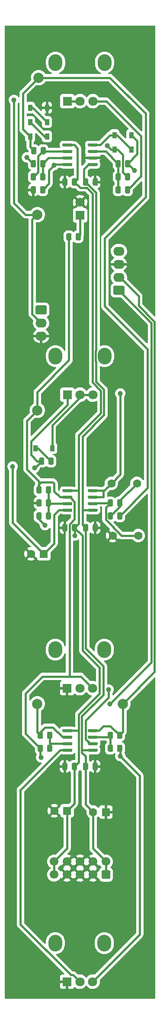
<source format=gbl>
G04 #@! TF.GenerationSoftware,KiCad,Pcbnew,6.0.5+dfsg-1~bpo11+1*
G04 #@! TF.CreationDate,2022-08-16T14:52:49+00:00*
G04 #@! TF.ProjectId,envelope_follower,656e7665-6c6f-4706-955f-666f6c6c6f77,0*
G04 #@! TF.SameCoordinates,Original*
G04 #@! TF.FileFunction,Copper,L2,Bot*
G04 #@! TF.FilePolarity,Positive*
%FSLAX46Y46*%
G04 Gerber Fmt 4.6, Leading zero omitted, Abs format (unit mm)*
G04 Created by KiCad (PCBNEW 6.0.5+dfsg-1~bpo11+1) date 2022-08-16 14:52:49*
%MOMM*%
%LPD*%
G01*
G04 APERTURE LIST*
G04 #@! TA.AperFunction,ComponentPad*
%ADD10O,2.720000X3.240000*%
G04 #@! TD*
G04 #@! TA.AperFunction,ComponentPad*
%ADD11R,1.800000X1.800000*%
G04 #@! TD*
G04 #@! TA.AperFunction,ComponentPad*
%ADD12C,1.800000*%
G04 #@! TD*
G04 #@! TA.AperFunction,ComponentPad*
%ADD13C,2.000000*%
G04 #@! TD*
G04 #@! TA.AperFunction,ComponentPad*
%ADD14C,1.700000*%
G04 #@! TD*
G04 #@! TA.AperFunction,SMDPad,CuDef*
%ADD15R,0.900000X1.200000*%
G04 #@! TD*
G04 #@! TA.AperFunction,ComponentPad*
%ADD16C,1.600000*%
G04 #@! TD*
G04 #@! TA.AperFunction,ComponentPad*
%ADD17O,2.190000X1.740000*%
G04 #@! TD*
G04 #@! TA.AperFunction,ComponentPad*
%ADD18R,1.600000X1.600000*%
G04 #@! TD*
G04 #@! TA.AperFunction,ViaPad*
%ADD19C,1.000000*%
G04 #@! TD*
G04 #@! TA.AperFunction,Conductor*
%ADD20C,0.400000*%
G04 #@! TD*
G04 APERTURE END LIST*
D10*
X106400000Y-45840000D03*
X96800000Y-45840000D03*
D11*
X99100000Y-53340000D03*
D12*
X101600000Y-53340000D03*
X104100000Y-53340000D03*
D11*
X101600000Y-75570000D03*
D12*
X101600000Y-73030000D03*
D10*
X106400000Y-102990000D03*
X96800000Y-102990000D03*
D11*
X99100000Y-110490000D03*
D12*
X101600000Y-110490000D03*
X104100000Y-110490000D03*
D10*
X96760000Y-217290000D03*
X106360000Y-217290000D03*
D11*
X99060000Y-224790000D03*
D12*
X101560000Y-224790000D03*
X104060000Y-224790000D03*
D10*
X96760000Y-160140000D03*
X106360000Y-160140000D03*
D11*
X99060000Y-167640000D03*
D12*
X101560000Y-167640000D03*
X104060000Y-167640000D03*
D13*
X93218000Y-113538000D03*
G04 #@! TA.AperFunction,SMDPad,CuDef*
G36*
G01*
X105050000Y-175745000D02*
X105050000Y-176045000D01*
G75*
G02*
X104900000Y-176195000I-150000J0D01*
G01*
X103250000Y-176195000D01*
G75*
G02*
X103100000Y-176045000I0J150000D01*
G01*
X103100000Y-175745000D01*
G75*
G02*
X103250000Y-175595000I150000J0D01*
G01*
X104900000Y-175595000D01*
G75*
G02*
X105050000Y-175745000I0J-150000D01*
G01*
G37*
G04 #@! TD.AperFunction*
G04 #@! TA.AperFunction,SMDPad,CuDef*
G36*
G01*
X105050000Y-177015000D02*
X105050000Y-177315000D01*
G75*
G02*
X104900000Y-177465000I-150000J0D01*
G01*
X103250000Y-177465000D01*
G75*
G02*
X103100000Y-177315000I0J150000D01*
G01*
X103100000Y-177015000D01*
G75*
G02*
X103250000Y-176865000I150000J0D01*
G01*
X104900000Y-176865000D01*
G75*
G02*
X105050000Y-177015000I0J-150000D01*
G01*
G37*
G04 #@! TD.AperFunction*
G04 #@! TA.AperFunction,SMDPad,CuDef*
G36*
G01*
X105050000Y-178285000D02*
X105050000Y-178585000D01*
G75*
G02*
X104900000Y-178735000I-150000J0D01*
G01*
X103250000Y-178735000D01*
G75*
G02*
X103100000Y-178585000I0J150000D01*
G01*
X103100000Y-178285000D01*
G75*
G02*
X103250000Y-178135000I150000J0D01*
G01*
X104900000Y-178135000D01*
G75*
G02*
X105050000Y-178285000I0J-150000D01*
G01*
G37*
G04 #@! TD.AperFunction*
G04 #@! TA.AperFunction,SMDPad,CuDef*
G36*
G01*
X105050000Y-179555000D02*
X105050000Y-179855000D01*
G75*
G02*
X104900000Y-180005000I-150000J0D01*
G01*
X103250000Y-180005000D01*
G75*
G02*
X103100000Y-179855000I0J150000D01*
G01*
X103100000Y-179555000D01*
G75*
G02*
X103250000Y-179405000I150000J0D01*
G01*
X104900000Y-179405000D01*
G75*
G02*
X105050000Y-179555000I0J-150000D01*
G01*
G37*
G04 #@! TD.AperFunction*
G04 #@! TA.AperFunction,SMDPad,CuDef*
G36*
G01*
X100100000Y-179555000D02*
X100100000Y-179855000D01*
G75*
G02*
X99950000Y-180005000I-150000J0D01*
G01*
X98300000Y-180005000D01*
G75*
G02*
X98150000Y-179855000I0J150000D01*
G01*
X98150000Y-179555000D01*
G75*
G02*
X98300000Y-179405000I150000J0D01*
G01*
X99950000Y-179405000D01*
G75*
G02*
X100100000Y-179555000I0J-150000D01*
G01*
G37*
G04 #@! TD.AperFunction*
G04 #@! TA.AperFunction,SMDPad,CuDef*
G36*
G01*
X100100000Y-178285000D02*
X100100000Y-178585000D01*
G75*
G02*
X99950000Y-178735000I-150000J0D01*
G01*
X98300000Y-178735000D01*
G75*
G02*
X98150000Y-178585000I0J150000D01*
G01*
X98150000Y-178285000D01*
G75*
G02*
X98300000Y-178135000I150000J0D01*
G01*
X99950000Y-178135000D01*
G75*
G02*
X100100000Y-178285000I0J-150000D01*
G01*
G37*
G04 #@! TD.AperFunction*
G04 #@! TA.AperFunction,SMDPad,CuDef*
G36*
G01*
X100100000Y-177015000D02*
X100100000Y-177315000D01*
G75*
G02*
X99950000Y-177465000I-150000J0D01*
G01*
X98300000Y-177465000D01*
G75*
G02*
X98150000Y-177315000I0J150000D01*
G01*
X98150000Y-177015000D01*
G75*
G02*
X98300000Y-176865000I150000J0D01*
G01*
X99950000Y-176865000D01*
G75*
G02*
X100100000Y-177015000I0J-150000D01*
G01*
G37*
G04 #@! TD.AperFunction*
G04 #@! TA.AperFunction,SMDPad,CuDef*
G36*
G01*
X100100000Y-175745000D02*
X100100000Y-176045000D01*
G75*
G02*
X99950000Y-176195000I-150000J0D01*
G01*
X98300000Y-176195000D01*
G75*
G02*
X98150000Y-176045000I0J150000D01*
G01*
X98150000Y-175745000D01*
G75*
G02*
X98300000Y-175595000I150000J0D01*
G01*
X99950000Y-175595000D01*
G75*
G02*
X100100000Y-175745000I0J-150000D01*
G01*
G37*
G04 #@! TD.AperFunction*
G04 #@! TA.AperFunction,SMDPad,CuDef*
G36*
G01*
X93063000Y-134562000D02*
X93063000Y-133662000D01*
G75*
G02*
X93313000Y-133412000I250000J0D01*
G01*
X93838000Y-133412000D01*
G75*
G02*
X94088000Y-133662000I0J-250000D01*
G01*
X94088000Y-134562000D01*
G75*
G02*
X93838000Y-134812000I-250000J0D01*
G01*
X93313000Y-134812000D01*
G75*
G02*
X93063000Y-134562000I0J250000D01*
G01*
G37*
G04 #@! TD.AperFunction*
G04 #@! TA.AperFunction,SMDPad,CuDef*
G36*
G01*
X94888000Y-134562000D02*
X94888000Y-133662000D01*
G75*
G02*
X95138000Y-133412000I250000J0D01*
G01*
X95663000Y-133412000D01*
G75*
G02*
X95913000Y-133662000I0J-250000D01*
G01*
X95913000Y-134562000D01*
G75*
G02*
X95663000Y-134812000I-250000J0D01*
G01*
X95138000Y-134812000D01*
G75*
G02*
X94888000Y-134562000I0J250000D01*
G01*
G37*
G04 #@! TD.AperFunction*
G04 #@! TA.AperFunction,SMDPad,CuDef*
G36*
G01*
X109883000Y-133662000D02*
X109883000Y-134562000D01*
G75*
G02*
X109633000Y-134812000I-250000J0D01*
G01*
X109108000Y-134812000D01*
G75*
G02*
X108858000Y-134562000I0J250000D01*
G01*
X108858000Y-133662000D01*
G75*
G02*
X109108000Y-133412000I250000J0D01*
G01*
X109633000Y-133412000D01*
G75*
G02*
X109883000Y-133662000I0J-250000D01*
G01*
G37*
G04 #@! TD.AperFunction*
G04 #@! TA.AperFunction,SMDPad,CuDef*
G36*
G01*
X108058000Y-133662000D02*
X108058000Y-134562000D01*
G75*
G02*
X107808000Y-134812000I-250000J0D01*
G01*
X107283000Y-134812000D01*
G75*
G02*
X107033000Y-134562000I0J250000D01*
G01*
X107033000Y-133662000D01*
G75*
G02*
X107283000Y-133412000I250000J0D01*
G01*
X107808000Y-133412000D01*
G75*
G02*
X108058000Y-133662000I0J-250000D01*
G01*
G37*
G04 #@! TD.AperFunction*
G04 #@! TA.AperFunction,ComponentPad*
G36*
G01*
X107280000Y-204802500D02*
X106080000Y-204802500D01*
G75*
G02*
X105830000Y-204552500I0J250000D01*
G01*
X105830000Y-203352500D01*
G75*
G02*
X106080000Y-203102500I250000J0D01*
G01*
X107280000Y-203102500D01*
G75*
G02*
X107530000Y-203352500I0J-250000D01*
G01*
X107530000Y-204552500D01*
G75*
G02*
X107280000Y-204802500I-250000J0D01*
G01*
G37*
G04 #@! TD.AperFunction*
D14*
X106680000Y-201412500D03*
X104140000Y-203952500D03*
X104140000Y-201412500D03*
X101600000Y-203952500D03*
X101600000Y-201412500D03*
X99060000Y-203952500D03*
X99060000Y-201412500D03*
X96520000Y-203952500D03*
X96520000Y-201412500D03*
G04 #@! TA.AperFunction,SMDPad,CuDef*
G36*
G01*
X105082000Y-68613000D02*
X105082000Y-69563000D01*
G75*
G02*
X104832000Y-69813000I-250000J0D01*
G01*
X104332000Y-69813000D01*
G75*
G02*
X104082000Y-69563000I0J250000D01*
G01*
X104082000Y-68613000D01*
G75*
G02*
X104332000Y-68363000I250000J0D01*
G01*
X104832000Y-68363000D01*
G75*
G02*
X105082000Y-68613000I0J-250000D01*
G01*
G37*
G04 #@! TD.AperFunction*
G04 #@! TA.AperFunction,SMDPad,CuDef*
G36*
G01*
X103182000Y-68613000D02*
X103182000Y-69563000D01*
G75*
G02*
X102932000Y-69813000I-250000J0D01*
G01*
X102432000Y-69813000D01*
G75*
G02*
X102182000Y-69563000I0J250000D01*
G01*
X102182000Y-68613000D01*
G75*
G02*
X102432000Y-68363000I250000J0D01*
G01*
X102932000Y-68363000D01*
G75*
G02*
X103182000Y-68613000I0J-250000D01*
G01*
G37*
G04 #@! TD.AperFunction*
D13*
X93218000Y-75438000D03*
G04 #@! TA.AperFunction,SMDPad,CuDef*
G36*
G01*
X94793500Y-67622000D02*
X94793500Y-68522000D01*
G75*
G02*
X94543500Y-68772000I-250000J0D01*
G01*
X94018500Y-68772000D01*
G75*
G02*
X93768500Y-68522000I0J250000D01*
G01*
X93768500Y-67622000D01*
G75*
G02*
X94018500Y-67372000I250000J0D01*
G01*
X94543500Y-67372000D01*
G75*
G02*
X94793500Y-67622000I0J-250000D01*
G01*
G37*
G04 #@! TD.AperFunction*
G04 #@! TA.AperFunction,SMDPad,CuDef*
G36*
G01*
X92968500Y-67622000D02*
X92968500Y-68522000D01*
G75*
G02*
X92718500Y-68772000I-250000J0D01*
G01*
X92193500Y-68772000D01*
G75*
G02*
X91943500Y-68522000I0J250000D01*
G01*
X91943500Y-67622000D01*
G75*
G02*
X92193500Y-67372000I250000J0D01*
G01*
X92718500Y-67372000D01*
G75*
G02*
X92968500Y-67622000I0J-250000D01*
G01*
G37*
G04 #@! TD.AperFunction*
G04 #@! TA.AperFunction,SMDPad,CuDef*
G36*
G01*
X107013259Y-177260000D02*
X107013259Y-176360000D01*
G75*
G02*
X107263259Y-176110000I250000J0D01*
G01*
X107788259Y-176110000D01*
G75*
G02*
X108038259Y-176360000I0J-250000D01*
G01*
X108038259Y-177260000D01*
G75*
G02*
X107788259Y-177510000I-250000J0D01*
G01*
X107263259Y-177510000D01*
G75*
G02*
X107013259Y-177260000I0J250000D01*
G01*
G37*
G04 #@! TD.AperFunction*
G04 #@! TA.AperFunction,SMDPad,CuDef*
G36*
G01*
X108838259Y-177260000D02*
X108838259Y-176360000D01*
G75*
G02*
X109088259Y-176110000I250000J0D01*
G01*
X109613259Y-176110000D01*
G75*
G02*
X109863259Y-176360000I0J-250000D01*
G01*
X109863259Y-177260000D01*
G75*
G02*
X109613259Y-177510000I-250000J0D01*
G01*
X109088259Y-177510000D01*
G75*
G02*
X108838259Y-177260000I0J250000D01*
G01*
G37*
G04 #@! TD.AperFunction*
G04 #@! TA.AperFunction,SMDPad,CuDef*
G36*
G01*
X109883000Y-131122000D02*
X109883000Y-132022000D01*
G75*
G02*
X109633000Y-132272000I-250000J0D01*
G01*
X109108000Y-132272000D01*
G75*
G02*
X108858000Y-132022000I0J250000D01*
G01*
X108858000Y-131122000D01*
G75*
G02*
X109108000Y-130872000I250000J0D01*
G01*
X109633000Y-130872000D01*
G75*
G02*
X109883000Y-131122000I0J-250000D01*
G01*
G37*
G04 #@! TD.AperFunction*
G04 #@! TA.AperFunction,SMDPad,CuDef*
G36*
G01*
X108058000Y-131122000D02*
X108058000Y-132022000D01*
G75*
G02*
X107808000Y-132272000I-250000J0D01*
G01*
X107283000Y-132272000D01*
G75*
G02*
X107033000Y-132022000I0J250000D01*
G01*
X107033000Y-131122000D01*
G75*
G02*
X107283000Y-130872000I250000J0D01*
G01*
X107808000Y-130872000D01*
G75*
G02*
X108058000Y-131122000I0J-250000D01*
G01*
G37*
G04 #@! TD.AperFunction*
D15*
X111632000Y-59944000D03*
X108332000Y-59944000D03*
D16*
X112990000Y-137922000D03*
X107990000Y-137922000D03*
G04 #@! TA.AperFunction,ComponentPad*
G36*
G01*
X93135000Y-93110000D02*
X94825000Y-93110000D01*
G75*
G02*
X95075000Y-93360000I0J-250000D01*
G01*
X95075000Y-94600000D01*
G75*
G02*
X94825000Y-94850000I-250000J0D01*
G01*
X93135000Y-94850000D01*
G75*
G02*
X92885000Y-94600000I0J250000D01*
G01*
X92885000Y-93360000D01*
G75*
G02*
X93135000Y-93110000I250000J0D01*
G01*
G37*
G04 #@! TD.AperFunction*
D17*
X93980000Y-96520000D03*
X93980000Y-99060000D03*
G04 #@! TA.AperFunction,SMDPad,CuDef*
G36*
G01*
X100998259Y-182405000D02*
X100998259Y-183355000D01*
G75*
G02*
X100748259Y-183605000I-250000J0D01*
G01*
X100248259Y-183605000D01*
G75*
G02*
X99998259Y-183355000I0J250000D01*
G01*
X99998259Y-182405000D01*
G75*
G02*
X100248259Y-182155000I250000J0D01*
G01*
X100748259Y-182155000D01*
G75*
G02*
X100998259Y-182405000I0J-250000D01*
G01*
G37*
G04 #@! TD.AperFunction*
G04 #@! TA.AperFunction,SMDPad,CuDef*
G36*
G01*
X99098259Y-182405000D02*
X99098259Y-183355000D01*
G75*
G02*
X98848259Y-183605000I-250000J0D01*
G01*
X98348259Y-183605000D01*
G75*
G02*
X98098259Y-183355000I0J250000D01*
G01*
X98098259Y-182405000D01*
G75*
G02*
X98348259Y-182155000I250000J0D01*
G01*
X98848259Y-182155000D01*
G75*
G02*
X99098259Y-182405000I0J-250000D01*
G01*
G37*
G04 #@! TD.AperFunction*
G04 #@! TA.AperFunction,SMDPad,CuDef*
G36*
G01*
X105050000Y-129009000D02*
X105050000Y-129309000D01*
G75*
G02*
X104900000Y-129459000I-150000J0D01*
G01*
X103250000Y-129459000D01*
G75*
G02*
X103100000Y-129309000I0J150000D01*
G01*
X103100000Y-129009000D01*
G75*
G02*
X103250000Y-128859000I150000J0D01*
G01*
X104900000Y-128859000D01*
G75*
G02*
X105050000Y-129009000I0J-150000D01*
G01*
G37*
G04 #@! TD.AperFunction*
G04 #@! TA.AperFunction,SMDPad,CuDef*
G36*
G01*
X105050000Y-130279000D02*
X105050000Y-130579000D01*
G75*
G02*
X104900000Y-130729000I-150000J0D01*
G01*
X103250000Y-130729000D01*
G75*
G02*
X103100000Y-130579000I0J150000D01*
G01*
X103100000Y-130279000D01*
G75*
G02*
X103250000Y-130129000I150000J0D01*
G01*
X104900000Y-130129000D01*
G75*
G02*
X105050000Y-130279000I0J-150000D01*
G01*
G37*
G04 #@! TD.AperFunction*
G04 #@! TA.AperFunction,SMDPad,CuDef*
G36*
G01*
X105050000Y-131549000D02*
X105050000Y-131849000D01*
G75*
G02*
X104900000Y-131999000I-150000J0D01*
G01*
X103250000Y-131999000D01*
G75*
G02*
X103100000Y-131849000I0J150000D01*
G01*
X103100000Y-131549000D01*
G75*
G02*
X103250000Y-131399000I150000J0D01*
G01*
X104900000Y-131399000D01*
G75*
G02*
X105050000Y-131549000I0J-150000D01*
G01*
G37*
G04 #@! TD.AperFunction*
G04 #@! TA.AperFunction,SMDPad,CuDef*
G36*
G01*
X105050000Y-132819000D02*
X105050000Y-133119000D01*
G75*
G02*
X104900000Y-133269000I-150000J0D01*
G01*
X103250000Y-133269000D01*
G75*
G02*
X103100000Y-133119000I0J150000D01*
G01*
X103100000Y-132819000D01*
G75*
G02*
X103250000Y-132669000I150000J0D01*
G01*
X104900000Y-132669000D01*
G75*
G02*
X105050000Y-132819000I0J-150000D01*
G01*
G37*
G04 #@! TD.AperFunction*
G04 #@! TA.AperFunction,SMDPad,CuDef*
G36*
G01*
X100100000Y-132819000D02*
X100100000Y-133119000D01*
G75*
G02*
X99950000Y-133269000I-150000J0D01*
G01*
X98300000Y-133269000D01*
G75*
G02*
X98150000Y-133119000I0J150000D01*
G01*
X98150000Y-132819000D01*
G75*
G02*
X98300000Y-132669000I150000J0D01*
G01*
X99950000Y-132669000D01*
G75*
G02*
X100100000Y-132819000I0J-150000D01*
G01*
G37*
G04 #@! TD.AperFunction*
G04 #@! TA.AperFunction,SMDPad,CuDef*
G36*
G01*
X100100000Y-131549000D02*
X100100000Y-131849000D01*
G75*
G02*
X99950000Y-131999000I-150000J0D01*
G01*
X98300000Y-131999000D01*
G75*
G02*
X98150000Y-131849000I0J150000D01*
G01*
X98150000Y-131549000D01*
G75*
G02*
X98300000Y-131399000I150000J0D01*
G01*
X99950000Y-131399000D01*
G75*
G02*
X100100000Y-131549000I0J-150000D01*
G01*
G37*
G04 #@! TD.AperFunction*
G04 #@! TA.AperFunction,SMDPad,CuDef*
G36*
G01*
X100100000Y-130279000D02*
X100100000Y-130579000D01*
G75*
G02*
X99950000Y-130729000I-150000J0D01*
G01*
X98300000Y-130729000D01*
G75*
G02*
X98150000Y-130579000I0J150000D01*
G01*
X98150000Y-130279000D01*
G75*
G02*
X98300000Y-130129000I150000J0D01*
G01*
X99950000Y-130129000D01*
G75*
G02*
X100100000Y-130279000I0J-150000D01*
G01*
G37*
G04 #@! TD.AperFunction*
G04 #@! TA.AperFunction,SMDPad,CuDef*
G36*
G01*
X100100000Y-129009000D02*
X100100000Y-129309000D01*
G75*
G02*
X99950000Y-129459000I-150000J0D01*
G01*
X98300000Y-129459000D01*
G75*
G02*
X98150000Y-129309000I0J150000D01*
G01*
X98150000Y-129009000D01*
G75*
G02*
X98300000Y-128859000I150000J0D01*
G01*
X99950000Y-128859000D01*
G75*
G02*
X100100000Y-129009000I0J-150000D01*
G01*
G37*
G04 #@! TD.AperFunction*
D18*
X106640000Y-191770000D03*
D16*
X104140000Y-191770000D03*
D18*
X99060000Y-191516000D03*
D16*
X96560000Y-191516000D03*
G04 #@! TA.AperFunction,SMDPad,CuDef*
G36*
G01*
X91943500Y-65982000D02*
X91943500Y-65082000D01*
G75*
G02*
X92193500Y-64832000I250000J0D01*
G01*
X92718500Y-64832000D01*
G75*
G02*
X92968500Y-65082000I0J-250000D01*
G01*
X92968500Y-65982000D01*
G75*
G02*
X92718500Y-66232000I-250000J0D01*
G01*
X92193500Y-66232000D01*
G75*
G02*
X91943500Y-65982000I0J250000D01*
G01*
G37*
G04 #@! TD.AperFunction*
G04 #@! TA.AperFunction,SMDPad,CuDef*
G36*
G01*
X93768500Y-65982000D02*
X93768500Y-65082000D01*
G75*
G02*
X94018500Y-64832000I250000J0D01*
G01*
X94543500Y-64832000D01*
G75*
G02*
X94793500Y-65082000I0J-250000D01*
G01*
X94793500Y-65982000D01*
G75*
G02*
X94543500Y-66232000I-250000J0D01*
G01*
X94018500Y-66232000D01*
G75*
G02*
X93768500Y-65982000I0J250000D01*
G01*
G37*
G04 #@! TD.AperFunction*
G04 #@! TA.AperFunction,SMDPad,CuDef*
G36*
G01*
X94793500Y-70162000D02*
X94793500Y-71062000D01*
G75*
G02*
X94543500Y-71312000I-250000J0D01*
G01*
X94018500Y-71312000D01*
G75*
G02*
X93768500Y-71062000I0J250000D01*
G01*
X93768500Y-70162000D01*
G75*
G02*
X94018500Y-69912000I250000J0D01*
G01*
X94543500Y-69912000D01*
G75*
G02*
X94793500Y-70162000I0J-250000D01*
G01*
G37*
G04 #@! TD.AperFunction*
G04 #@! TA.AperFunction,SMDPad,CuDef*
G36*
G01*
X92968500Y-70162000D02*
X92968500Y-71062000D01*
G75*
G02*
X92718500Y-71312000I-250000J0D01*
G01*
X92193500Y-71312000D01*
G75*
G02*
X91943500Y-71062000I0J250000D01*
G01*
X91943500Y-70162000D01*
G75*
G02*
X92193500Y-69912000I250000J0D01*
G01*
X92718500Y-69912000D01*
G75*
G02*
X92968500Y-70162000I0J-250000D01*
G01*
G37*
G04 #@! TD.AperFunction*
G04 #@! TA.AperFunction,SMDPad,CuDef*
G36*
G01*
X101755000Y-79306000D02*
X101755000Y-80206000D01*
G75*
G02*
X101505000Y-80456000I-250000J0D01*
G01*
X100980000Y-80456000D01*
G75*
G02*
X100730000Y-80206000I0J250000D01*
G01*
X100730000Y-79306000D01*
G75*
G02*
X100980000Y-79056000I250000J0D01*
G01*
X101505000Y-79056000D01*
G75*
G02*
X101755000Y-79306000I0J-250000D01*
G01*
G37*
G04 #@! TD.AperFunction*
G04 #@! TA.AperFunction,SMDPad,CuDef*
G36*
G01*
X99930000Y-79306000D02*
X99930000Y-80206000D01*
G75*
G02*
X99680000Y-80456000I-250000J0D01*
G01*
X99155000Y-80456000D01*
G75*
G02*
X98905000Y-80206000I0J250000D01*
G01*
X98905000Y-79306000D01*
G75*
G02*
X99155000Y-79056000I250000J0D01*
G01*
X99680000Y-79056000D01*
G75*
G02*
X99930000Y-79306000I0J-250000D01*
G01*
G37*
G04 #@! TD.AperFunction*
G04 #@! TA.AperFunction,ComponentPad*
G36*
G01*
X110045000Y-91040000D02*
X108355000Y-91040000D01*
G75*
G02*
X108105000Y-90790000I0J250000D01*
G01*
X108105000Y-89550000D01*
G75*
G02*
X108355000Y-89300000I250000J0D01*
G01*
X110045000Y-89300000D01*
G75*
G02*
X110295000Y-89550000I0J-250000D01*
G01*
X110295000Y-90790000D01*
G75*
G02*
X110045000Y-91040000I-250000J0D01*
G01*
G37*
G04 #@! TD.AperFunction*
D17*
X109200000Y-87630000D03*
X109200000Y-85090000D03*
X109200000Y-82550000D03*
D13*
X93472000Y-48768000D03*
D15*
X111632000Y-62738000D03*
X108332000Y-62738000D03*
G04 #@! TA.AperFunction,SMDPad,CuDef*
G36*
G01*
X108557000Y-68522000D02*
X108557000Y-67622000D01*
G75*
G02*
X108807000Y-67372000I250000J0D01*
G01*
X109332000Y-67372000D01*
G75*
G02*
X109582000Y-67622000I0J-250000D01*
G01*
X109582000Y-68522000D01*
G75*
G02*
X109332000Y-68772000I-250000J0D01*
G01*
X108807000Y-68772000D01*
G75*
G02*
X108557000Y-68522000I0J250000D01*
G01*
G37*
G04 #@! TD.AperFunction*
G04 #@! TA.AperFunction,SMDPad,CuDef*
G36*
G01*
X110382000Y-68522000D02*
X110382000Y-67622000D01*
G75*
G02*
X110632000Y-67372000I250000J0D01*
G01*
X111157000Y-67372000D01*
G75*
G02*
X111407000Y-67622000I0J-250000D01*
G01*
X111407000Y-68522000D01*
G75*
G02*
X111157000Y-68772000I-250000J0D01*
G01*
X110632000Y-68772000D01*
G75*
G02*
X110382000Y-68522000I0J250000D01*
G01*
G37*
G04 #@! TD.AperFunction*
X95122000Y-60198000D03*
X91822000Y-60198000D03*
G04 #@! TA.AperFunction,SMDPad,CuDef*
G36*
G01*
X105062259Y-182405000D02*
X105062259Y-183355000D01*
G75*
G02*
X104812259Y-183605000I-250000J0D01*
G01*
X104312259Y-183605000D01*
G75*
G02*
X104062259Y-183355000I0J250000D01*
G01*
X104062259Y-182405000D01*
G75*
G02*
X104312259Y-182155000I250000J0D01*
G01*
X104812259Y-182155000D01*
G75*
G02*
X105062259Y-182405000I0J-250000D01*
G01*
G37*
G04 #@! TD.AperFunction*
G04 #@! TA.AperFunction,SMDPad,CuDef*
G36*
G01*
X103162259Y-182405000D02*
X103162259Y-183355000D01*
G75*
G02*
X102912259Y-183605000I-250000J0D01*
G01*
X102412259Y-183605000D01*
G75*
G02*
X102162259Y-183355000I0J250000D01*
G01*
X102162259Y-182405000D01*
G75*
G02*
X102412259Y-182155000I250000J0D01*
G01*
X102912259Y-182155000D01*
G75*
G02*
X103162259Y-182405000I0J-250000D01*
G01*
G37*
G04 #@! TD.AperFunction*
G04 #@! TA.AperFunction,SMDPad,CuDef*
G36*
G01*
X95913000Y-131122000D02*
X95913000Y-132022000D01*
G75*
G02*
X95663000Y-132272000I-250000J0D01*
G01*
X95138000Y-132272000D01*
G75*
G02*
X94888000Y-132022000I0J250000D01*
G01*
X94888000Y-131122000D01*
G75*
G02*
X95138000Y-130872000I250000J0D01*
G01*
X95663000Y-130872000D01*
G75*
G02*
X95913000Y-131122000I0J-250000D01*
G01*
G37*
G04 #@! TD.AperFunction*
G04 #@! TA.AperFunction,SMDPad,CuDef*
G36*
G01*
X94088000Y-131122000D02*
X94088000Y-132022000D01*
G75*
G02*
X93838000Y-132272000I-250000J0D01*
G01*
X93313000Y-132272000D01*
G75*
G02*
X93063000Y-132022000I0J250000D01*
G01*
X93063000Y-131122000D01*
G75*
G02*
X93313000Y-130872000I250000J0D01*
G01*
X93838000Y-130872000D01*
G75*
G02*
X94088000Y-131122000I0J-250000D01*
G01*
G37*
G04 #@! TD.AperFunction*
G04 #@! TA.AperFunction,SMDPad,CuDef*
G36*
G01*
X94897000Y-62542000D02*
X94897000Y-63442000D01*
G75*
G02*
X94647000Y-63692000I-250000J0D01*
G01*
X94122000Y-63692000D01*
G75*
G02*
X93872000Y-63442000I0J250000D01*
G01*
X93872000Y-62542000D01*
G75*
G02*
X94122000Y-62292000I250000J0D01*
G01*
X94647000Y-62292000D01*
G75*
G02*
X94897000Y-62542000I0J-250000D01*
G01*
G37*
G04 #@! TD.AperFunction*
G04 #@! TA.AperFunction,SMDPad,CuDef*
G36*
G01*
X93072000Y-62542000D02*
X93072000Y-63442000D01*
G75*
G02*
X92822000Y-63692000I-250000J0D01*
G01*
X92297000Y-63692000D01*
G75*
G02*
X92047000Y-63442000I0J250000D01*
G01*
X92047000Y-62542000D01*
G75*
G02*
X92297000Y-62292000I250000J0D01*
G01*
X92822000Y-62292000D01*
G75*
G02*
X93072000Y-62542000I0J-250000D01*
G01*
G37*
G04 #@! TD.AperFunction*
D13*
X109982000Y-170688000D03*
G04 #@! TA.AperFunction,SMDPad,CuDef*
G36*
G01*
X96147259Y-176360000D02*
X96147259Y-177260000D01*
G75*
G02*
X95897259Y-177510000I-250000J0D01*
G01*
X95372259Y-177510000D01*
G75*
G02*
X95122259Y-177260000I0J250000D01*
G01*
X95122259Y-176360000D01*
G75*
G02*
X95372259Y-176110000I250000J0D01*
G01*
X95897259Y-176110000D01*
G75*
G02*
X96147259Y-176360000I0J-250000D01*
G01*
G37*
G04 #@! TD.AperFunction*
G04 #@! TA.AperFunction,SMDPad,CuDef*
G36*
G01*
X94322259Y-176360000D02*
X94322259Y-177260000D01*
G75*
G02*
X94072259Y-177510000I-250000J0D01*
G01*
X93547259Y-177510000D01*
G75*
G02*
X93297259Y-177260000I0J250000D01*
G01*
X93297259Y-176360000D01*
G75*
G02*
X93547259Y-176110000I250000J0D01*
G01*
X94072259Y-176110000D01*
G75*
G02*
X94322259Y-176360000I0J-250000D01*
G01*
G37*
G04 #@! TD.AperFunction*
D18*
X94488000Y-141478000D03*
D16*
X91988000Y-141478000D03*
D15*
X95122000Y-57404000D03*
X91822000Y-57404000D03*
G04 #@! TA.AperFunction,SMDPad,CuDef*
G36*
G01*
X93297259Y-179800000D02*
X93297259Y-178900000D01*
G75*
G02*
X93547259Y-178650000I250000J0D01*
G01*
X94072259Y-178650000D01*
G75*
G02*
X94322259Y-178900000I0J-250000D01*
G01*
X94322259Y-179800000D01*
G75*
G02*
X94072259Y-180050000I-250000J0D01*
G01*
X93547259Y-180050000D01*
G75*
G02*
X93297259Y-179800000I0J250000D01*
G01*
G37*
G04 #@! TD.AperFunction*
G04 #@! TA.AperFunction,SMDPad,CuDef*
G36*
G01*
X95122259Y-179800000D02*
X95122259Y-178900000D01*
G75*
G02*
X95372259Y-178650000I250000J0D01*
G01*
X95897259Y-178650000D01*
G75*
G02*
X96147259Y-178900000I0J-250000D01*
G01*
X96147259Y-179800000D01*
G75*
G02*
X95897259Y-180050000I-250000J0D01*
G01*
X95372259Y-180050000D01*
G75*
G02*
X95122259Y-179800000I0J250000D01*
G01*
G37*
G04 #@! TD.AperFunction*
G04 #@! TA.AperFunction,SMDPad,CuDef*
G36*
G01*
X109863259Y-178900000D02*
X109863259Y-179800000D01*
G75*
G02*
X109613259Y-180050000I-250000J0D01*
G01*
X109088259Y-180050000D01*
G75*
G02*
X108838259Y-179800000I0J250000D01*
G01*
X108838259Y-178900000D01*
G75*
G02*
X109088259Y-178650000I250000J0D01*
G01*
X109613259Y-178650000D01*
G75*
G02*
X109863259Y-178900000I0J-250000D01*
G01*
G37*
G04 #@! TD.AperFunction*
G04 #@! TA.AperFunction,SMDPad,CuDef*
G36*
G01*
X108038259Y-178900000D02*
X108038259Y-179800000D01*
G75*
G02*
X107788259Y-180050000I-250000J0D01*
G01*
X107263259Y-180050000D01*
G75*
G02*
X107013259Y-179800000I0J250000D01*
G01*
X107013259Y-178900000D01*
G75*
G02*
X107263259Y-178650000I250000J0D01*
G01*
X107788259Y-178650000D01*
G75*
G02*
X108038259Y-178900000I0J-250000D01*
G01*
G37*
G04 #@! TD.AperFunction*
G04 #@! TA.AperFunction,SMDPad,CuDef*
G36*
G01*
X111407000Y-70162000D02*
X111407000Y-71062000D01*
G75*
G02*
X111157000Y-71312000I-250000J0D01*
G01*
X110632000Y-71312000D01*
G75*
G02*
X110382000Y-71062000I0J250000D01*
G01*
X110382000Y-70162000D01*
G75*
G02*
X110632000Y-69912000I250000J0D01*
G01*
X111157000Y-69912000D01*
G75*
G02*
X111407000Y-70162000I0J-250000D01*
G01*
G37*
G04 #@! TD.AperFunction*
G04 #@! TA.AperFunction,SMDPad,CuDef*
G36*
G01*
X109582000Y-70162000D02*
X109582000Y-71062000D01*
G75*
G02*
X109332000Y-71312000I-250000J0D01*
G01*
X108807000Y-71312000D01*
G75*
G02*
X108557000Y-71062000I0J250000D01*
G01*
X108557000Y-70162000D01*
G75*
G02*
X108807000Y-69912000I250000J0D01*
G01*
X109332000Y-69912000D01*
G75*
G02*
X109582000Y-70162000I0J-250000D01*
G01*
G37*
G04 #@! TD.AperFunction*
X96138000Y-120904000D03*
X92838000Y-120904000D03*
G04 #@! TA.AperFunction,SMDPad,CuDef*
G36*
G01*
X105050000Y-61699000D02*
X105050000Y-61999000D01*
G75*
G02*
X104900000Y-62149000I-150000J0D01*
G01*
X103250000Y-62149000D01*
G75*
G02*
X103100000Y-61999000I0J150000D01*
G01*
X103100000Y-61699000D01*
G75*
G02*
X103250000Y-61549000I150000J0D01*
G01*
X104900000Y-61549000D01*
G75*
G02*
X105050000Y-61699000I0J-150000D01*
G01*
G37*
G04 #@! TD.AperFunction*
G04 #@! TA.AperFunction,SMDPad,CuDef*
G36*
G01*
X105050000Y-62969000D02*
X105050000Y-63269000D01*
G75*
G02*
X104900000Y-63419000I-150000J0D01*
G01*
X103250000Y-63419000D01*
G75*
G02*
X103100000Y-63269000I0J150000D01*
G01*
X103100000Y-62969000D01*
G75*
G02*
X103250000Y-62819000I150000J0D01*
G01*
X104900000Y-62819000D01*
G75*
G02*
X105050000Y-62969000I0J-150000D01*
G01*
G37*
G04 #@! TD.AperFunction*
G04 #@! TA.AperFunction,SMDPad,CuDef*
G36*
G01*
X105050000Y-64239000D02*
X105050000Y-64539000D01*
G75*
G02*
X104900000Y-64689000I-150000J0D01*
G01*
X103250000Y-64689000D01*
G75*
G02*
X103100000Y-64539000I0J150000D01*
G01*
X103100000Y-64239000D01*
G75*
G02*
X103250000Y-64089000I150000J0D01*
G01*
X104900000Y-64089000D01*
G75*
G02*
X105050000Y-64239000I0J-150000D01*
G01*
G37*
G04 #@! TD.AperFunction*
G04 #@! TA.AperFunction,SMDPad,CuDef*
G36*
G01*
X105050000Y-65509000D02*
X105050000Y-65809000D01*
G75*
G02*
X104900000Y-65959000I-150000J0D01*
G01*
X103250000Y-65959000D01*
G75*
G02*
X103100000Y-65809000I0J150000D01*
G01*
X103100000Y-65509000D01*
G75*
G02*
X103250000Y-65359000I150000J0D01*
G01*
X104900000Y-65359000D01*
G75*
G02*
X105050000Y-65509000I0J-150000D01*
G01*
G37*
G04 #@! TD.AperFunction*
G04 #@! TA.AperFunction,SMDPad,CuDef*
G36*
G01*
X100100000Y-65509000D02*
X100100000Y-65809000D01*
G75*
G02*
X99950000Y-65959000I-150000J0D01*
G01*
X98300000Y-65959000D01*
G75*
G02*
X98150000Y-65809000I0J150000D01*
G01*
X98150000Y-65509000D01*
G75*
G02*
X98300000Y-65359000I150000J0D01*
G01*
X99950000Y-65359000D01*
G75*
G02*
X100100000Y-65509000I0J-150000D01*
G01*
G37*
G04 #@! TD.AperFunction*
G04 #@! TA.AperFunction,SMDPad,CuDef*
G36*
G01*
X100100000Y-64239000D02*
X100100000Y-64539000D01*
G75*
G02*
X99950000Y-64689000I-150000J0D01*
G01*
X98300000Y-64689000D01*
G75*
G02*
X98150000Y-64539000I0J150000D01*
G01*
X98150000Y-64239000D01*
G75*
G02*
X98300000Y-64089000I150000J0D01*
G01*
X99950000Y-64089000D01*
G75*
G02*
X100100000Y-64239000I0J-150000D01*
G01*
G37*
G04 #@! TD.AperFunction*
G04 #@! TA.AperFunction,SMDPad,CuDef*
G36*
G01*
X100100000Y-62969000D02*
X100100000Y-63269000D01*
G75*
G02*
X99950000Y-63419000I-150000J0D01*
G01*
X98300000Y-63419000D01*
G75*
G02*
X98150000Y-63269000I0J150000D01*
G01*
X98150000Y-62969000D01*
G75*
G02*
X98300000Y-62819000I150000J0D01*
G01*
X99950000Y-62819000D01*
G75*
G02*
X100100000Y-62969000I0J-150000D01*
G01*
G37*
G04 #@! TD.AperFunction*
G04 #@! TA.AperFunction,SMDPad,CuDef*
G36*
G01*
X100100000Y-61699000D02*
X100100000Y-61999000D01*
G75*
G02*
X99950000Y-62149000I-150000J0D01*
G01*
X98300000Y-62149000D01*
G75*
G02*
X98150000Y-61999000I0J150000D01*
G01*
X98150000Y-61699000D01*
G75*
G02*
X98300000Y-61549000I150000J0D01*
G01*
X99950000Y-61549000D01*
G75*
G02*
X100100000Y-61699000I0J-150000D01*
G01*
G37*
G04 #@! TD.AperFunction*
G04 #@! TA.AperFunction,SMDPad,CuDef*
G36*
G01*
X108557000Y-65982000D02*
X108557000Y-65082000D01*
G75*
G02*
X108807000Y-64832000I250000J0D01*
G01*
X109332000Y-64832000D01*
G75*
G02*
X109582000Y-65082000I0J-250000D01*
G01*
X109582000Y-65982000D01*
G75*
G02*
X109332000Y-66232000I-250000J0D01*
G01*
X108807000Y-66232000D01*
G75*
G02*
X108557000Y-65982000I0J250000D01*
G01*
G37*
G04 #@! TD.AperFunction*
G04 #@! TA.AperFunction,SMDPad,CuDef*
G36*
G01*
X110382000Y-65982000D02*
X110382000Y-65082000D01*
G75*
G02*
X110632000Y-64832000I250000J0D01*
G01*
X111157000Y-64832000D01*
G75*
G02*
X111407000Y-65082000I0J-250000D01*
G01*
X111407000Y-65982000D01*
G75*
G02*
X111157000Y-66232000I-250000J0D01*
G01*
X110632000Y-66232000D01*
G75*
G02*
X110382000Y-65982000I0J250000D01*
G01*
G37*
G04 #@! TD.AperFunction*
X95122000Y-54610000D03*
X91822000Y-54610000D03*
D13*
X93218000Y-170688000D03*
G04 #@! TA.AperFunction,SMDPad,CuDef*
G36*
G01*
X101018000Y-135923000D02*
X101018000Y-136873000D01*
G75*
G02*
X100768000Y-137123000I-250000J0D01*
G01*
X100268000Y-137123000D01*
G75*
G02*
X100018000Y-136873000I0J250000D01*
G01*
X100018000Y-135923000D01*
G75*
G02*
X100268000Y-135673000I250000J0D01*
G01*
X100768000Y-135673000D01*
G75*
G02*
X101018000Y-135923000I0J-250000D01*
G01*
G37*
G04 #@! TD.AperFunction*
G04 #@! TA.AperFunction,SMDPad,CuDef*
G36*
G01*
X99118000Y-135923000D02*
X99118000Y-136873000D01*
G75*
G02*
X98868000Y-137123000I-250000J0D01*
G01*
X98368000Y-137123000D01*
G75*
G02*
X98118000Y-136873000I0J250000D01*
G01*
X98118000Y-135923000D01*
G75*
G02*
X98368000Y-135673000I250000J0D01*
G01*
X98868000Y-135673000D01*
G75*
G02*
X99118000Y-135923000I0J-250000D01*
G01*
G37*
G04 #@! TD.AperFunction*
G04 #@! TA.AperFunction,SMDPad,CuDef*
G36*
G01*
X95913000Y-128582000D02*
X95913000Y-129482000D01*
G75*
G02*
X95663000Y-129732000I-250000J0D01*
G01*
X95138000Y-129732000D01*
G75*
G02*
X94888000Y-129482000I0J250000D01*
G01*
X94888000Y-128582000D01*
G75*
G02*
X95138000Y-128332000I250000J0D01*
G01*
X95663000Y-128332000D01*
G75*
G02*
X95913000Y-128582000I0J-250000D01*
G01*
G37*
G04 #@! TD.AperFunction*
G04 #@! TA.AperFunction,SMDPad,CuDef*
G36*
G01*
X94088000Y-128582000D02*
X94088000Y-129482000D01*
G75*
G02*
X93838000Y-129732000I-250000J0D01*
G01*
X93313000Y-129732000D01*
G75*
G02*
X93063000Y-129482000I0J250000D01*
G01*
X93063000Y-128582000D01*
G75*
G02*
X93313000Y-128332000I250000J0D01*
G01*
X93838000Y-128332000D01*
G75*
G02*
X94088000Y-128582000I0J-250000D01*
G01*
G37*
G04 #@! TD.AperFunction*
G04 #@! TA.AperFunction,SMDPad,CuDef*
G36*
G01*
X101018000Y-68613000D02*
X101018000Y-69563000D01*
G75*
G02*
X100768000Y-69813000I-250000J0D01*
G01*
X100268000Y-69813000D01*
G75*
G02*
X100018000Y-69563000I0J250000D01*
G01*
X100018000Y-68613000D01*
G75*
G02*
X100268000Y-68363000I250000J0D01*
G01*
X100768000Y-68363000D01*
G75*
G02*
X101018000Y-68613000I0J-250000D01*
G01*
G37*
G04 #@! TD.AperFunction*
G04 #@! TA.AperFunction,SMDPad,CuDef*
G36*
G01*
X99118000Y-68613000D02*
X99118000Y-69563000D01*
G75*
G02*
X98868000Y-69813000I-250000J0D01*
G01*
X98368000Y-69813000D01*
G75*
G02*
X98118000Y-69563000I0J250000D01*
G01*
X98118000Y-68613000D01*
G75*
G02*
X98368000Y-68363000I250000J0D01*
G01*
X98868000Y-68363000D01*
G75*
G02*
X99118000Y-68613000I0J-250000D01*
G01*
G37*
G04 #@! TD.AperFunction*
G04 #@! TA.AperFunction,SMDPad,CuDef*
G36*
G01*
X96421000Y-122994000D02*
X96421000Y-123894000D01*
G75*
G02*
X96171000Y-124144000I-250000J0D01*
G01*
X95646000Y-124144000D01*
G75*
G02*
X95396000Y-123894000I0J250000D01*
G01*
X95396000Y-122994000D01*
G75*
G02*
X95646000Y-122744000I250000J0D01*
G01*
X96171000Y-122744000D01*
G75*
G02*
X96421000Y-122994000I0J-250000D01*
G01*
G37*
G04 #@! TD.AperFunction*
G04 #@! TA.AperFunction,SMDPad,CuDef*
G36*
G01*
X94596000Y-122994000D02*
X94596000Y-123894000D01*
G75*
G02*
X94346000Y-124144000I-250000J0D01*
G01*
X93821000Y-124144000D01*
G75*
G02*
X93571000Y-123894000I0J250000D01*
G01*
X93571000Y-122994000D01*
G75*
G02*
X93821000Y-122744000I250000J0D01*
G01*
X94346000Y-122744000D01*
G75*
G02*
X94596000Y-122994000I0J-250000D01*
G01*
G37*
G04 #@! TD.AperFunction*
G04 #@! TA.AperFunction,SMDPad,CuDef*
G36*
G01*
X105082000Y-135923000D02*
X105082000Y-136873000D01*
G75*
G02*
X104832000Y-137123000I-250000J0D01*
G01*
X104332000Y-137123000D01*
G75*
G02*
X104082000Y-136873000I0J250000D01*
G01*
X104082000Y-135923000D01*
G75*
G02*
X104332000Y-135673000I250000J0D01*
G01*
X104832000Y-135673000D01*
G75*
G02*
X105082000Y-135923000I0J-250000D01*
G01*
G37*
G04 #@! TD.AperFunction*
G04 #@! TA.AperFunction,SMDPad,CuDef*
G36*
G01*
X103182000Y-135923000D02*
X103182000Y-136873000D01*
G75*
G02*
X102932000Y-137123000I-250000J0D01*
G01*
X102432000Y-137123000D01*
G75*
G02*
X102182000Y-136873000I0J250000D01*
G01*
X102182000Y-135923000D01*
G75*
G02*
X102432000Y-135673000I250000J0D01*
G01*
X102932000Y-135673000D01*
G75*
G02*
X103182000Y-135923000I0J-250000D01*
G01*
G37*
G04 #@! TD.AperFunction*
D16*
X112736000Y-127762000D03*
X107736000Y-127762000D03*
D19*
X88646000Y-53086000D03*
X109474000Y-110236000D03*
X105918000Y-119380000D03*
X95758000Y-147320000D03*
X106680000Y-147320000D03*
X112268000Y-119380000D03*
X104648000Y-138684000D03*
X100838000Y-147320000D03*
X106680000Y-182880000D03*
X96774000Y-69088000D03*
X96520000Y-182880000D03*
X106680000Y-69088000D03*
X98044000Y-139192000D03*
X98806000Y-119380000D03*
X88646000Y-119380000D03*
X92710000Y-124714000D03*
X88392000Y-124460000D03*
X109474000Y-180848000D03*
X93980000Y-181102000D03*
X100584000Y-137922000D03*
X94742000Y-135890000D03*
X112268000Y-66802000D03*
X96520000Y-65786000D03*
X107442000Y-170688000D03*
X107188000Y-167894000D03*
X106934000Y-61976000D03*
X91186000Y-64262000D03*
D20*
X99100000Y-53340000D02*
X101600000Y-53340000D01*
X88900000Y-73406000D02*
X88646000Y-73152000D01*
X92218000Y-76438000D02*
X92218000Y-94758000D01*
X88646000Y-73152000D02*
X88646000Y-53086000D01*
X90932000Y-75438000D02*
X88900000Y-73406000D01*
X93218000Y-75438000D02*
X92218000Y-76438000D01*
X93218000Y-75438000D02*
X90932000Y-75438000D01*
X92218000Y-94758000D02*
X93980000Y-96520000D01*
X96138000Y-116460000D02*
X96138000Y-120904000D01*
X101600000Y-110490000D02*
X104100000Y-110490000D01*
X106339000Y-129159000D02*
X107736000Y-127762000D01*
X106045000Y-129159000D02*
X106339000Y-129159000D01*
X106172000Y-130429000D02*
X104075000Y-130429000D01*
X101600000Y-110490000D02*
X101600000Y-110998000D01*
X106045000Y-129159000D02*
X106172000Y-129286000D01*
X101600000Y-110998000D02*
X96138000Y-116460000D01*
X109474000Y-126024000D02*
X109474000Y-110236000D01*
X106172000Y-129286000D02*
X106172000Y-130429000D01*
X107736000Y-127762000D02*
X109474000Y-126024000D01*
X104075000Y-129159000D02*
X106045000Y-129159000D01*
X112990000Y-137922000D02*
X109724441Y-137922000D01*
X107545500Y-131572000D02*
X104202000Y-131572000D01*
X109724441Y-137922000D02*
X106633480Y-134831039D01*
X104202000Y-131572000D02*
X104075000Y-131699000D01*
X106633480Y-132484020D02*
X107545500Y-131572000D01*
X106633480Y-134831039D02*
X106633480Y-132484020D01*
X94488000Y-141478000D02*
X88392000Y-135382000D01*
X91988489Y-122214489D02*
X93218000Y-123444000D01*
X88392000Y-135382000D02*
X88392000Y-124460000D01*
X94488000Y-141478000D02*
X96520000Y-139446000D01*
X92710000Y-124714000D02*
X92813500Y-124714000D01*
X96520000Y-133858000D02*
X97409000Y-132969000D01*
X97409000Y-132969000D02*
X99125000Y-132969000D01*
X99100000Y-112482000D02*
X91988489Y-119593511D01*
X96520000Y-139446000D02*
X96520000Y-133858000D01*
X99100000Y-110490000D02*
X99100000Y-112482000D01*
X92813500Y-124714000D02*
X94083500Y-123444000D01*
X91988489Y-119593511D02*
X91988489Y-122214489D01*
X93218000Y-123444000D02*
X94083500Y-123444000D01*
X104060000Y-224790000D02*
X113284000Y-215566000D01*
X96266000Y-127508000D02*
X93980000Y-127508000D01*
X93472000Y-128928500D02*
X93575500Y-129032000D01*
X96520000Y-127762000D02*
X96266000Y-127508000D01*
X113284000Y-184658000D02*
X109474000Y-180848000D01*
X93809759Y-179350000D02*
X93809759Y-180931759D01*
X99607138Y-130429000D02*
X100499520Y-131321382D01*
X93809759Y-180931759D02*
X93980000Y-181102000D01*
X90932000Y-168656000D02*
X94234000Y-165354000D01*
X99517520Y-135754921D02*
X99517520Y-165303520D01*
X100499520Y-134772921D02*
X99517520Y-135754921D01*
X109474000Y-180848000D02*
X109474000Y-179473241D01*
X99517520Y-165303520D02*
X99568000Y-165354000D01*
X109474000Y-179473241D02*
X109350759Y-179350000D01*
X99417500Y-103782500D02*
X99417500Y-79756000D01*
X101774000Y-165354000D02*
X104060000Y-167640000D01*
X93809759Y-179350000D02*
X90932000Y-176472241D01*
X94234000Y-165354000D02*
X99822000Y-165354000D01*
X113284000Y-215566000D02*
X113284000Y-184658000D01*
X91186000Y-124968000D02*
X93575500Y-127357500D01*
X93218000Y-113538000D02*
X93218000Y-109982000D01*
X99822000Y-165354000D02*
X101774000Y-165354000D01*
X93218000Y-113538000D02*
X91186000Y-115570000D01*
X93980000Y-127508000D02*
X93472000Y-128016000D01*
X90932000Y-176472241D02*
X90932000Y-168656000D01*
X93575500Y-127357500D02*
X93575500Y-129032000D01*
X96520000Y-129286000D02*
X96520000Y-127762000D01*
X99125000Y-130429000D02*
X97663000Y-130429000D01*
X93218000Y-109982000D02*
X99417500Y-103782500D01*
X97663000Y-130429000D02*
X96520000Y-129286000D01*
X93472000Y-128016000D02*
X93472000Y-128928500D01*
X99125000Y-130429000D02*
X99607138Y-130429000D01*
X100499520Y-131321382D02*
X100499520Y-134772921D01*
X91186000Y-115570000D02*
X91186000Y-124968000D01*
X105664000Y-109728000D02*
X105664000Y-114046000D01*
X105664000Y-114046000D02*
X101346000Y-118364000D01*
X101346000Y-129032000D02*
X101219000Y-129159000D01*
X104040969Y-108104969D02*
X105664000Y-109728000D01*
X99125000Y-61849000D02*
X100457000Y-61849000D01*
X100518000Y-136398000D02*
X102108000Y-137988000D01*
X93575500Y-134723500D02*
X94742000Y-135890000D01*
X104040969Y-71294819D02*
X104040969Y-108104969D01*
X101346000Y-172720000D02*
X101346000Y-177123836D01*
X100498259Y-182880000D02*
X100498259Y-190077741D01*
X101092000Y-68514000D02*
X100518000Y-69088000D01*
X105410000Y-168656000D02*
X101346000Y-172720000D01*
X100584000Y-137922000D02*
X100584000Y-136464000D01*
X105410000Y-163576000D02*
X105410000Y-168656000D01*
X101346000Y-135570000D02*
X100518000Y-136398000D01*
X96520000Y-203952500D02*
X96520000Y-201412500D01*
X101346000Y-129032000D02*
X101346000Y-135570000D01*
X100518000Y-69088000D02*
X101642520Y-70212520D01*
X102958670Y-70212520D02*
X104040969Y-71294819D01*
X102108000Y-137988000D02*
X102108000Y-160274000D01*
X100498259Y-190077741D02*
X99060000Y-191516000D01*
X93575500Y-134112000D02*
X93575500Y-134723500D01*
X100584000Y-136464000D02*
X100518000Y-136398000D01*
X99125000Y-175895000D02*
X101346000Y-175895000D01*
X99060000Y-191516000D02*
X99060000Y-198872500D01*
X101346000Y-182032259D02*
X100498259Y-182880000D01*
X101346000Y-118364000D02*
X101346000Y-129032000D01*
X99060000Y-198872500D02*
X96520000Y-201412500D01*
X101346000Y-177123836D02*
X101346000Y-182032259D01*
X101219000Y-129159000D02*
X99125000Y-129159000D01*
X101642520Y-70212520D02*
X102958670Y-70212520D01*
X101346000Y-175895000D02*
X101346000Y-177123836D01*
X102108000Y-160274000D02*
X105410000Y-163576000D01*
X100457000Y-61849000D02*
X101092000Y-62484000D01*
X101092000Y-62484000D02*
X101092000Y-68514000D01*
X101945511Y-180177511D02*
X102662259Y-180894259D01*
X102682000Y-136398000D02*
X102707511Y-136423511D01*
X104140000Y-191770000D02*
X104140000Y-198872500D01*
X104640480Y-102001183D02*
X104640480Y-103978817D01*
X106263511Y-109479675D02*
X106263510Y-114462490D01*
X104739511Y-101902152D02*
X104640480Y-102001183D01*
X104739511Y-107955675D02*
X106263511Y-109479675D01*
X104075000Y-65659000D02*
X103251000Y-65659000D01*
X106263510Y-114462490D02*
X102108000Y-118618000D01*
X103251000Y-65659000D02*
X102362000Y-66548000D01*
X102108000Y-133096000D02*
X102108000Y-133858000D01*
X106172000Y-168910000D02*
X101945511Y-173136489D01*
X104640480Y-103978817D02*
X104739511Y-104077848D01*
X102662259Y-182880000D02*
X102662259Y-190292259D01*
X102707511Y-136423511D02*
X102707511Y-159857511D01*
X104075000Y-132969000D02*
X102235000Y-132969000D01*
X101945511Y-179740489D02*
X101945511Y-180177511D01*
X104140000Y-198872500D02*
X106680000Y-201412500D01*
X102362000Y-68768000D02*
X102682000Y-69088000D01*
X102108000Y-135824000D02*
X102682000Y-136398000D01*
X101981000Y-179705000D02*
X101945511Y-179740489D01*
X102707511Y-159857511D02*
X106172000Y-163322000D01*
X104739511Y-104077848D02*
X104739511Y-107955675D01*
X102662259Y-180894259D02*
X102662259Y-182880000D01*
X102682000Y-69088000D02*
X104739511Y-71145511D01*
X102108000Y-118618000D02*
X102108000Y-133858000D01*
X104739511Y-71145511D02*
X104739511Y-101902152D01*
X101945511Y-173136489D02*
X101945511Y-179740489D01*
X106172000Y-163322000D02*
X106172000Y-168910000D01*
X102108000Y-133858000D02*
X102108000Y-135824000D01*
X102362000Y-66548000D02*
X102362000Y-68768000D01*
X104075000Y-179705000D02*
X101981000Y-179705000D01*
X102235000Y-132969000D02*
X102108000Y-133096000D01*
X106680000Y-203952500D02*
X106680000Y-201412500D01*
X102662259Y-190292259D02*
X104140000Y-191770000D01*
X107442000Y-59944000D02*
X108332000Y-59944000D01*
X108332000Y-59944000D02*
X108838000Y-59944000D01*
X108838000Y-59944000D02*
X111632000Y-62738000D01*
X105537000Y-61849000D02*
X107442000Y-59944000D01*
X104075000Y-61849000D02*
X105537000Y-61849000D01*
X110894500Y-65532000D02*
X110998000Y-65532000D01*
X110998000Y-65532000D02*
X112268000Y-66802000D01*
X95504000Y-69389000D02*
X95504000Y-66802000D01*
X95504000Y-66802000D02*
X96647000Y-65659000D01*
X112776000Y-63650500D02*
X112776000Y-61088000D01*
X112776000Y-61088000D02*
X111632000Y-59944000D01*
X96647000Y-65659000D02*
X99125000Y-65659000D01*
X94281000Y-70612000D02*
X95504000Y-69389000D01*
X110894500Y-65532000D02*
X112776000Y-63650500D01*
X109370500Y-131572000D02*
X109370500Y-131127500D01*
X109370500Y-131127500D02*
X112736000Y-127762000D01*
X109370500Y-131572000D02*
X109370500Y-132287000D01*
X109370500Y-132287000D02*
X107545500Y-134112000D01*
X91822000Y-54610000D02*
X92328000Y-54610000D01*
X92328000Y-54610000D02*
X95122000Y-57404000D01*
X109982000Y-170688000D02*
X116169510Y-164500490D01*
X116169510Y-164500490D02*
X116169510Y-96291674D01*
X113079000Y-93201164D02*
X113079000Y-91284000D01*
X104075000Y-175895000D02*
X105283000Y-175895000D01*
X106172000Y-175006000D02*
X107546759Y-175006000D01*
X107546759Y-175006000D02*
X109350759Y-176810000D01*
X109982000Y-176178759D02*
X109982000Y-170688000D01*
X109425000Y-87630000D02*
X109200000Y-87630000D01*
X105283000Y-175895000D02*
X106172000Y-175006000D01*
X113079000Y-91284000D02*
X109425000Y-87630000D01*
X116169510Y-96291674D02*
X113079000Y-93201164D01*
X109350759Y-176810000D02*
X109982000Y-176178759D01*
X115570000Y-162560000D02*
X115570000Y-96540000D01*
X93218000Y-176218241D02*
X93218000Y-170688000D01*
X107442000Y-170688000D02*
X115570000Y-162560000D01*
X93809759Y-176192241D02*
X93809759Y-176810000D01*
X99125000Y-177165000D02*
X98171000Y-177165000D01*
X94742000Y-175260000D02*
X93809759Y-176192241D01*
X98171000Y-177165000D02*
X96266000Y-175260000D01*
X96266000Y-175260000D02*
X94742000Y-175260000D01*
X93809759Y-176810000D02*
X93218000Y-176218241D01*
X115570000Y-96540000D02*
X109200000Y-90170000D01*
X94616000Y-60198000D02*
X91822000Y-57404000D01*
X95122000Y-60198000D02*
X94616000Y-60198000D01*
X93472000Y-48768000D02*
X90424000Y-51816000D01*
X109370500Y-134112000D02*
X114808000Y-128674500D01*
X90424000Y-58800000D02*
X91822000Y-60198000D01*
X92559500Y-62992000D02*
X91822000Y-62254500D01*
X114462490Y-71973510D02*
X114462490Y-55788490D01*
X114462490Y-55788490D02*
X107442000Y-48768000D01*
X90424000Y-51816000D02*
X90424000Y-58800000D01*
X106426000Y-80010000D02*
X114462490Y-71973510D01*
X114808000Y-101600000D02*
X106426000Y-93218000D01*
X106426000Y-93218000D02*
X106426000Y-80010000D01*
X107442000Y-48768000D02*
X93472000Y-48768000D01*
X114808000Y-128674500D02*
X114808000Y-101600000D01*
X91822000Y-62254500D02*
X91822000Y-60198000D01*
X105410000Y-171196000D02*
X107188000Y-169418000D01*
X104075000Y-178435000D02*
X103592862Y-178435000D01*
X107188000Y-169418000D02*
X107188000Y-167894000D01*
X102700480Y-173905520D02*
X105410000Y-171196000D01*
X103592862Y-178435000D02*
X102700480Y-177542618D01*
X102700480Y-177542618D02*
X102700480Y-173905520D01*
X101560000Y-224790000D02*
X100260489Y-223490489D01*
X100260489Y-223490489D02*
X99792489Y-223490489D01*
X89916000Y-187452000D02*
X97663000Y-179705000D01*
X89916000Y-213614000D02*
X89916000Y-187452000D01*
X97663000Y-179705000D02*
X99125000Y-179705000D01*
X99792489Y-223490489D02*
X89916000Y-213614000D01*
X91186000Y-64262000D02*
X92456000Y-65532000D01*
X109981520Y-63753520D02*
X109981520Y-67159020D01*
X108966000Y-62738000D02*
X109981520Y-63753520D01*
X108332000Y-62738000D02*
X108966000Y-62738000D01*
X109981520Y-67159020D02*
X110894500Y-68072000D01*
X108332000Y-62738000D02*
X107696000Y-62738000D01*
X107696000Y-62738000D02*
X106934000Y-61976000D01*
X95908500Y-123444000D02*
X93368500Y-120904000D01*
X93368500Y-120904000D02*
X92838000Y-120904000D01*
X101600000Y-79398500D02*
X101600000Y-75570000D01*
X101242500Y-79756000D02*
X101600000Y-79398500D01*
X113538000Y-67968500D02*
X113538000Y-60150978D01*
X113538000Y-60150978D02*
X106727022Y-53340000D01*
X110894500Y-70612000D02*
X113538000Y-67968500D01*
X106727022Y-53340000D02*
X104100000Y-53340000D01*
X99125000Y-63119000D02*
X94511500Y-63119000D01*
X93368020Y-64008480D02*
X94384500Y-62992000D01*
X93368020Y-67159980D02*
X93368020Y-64008480D01*
X94511500Y-63119000D02*
X94384500Y-62992000D01*
X92456000Y-68072000D02*
X93368020Y-67159980D01*
X109069500Y-70612000D02*
X109069500Y-65532000D01*
X106656500Y-63119000D02*
X109069500Y-65532000D01*
X104075000Y-63119000D02*
X106656500Y-63119000D01*
X99125000Y-64389000D02*
X95424000Y-64389000D01*
X94281000Y-68072000D02*
X94281000Y-65532000D01*
X95424000Y-64389000D02*
X94281000Y-65532000D01*
X95527500Y-131699000D02*
X95400500Y-131572000D01*
X95400500Y-134112000D02*
X95400500Y-129032000D01*
X99125000Y-131699000D02*
X95527500Y-131699000D01*
X104075000Y-177165000D02*
X107170759Y-177165000D01*
X107525759Y-179350000D02*
X107525759Y-176810000D01*
X107170759Y-177165000D02*
X107525759Y-176810000D01*
X95634759Y-176810000D02*
X95634759Y-179350000D01*
X99125000Y-178435000D02*
X95885000Y-178435000D01*
G04 #@! TA.AperFunction,Conductor*
G36*
X116273621Y-38628502D02*
G01*
X116320114Y-38682158D01*
X116331500Y-38734500D01*
X116331500Y-95147504D01*
X116311498Y-95215625D01*
X116257842Y-95262118D01*
X116187568Y-95272222D01*
X116122988Y-95242728D01*
X116116405Y-95236599D01*
X113824405Y-92944599D01*
X113790379Y-92882287D01*
X113787500Y-92855504D01*
X113787500Y-91312912D01*
X113787792Y-91304342D01*
X113791209Y-91254224D01*
X113791209Y-91254220D01*
X113791725Y-91246648D01*
X113780739Y-91183703D01*
X113779777Y-91177182D01*
X113773015Y-91121304D01*
X113772102Y-91113758D01*
X113769416Y-91106650D01*
X113768779Y-91104056D01*
X113764318Y-91087750D01*
X113763548Y-91085199D01*
X113762242Y-91077716D01*
X113736561Y-91019212D01*
X113734069Y-91013105D01*
X113714173Y-90960452D01*
X113714173Y-90960451D01*
X113711487Y-90953344D01*
X113707184Y-90947083D01*
X113705947Y-90944717D01*
X113697720Y-90929937D01*
X113696369Y-90927652D01*
X113693315Y-90920695D01*
X113688695Y-90914675D01*
X113688692Y-90914669D01*
X113654421Y-90870009D01*
X113650541Y-90864668D01*
X113618661Y-90818280D01*
X113618656Y-90818275D01*
X113614357Y-90812019D01*
X113567829Y-90770564D01*
X113562554Y-90765584D01*
X110814092Y-88017122D01*
X110780066Y-87954810D01*
X110778279Y-87911471D01*
X110806248Y-87700454D01*
X110806248Y-87700451D01*
X110806948Y-87695171D01*
X110798172Y-87461396D01*
X110750132Y-87232441D01*
X110664203Y-87014854D01*
X110542841Y-86814856D01*
X110389517Y-86638166D01*
X110208614Y-86489835D01*
X110203978Y-86487196D01*
X110203975Y-86487194D01*
X110170999Y-86468423D01*
X110121693Y-86417341D01*
X110107831Y-86347711D01*
X110133814Y-86281640D01*
X110162964Y-86254401D01*
X110287155Y-86170790D01*
X110295441Y-86164129D01*
X110456930Y-86010076D01*
X110463979Y-86002108D01*
X110597203Y-85823048D01*
X110602802Y-85814018D01*
X110703953Y-85615069D01*
X110707956Y-85605208D01*
X110774138Y-85392071D01*
X110776420Y-85381691D01*
X110779036Y-85361957D01*
X110776840Y-85347793D01*
X110763655Y-85344000D01*
X107638373Y-85344000D01*
X107624842Y-85347973D01*
X107623317Y-85358580D01*
X107649252Y-85482188D01*
X107652312Y-85492384D01*
X107734284Y-85699952D01*
X107739018Y-85709489D01*
X107854796Y-85900285D01*
X107861062Y-85908878D01*
X108007333Y-86077441D01*
X108014964Y-86084861D01*
X108187542Y-86226368D01*
X108196309Y-86232393D01*
X108228978Y-86250989D01*
X108278285Y-86302071D01*
X108292146Y-86371702D01*
X108266163Y-86437773D01*
X108237013Y-86465011D01*
X108170399Y-86509858D01*
X108108104Y-86551798D01*
X107938832Y-86713276D01*
X107799187Y-86900965D01*
X107796771Y-86905716D01*
X107796769Y-86905720D01*
X107738756Y-87019823D01*
X107693162Y-87109500D01*
X107623790Y-87332917D01*
X107623089Y-87338204D01*
X107623089Y-87338205D01*
X107606055Y-87466727D01*
X107593052Y-87564829D01*
X107601828Y-87798604D01*
X107602923Y-87803822D01*
X107637137Y-87966882D01*
X107649868Y-88027559D01*
X107735797Y-88245146D01*
X107857159Y-88445144D01*
X108010483Y-88621834D01*
X108014609Y-88625217D01*
X108047770Y-88652407D01*
X108087764Y-88711067D01*
X108089695Y-88782038D01*
X108052950Y-88842786D01*
X108030610Y-88857733D01*
X108031054Y-88858450D01*
X107880652Y-88951522D01*
X107755695Y-89076697D01*
X107662885Y-89227262D01*
X107607203Y-89395139D01*
X107596500Y-89499600D01*
X107596500Y-90840400D01*
X107607474Y-90946166D01*
X107663450Y-91113946D01*
X107756522Y-91264348D01*
X107881697Y-91389305D01*
X108032262Y-91482115D01*
X108112005Y-91508564D01*
X108193611Y-91535632D01*
X108193613Y-91535632D01*
X108200139Y-91537797D01*
X108206975Y-91538497D01*
X108206978Y-91538498D01*
X108250031Y-91542909D01*
X108304600Y-91548500D01*
X109524340Y-91548500D01*
X109592461Y-91568502D01*
X109613435Y-91585405D01*
X114824595Y-96796566D01*
X114858621Y-96858878D01*
X114861500Y-96885661D01*
X114861500Y-100347340D01*
X114841498Y-100415461D01*
X114787842Y-100461954D01*
X114717568Y-100472058D01*
X114652988Y-100442564D01*
X114646405Y-100436435D01*
X107171405Y-92961435D01*
X107137379Y-92899123D01*
X107134500Y-92872340D01*
X107134500Y-82484829D01*
X107593052Y-82484829D01*
X107601828Y-82718604D01*
X107649868Y-82947559D01*
X107735797Y-83165146D01*
X107857159Y-83365144D01*
X108010483Y-83541834D01*
X108191386Y-83690165D01*
X108196022Y-83692804D01*
X108196025Y-83692806D01*
X108229001Y-83711577D01*
X108278307Y-83762659D01*
X108292169Y-83832289D01*
X108266186Y-83898360D01*
X108237036Y-83925599D01*
X108112845Y-84009210D01*
X108104559Y-84015871D01*
X107943070Y-84169924D01*
X107936021Y-84177892D01*
X107802797Y-84356952D01*
X107797198Y-84365982D01*
X107696047Y-84564931D01*
X107692044Y-84574792D01*
X107625862Y-84787929D01*
X107623580Y-84798309D01*
X107620964Y-84818043D01*
X107623160Y-84832207D01*
X107636345Y-84836000D01*
X110761627Y-84836000D01*
X110775158Y-84832027D01*
X110776683Y-84821420D01*
X110750748Y-84697812D01*
X110747688Y-84687616D01*
X110665716Y-84480048D01*
X110660982Y-84470511D01*
X110545204Y-84279715D01*
X110538938Y-84271122D01*
X110392667Y-84102559D01*
X110385036Y-84095139D01*
X110212458Y-83953632D01*
X110203691Y-83947607D01*
X110171022Y-83929011D01*
X110121715Y-83877929D01*
X110107854Y-83808298D01*
X110133837Y-83742227D01*
X110162987Y-83714989D01*
X110229601Y-83670142D01*
X110291896Y-83628202D01*
X110461168Y-83466724D01*
X110600813Y-83279035D01*
X110656398Y-83169709D01*
X110704420Y-83075256D01*
X110704420Y-83075255D01*
X110706838Y-83070500D01*
X110776210Y-82847083D01*
X110793239Y-82718604D01*
X110806248Y-82620455D01*
X110806248Y-82620451D01*
X110806948Y-82615171D01*
X110798172Y-82381396D01*
X110750132Y-82152441D01*
X110664203Y-81934854D01*
X110542841Y-81734856D01*
X110389517Y-81558166D01*
X110208614Y-81409835D01*
X110005305Y-81294104D01*
X109785404Y-81214284D01*
X109780155Y-81213335D01*
X109780152Y-81213334D01*
X109698960Y-81198652D01*
X109555197Y-81172656D01*
X109551058Y-81172461D01*
X109551051Y-81172460D01*
X109532172Y-81171570D01*
X109532165Y-81171570D01*
X109530684Y-81171500D01*
X108916262Y-81171500D01*
X108848359Y-81177262D01*
X108747209Y-81185844D01*
X108747205Y-81185845D01*
X108741898Y-81186295D01*
X108736741Y-81187633D01*
X108736738Y-81187634D01*
X108520629Y-81243725D01*
X108520625Y-81243726D01*
X108515460Y-81245067D01*
X108510594Y-81247259D01*
X108510591Y-81247260D01*
X108400739Y-81296745D01*
X108302163Y-81341150D01*
X108108104Y-81471798D01*
X107938832Y-81633276D01*
X107799187Y-81820965D01*
X107796771Y-81825716D01*
X107796769Y-81825720D01*
X107738756Y-81939823D01*
X107693162Y-82029500D01*
X107623790Y-82252917D01*
X107623089Y-82258204D01*
X107623089Y-82258205D01*
X107606055Y-82386727D01*
X107593052Y-82484829D01*
X107134500Y-82484829D01*
X107134500Y-80355660D01*
X107154502Y-80287539D01*
X107171405Y-80266565D01*
X111044785Y-76393186D01*
X114943018Y-72494953D01*
X114949283Y-72489099D01*
X114987154Y-72456062D01*
X114987155Y-72456061D01*
X114992875Y-72451071D01*
X115029626Y-72398781D01*
X115033518Y-72393539D01*
X115072966Y-72343228D01*
X115076090Y-72336309D01*
X115077478Y-72334017D01*
X115085847Y-72319345D01*
X115087112Y-72316985D01*
X115091480Y-72310771D01*
X115114693Y-72251233D01*
X115117249Y-72245152D01*
X115117301Y-72245038D01*
X115143535Y-72186937D01*
X115144920Y-72179464D01*
X115145724Y-72176898D01*
X115150345Y-72160675D01*
X115151010Y-72158083D01*
X115153772Y-72151001D01*
X115162112Y-72087649D01*
X115163144Y-72081133D01*
X115173401Y-72025791D01*
X115174785Y-72018324D01*
X115171199Y-71956130D01*
X115170990Y-71948877D01*
X115170990Y-55817402D01*
X115171282Y-55808832D01*
X115174699Y-55758714D01*
X115174699Y-55758710D01*
X115175215Y-55751138D01*
X115164228Y-55688187D01*
X115163266Y-55681665D01*
X115155592Y-55618248D01*
X115152909Y-55611147D01*
X115152268Y-55608538D01*
X115147805Y-55592228D01*
X115147040Y-55589692D01*
X115145733Y-55582206D01*
X115120046Y-55523690D01*
X115117555Y-55517586D01*
X115097663Y-55464942D01*
X115097662Y-55464941D01*
X115094977Y-55457834D01*
X115090673Y-55451571D01*
X115089436Y-55449205D01*
X115081191Y-55434393D01*
X115079858Y-55432139D01*
X115076805Y-55425185D01*
X115037903Y-55374488D01*
X115034031Y-55369158D01*
X115002151Y-55322770D01*
X115002146Y-55322765D01*
X114997847Y-55316509D01*
X114951319Y-55275054D01*
X114946044Y-55270074D01*
X107963450Y-48287480D01*
X107957596Y-48281215D01*
X107957201Y-48280762D01*
X107919561Y-48237615D01*
X107867280Y-48200871D01*
X107861986Y-48196939D01*
X107817693Y-48162209D01*
X107811718Y-48157524D01*
X107804802Y-48154401D01*
X107802516Y-48153017D01*
X107787835Y-48144643D01*
X107785475Y-48143378D01*
X107779261Y-48139010D01*
X107772182Y-48136250D01*
X107772180Y-48136249D01*
X107719725Y-48115798D01*
X107713656Y-48113247D01*
X107655427Y-48086955D01*
X107647960Y-48085571D01*
X107645405Y-48084770D01*
X107629152Y-48080141D01*
X107626572Y-48079478D01*
X107619491Y-48076718D01*
X107611960Y-48075727D01*
X107611958Y-48075726D01*
X107582339Y-48071827D01*
X107556139Y-48068378D01*
X107549641Y-48067348D01*
X107486814Y-48055704D01*
X107479234Y-48056141D01*
X107479233Y-48056141D01*
X107424608Y-48059291D01*
X107417354Y-48059500D01*
X107186313Y-48059500D01*
X107118192Y-48039498D01*
X107071699Y-47985842D01*
X107061595Y-47915568D01*
X107091089Y-47850988D01*
X107139011Y-47816716D01*
X107222931Y-47782725D01*
X107222932Y-47782725D01*
X107227160Y-47781012D01*
X107461161Y-47643999D01*
X107672932Y-47474641D01*
X107676846Y-47470451D01*
X107854921Y-47279824D01*
X107854923Y-47279821D01*
X107858037Y-47276488D01*
X108012598Y-47053688D01*
X108094624Y-46888810D01*
X108131346Y-46814997D01*
X108131347Y-46814994D01*
X108133379Y-46810910D01*
X108217847Y-46553240D01*
X108264235Y-46286075D01*
X108268500Y-46200400D01*
X108268500Y-45511116D01*
X108266328Y-45481170D01*
X108254205Y-45314100D01*
X108253875Y-45309549D01*
X108252891Y-45305091D01*
X108196400Y-45049223D01*
X108196399Y-45049219D01*
X108195415Y-45044763D01*
X108099345Y-44791190D01*
X107967676Y-44554141D01*
X107803167Y-44338583D01*
X107609264Y-44149030D01*
X107390028Y-43989453D01*
X107150053Y-43863196D01*
X107145752Y-43861677D01*
X107145747Y-43861675D01*
X106967998Y-43798906D01*
X106894366Y-43772904D01*
X106796347Y-43753585D01*
X106632794Y-43721348D01*
X106632788Y-43721347D01*
X106628322Y-43720467D01*
X106623768Y-43720240D01*
X106623766Y-43720240D01*
X106362064Y-43707211D01*
X106362058Y-43707211D01*
X106357495Y-43706984D01*
X106087559Y-43732738D01*
X106083130Y-43733822D01*
X106083123Y-43733823D01*
X105953069Y-43765648D01*
X105824168Y-43797190D01*
X105819933Y-43798905D01*
X105819931Y-43798906D01*
X105577069Y-43897275D01*
X105572840Y-43898988D01*
X105338839Y-44036001D01*
X105127068Y-44205359D01*
X105123947Y-44208700D01*
X104999224Y-44342215D01*
X104941963Y-44403512D01*
X104787402Y-44626312D01*
X104785374Y-44630388D01*
X104785373Y-44630390D01*
X104703252Y-44795460D01*
X104666621Y-44869090D01*
X104582153Y-45126760D01*
X104535765Y-45393925D01*
X104531500Y-45479600D01*
X104531500Y-46168884D01*
X104531665Y-46171152D01*
X104531665Y-46171164D01*
X104539725Y-46282238D01*
X104546125Y-46370451D01*
X104547109Y-46374906D01*
X104547109Y-46374909D01*
X104586482Y-46553240D01*
X104604585Y-46635237D01*
X104700655Y-46888810D01*
X104832324Y-47125859D01*
X104996833Y-47341417D01*
X105190736Y-47530970D01*
X105194428Y-47533657D01*
X105194430Y-47533659D01*
X105212807Y-47547035D01*
X105409972Y-47690547D01*
X105649947Y-47816804D01*
X105653716Y-47818135D01*
X105708017Y-47863646D01*
X105729136Y-47931428D01*
X105710257Y-47999869D01*
X105657373Y-48047237D01*
X105603153Y-48059500D01*
X97586313Y-48059500D01*
X97518192Y-48039498D01*
X97471699Y-47985842D01*
X97461595Y-47915568D01*
X97491089Y-47850988D01*
X97539011Y-47816716D01*
X97622931Y-47782725D01*
X97622932Y-47782725D01*
X97627160Y-47781012D01*
X97861161Y-47643999D01*
X98072932Y-47474641D01*
X98076846Y-47470451D01*
X98254921Y-47279824D01*
X98254923Y-47279821D01*
X98258037Y-47276488D01*
X98412598Y-47053688D01*
X98494624Y-46888810D01*
X98531346Y-46814997D01*
X98531347Y-46814994D01*
X98533379Y-46810910D01*
X98617847Y-46553240D01*
X98664235Y-46286075D01*
X98668500Y-46200400D01*
X98668500Y-45511116D01*
X98666328Y-45481170D01*
X98654205Y-45314100D01*
X98653875Y-45309549D01*
X98652891Y-45305091D01*
X98596400Y-45049223D01*
X98596399Y-45049219D01*
X98595415Y-45044763D01*
X98499345Y-44791190D01*
X98367676Y-44554141D01*
X98203167Y-44338583D01*
X98009264Y-44149030D01*
X97790028Y-43989453D01*
X97550053Y-43863196D01*
X97545752Y-43861677D01*
X97545747Y-43861675D01*
X97367998Y-43798906D01*
X97294366Y-43772904D01*
X97196347Y-43753585D01*
X97032794Y-43721348D01*
X97032788Y-43721347D01*
X97028322Y-43720467D01*
X97023768Y-43720240D01*
X97023766Y-43720240D01*
X96762064Y-43707211D01*
X96762058Y-43707211D01*
X96757495Y-43706984D01*
X96487559Y-43732738D01*
X96483130Y-43733822D01*
X96483123Y-43733823D01*
X96353069Y-43765648D01*
X96224168Y-43797190D01*
X96219933Y-43798905D01*
X96219931Y-43798906D01*
X95977069Y-43897275D01*
X95972840Y-43898988D01*
X95738839Y-44036001D01*
X95527068Y-44205359D01*
X95523947Y-44208700D01*
X95399224Y-44342215D01*
X95341963Y-44403512D01*
X95187402Y-44626312D01*
X95185374Y-44630388D01*
X95185373Y-44630390D01*
X95103252Y-44795460D01*
X95066621Y-44869090D01*
X94982153Y-45126760D01*
X94935765Y-45393925D01*
X94931500Y-45479600D01*
X94931500Y-46168884D01*
X94931665Y-46171152D01*
X94931665Y-46171164D01*
X94939725Y-46282238D01*
X94946125Y-46370451D01*
X94947109Y-46374906D01*
X94947109Y-46374909D01*
X94986482Y-46553240D01*
X95004585Y-46635237D01*
X95100655Y-46888810D01*
X95232324Y-47125859D01*
X95396833Y-47341417D01*
X95590736Y-47530970D01*
X95594428Y-47533657D01*
X95594430Y-47533659D01*
X95612807Y-47547035D01*
X95809972Y-47690547D01*
X96049947Y-47816804D01*
X96053716Y-47818135D01*
X96108017Y-47863646D01*
X96129136Y-47931428D01*
X96110257Y-47999869D01*
X96057373Y-48047237D01*
X96003153Y-48059500D01*
X94877606Y-48059500D01*
X94809485Y-48039498D01*
X94770174Y-47999335D01*
X94698765Y-47882807D01*
X94698758Y-47882797D01*
X94696176Y-47878584D01*
X94541969Y-47698031D01*
X94361416Y-47543824D01*
X94357208Y-47541245D01*
X94357202Y-47541241D01*
X94163183Y-47422346D01*
X94158963Y-47419760D01*
X94154393Y-47417867D01*
X94154389Y-47417865D01*
X93944167Y-47330789D01*
X93944165Y-47330788D01*
X93939594Y-47328895D01*
X93859391Y-47309640D01*
X93713524Y-47274620D01*
X93713518Y-47274619D01*
X93708711Y-47273465D01*
X93472000Y-47254835D01*
X93235289Y-47273465D01*
X93230482Y-47274619D01*
X93230476Y-47274620D01*
X93084609Y-47309640D01*
X93004406Y-47328895D01*
X92999835Y-47330788D01*
X92999833Y-47330789D01*
X92789611Y-47417865D01*
X92789607Y-47417867D01*
X92785037Y-47419760D01*
X92780817Y-47422346D01*
X92586798Y-47541241D01*
X92586792Y-47541245D01*
X92582584Y-47543824D01*
X92402031Y-47698031D01*
X92247824Y-47878584D01*
X92245245Y-47882792D01*
X92245241Y-47882798D01*
X92182096Y-47985842D01*
X92123760Y-48081037D01*
X92121867Y-48085607D01*
X92121865Y-48085611D01*
X92056533Y-48243338D01*
X92032895Y-48300406D01*
X91977465Y-48531289D01*
X91958835Y-48768000D01*
X91977465Y-49004711D01*
X91978619Y-49009518D01*
X91978620Y-49009524D01*
X92010526Y-49142419D01*
X92006979Y-49213327D01*
X91977102Y-49260928D01*
X89943480Y-51294550D01*
X89937215Y-51300404D01*
X89893615Y-51338439D01*
X89889248Y-51344653D01*
X89856872Y-51390719D01*
X89852939Y-51396014D01*
X89813524Y-51446282D01*
X89810401Y-51453198D01*
X89809017Y-51455484D01*
X89800643Y-51470165D01*
X89799378Y-51472525D01*
X89795010Y-51478739D01*
X89792250Y-51485818D01*
X89792249Y-51485820D01*
X89771798Y-51538275D01*
X89769247Y-51544344D01*
X89742955Y-51602573D01*
X89741571Y-51610040D01*
X89740770Y-51612595D01*
X89736141Y-51628848D01*
X89735478Y-51631428D01*
X89732718Y-51638509D01*
X89731727Y-51646040D01*
X89731726Y-51646042D01*
X89724379Y-51701852D01*
X89723348Y-51708359D01*
X89711704Y-51771186D01*
X89712141Y-51778766D01*
X89712141Y-51778767D01*
X89715291Y-51833392D01*
X89715500Y-51840646D01*
X89715500Y-52448264D01*
X89695498Y-52516385D01*
X89641842Y-52562878D01*
X89571568Y-52572982D01*
X89506988Y-52543488D01*
X89490552Y-52524808D01*
X89490066Y-52525204D01*
X89368960Y-52376713D01*
X89368957Y-52376710D01*
X89365065Y-52371938D01*
X89358724Y-52366692D01*
X89217425Y-52249799D01*
X89217421Y-52249797D01*
X89212675Y-52245870D01*
X89038701Y-52151802D01*
X88849768Y-52093318D01*
X88843643Y-52092674D01*
X88843642Y-52092674D01*
X88659204Y-52073289D01*
X88659202Y-52073289D01*
X88653075Y-52072645D01*
X88570576Y-52080153D01*
X88462251Y-52090011D01*
X88462248Y-52090012D01*
X88456112Y-52090570D01*
X88450206Y-52092308D01*
X88450202Y-52092309D01*
X88391894Y-52109470D01*
X88266381Y-52146410D01*
X88260923Y-52149263D01*
X88260919Y-52149265D01*
X88190444Y-52186109D01*
X88091110Y-52238040D01*
X87936975Y-52361968D01*
X87809846Y-52513474D01*
X87806879Y-52518872D01*
X87806875Y-52518877D01*
X87782686Y-52562878D01*
X87714567Y-52686787D01*
X87712706Y-52692654D01*
X87712705Y-52692656D01*
X87673788Y-52815338D01*
X87654765Y-52875306D01*
X87632719Y-53071851D01*
X87649268Y-53268934D01*
X87650967Y-53274858D01*
X87700120Y-53446275D01*
X87703783Y-53459050D01*
X87725789Y-53501869D01*
X87755349Y-53559385D01*
X87794187Y-53634956D01*
X87903763Y-53773207D01*
X87910246Y-53781387D01*
X87936883Y-53847197D01*
X87937500Y-53859651D01*
X87937500Y-73123088D01*
X87937208Y-73131658D01*
X87933275Y-73189352D01*
X87934580Y-73196829D01*
X87934580Y-73196830D01*
X87944261Y-73252299D01*
X87945223Y-73258821D01*
X87952898Y-73322242D01*
X87955581Y-73329343D01*
X87956222Y-73331952D01*
X87960685Y-73348262D01*
X87961450Y-73350798D01*
X87962757Y-73358284D01*
X87981957Y-73402021D01*
X87988442Y-73416795D01*
X87990933Y-73422899D01*
X88013513Y-73482656D01*
X88017817Y-73488919D01*
X88019054Y-73491285D01*
X88027299Y-73506097D01*
X88028632Y-73508351D01*
X88031685Y-73515305D01*
X88054581Y-73545142D01*
X88070579Y-73565991D01*
X88074459Y-73571332D01*
X88106339Y-73617720D01*
X88106344Y-73617725D01*
X88110643Y-73623981D01*
X88116312Y-73629031D01*
X88116312Y-73629032D01*
X88157169Y-73665434D01*
X88162446Y-73670416D01*
X88429421Y-73937392D01*
X88429440Y-73937410D01*
X90410550Y-75918520D01*
X90416404Y-75924785D01*
X90454439Y-75968385D01*
X90460653Y-75972752D01*
X90506719Y-76005128D01*
X90512014Y-76009061D01*
X90562282Y-76048476D01*
X90569198Y-76051599D01*
X90571484Y-76052983D01*
X90586165Y-76061357D01*
X90588525Y-76062622D01*
X90594739Y-76066990D01*
X90601818Y-76069750D01*
X90601820Y-76069751D01*
X90654275Y-76090202D01*
X90660344Y-76092753D01*
X90718573Y-76119045D01*
X90726040Y-76120429D01*
X90728595Y-76121230D01*
X90744848Y-76125859D01*
X90747428Y-76126522D01*
X90754509Y-76129282D01*
X90762040Y-76130273D01*
X90762042Y-76130274D01*
X90791661Y-76134173D01*
X90817861Y-76137622D01*
X90824359Y-76138652D01*
X90887186Y-76150296D01*
X90894766Y-76149859D01*
X90894767Y-76149859D01*
X90949392Y-76146709D01*
X90956646Y-76146500D01*
X91398052Y-76146500D01*
X91466173Y-76166502D01*
X91512666Y-76220158D01*
X91522974Y-76288945D01*
X91518379Y-76323851D01*
X91517348Y-76330359D01*
X91505704Y-76393186D01*
X91506141Y-76400766D01*
X91506141Y-76400767D01*
X91509291Y-76455392D01*
X91509500Y-76462646D01*
X91509500Y-94729088D01*
X91509208Y-94737658D01*
X91508502Y-94748022D01*
X91505275Y-94795352D01*
X91506580Y-94802829D01*
X91506580Y-94802830D01*
X91516261Y-94858299D01*
X91517223Y-94864821D01*
X91524898Y-94928242D01*
X91527581Y-94935343D01*
X91528222Y-94937952D01*
X91532685Y-94954262D01*
X91533450Y-94956798D01*
X91534757Y-94964284D01*
X91537811Y-94971241D01*
X91560442Y-95022795D01*
X91562933Y-95028899D01*
X91585513Y-95088656D01*
X91589817Y-95094919D01*
X91591054Y-95097285D01*
X91599299Y-95112097D01*
X91600632Y-95114351D01*
X91603685Y-95121305D01*
X91608307Y-95127328D01*
X91642579Y-95171991D01*
X91646459Y-95177332D01*
X91678339Y-95223720D01*
X91678344Y-95223725D01*
X91682643Y-95229981D01*
X91688313Y-95235032D01*
X91688314Y-95235034D01*
X91729161Y-95271427D01*
X91734438Y-95276408D01*
X92415660Y-95957631D01*
X92449685Y-96019943D01*
X92446896Y-96084090D01*
X92405374Y-96217813D01*
X92405372Y-96217822D01*
X92403790Y-96222917D01*
X92403089Y-96228204D01*
X92403089Y-96228205D01*
X92386055Y-96356727D01*
X92373052Y-96454829D01*
X92381828Y-96688604D01*
X92429868Y-96917559D01*
X92515797Y-97135146D01*
X92637159Y-97335144D01*
X92790483Y-97511834D01*
X92971386Y-97660165D01*
X92976022Y-97662804D01*
X92976025Y-97662806D01*
X93009001Y-97681577D01*
X93058307Y-97732659D01*
X93072169Y-97802289D01*
X93046186Y-97868360D01*
X93017036Y-97895599D01*
X92892845Y-97979210D01*
X92884559Y-97985871D01*
X92723070Y-98139924D01*
X92716021Y-98147892D01*
X92582797Y-98326952D01*
X92577198Y-98335982D01*
X92476047Y-98534931D01*
X92472044Y-98544792D01*
X92405862Y-98757929D01*
X92403580Y-98768309D01*
X92400964Y-98788043D01*
X92403160Y-98802207D01*
X92416345Y-98806000D01*
X95541627Y-98806000D01*
X95555158Y-98802027D01*
X95556683Y-98791420D01*
X95530748Y-98667812D01*
X95527688Y-98657616D01*
X95445716Y-98450048D01*
X95440982Y-98440511D01*
X95325204Y-98249715D01*
X95318938Y-98241122D01*
X95172667Y-98072559D01*
X95165036Y-98065139D01*
X94992458Y-97923632D01*
X94983691Y-97917607D01*
X94951022Y-97899011D01*
X94901715Y-97847929D01*
X94887854Y-97778298D01*
X94913837Y-97712227D01*
X94942987Y-97684989D01*
X95009601Y-97640142D01*
X95071896Y-97598202D01*
X95241168Y-97436724D01*
X95380813Y-97249035D01*
X95436398Y-97139709D01*
X95484420Y-97045256D01*
X95484420Y-97045255D01*
X95486838Y-97040500D01*
X95556210Y-96817083D01*
X95573239Y-96688604D01*
X95586248Y-96590455D01*
X95586248Y-96590451D01*
X95586948Y-96585171D01*
X95578172Y-96351396D01*
X95530132Y-96122441D01*
X95444203Y-95904854D01*
X95322841Y-95704856D01*
X95169517Y-95528166D01*
X95132229Y-95497592D01*
X95092236Y-95438933D01*
X95090305Y-95367962D01*
X95127050Y-95307214D01*
X95149390Y-95292267D01*
X95148946Y-95291550D01*
X95293120Y-95202332D01*
X95299348Y-95198478D01*
X95424305Y-95073303D01*
X95517115Y-94922738D01*
X95543564Y-94842995D01*
X95570632Y-94761389D01*
X95570632Y-94761387D01*
X95572797Y-94754861D01*
X95574999Y-94733375D01*
X95583172Y-94653598D01*
X95583500Y-94650400D01*
X95583500Y-93309600D01*
X95583163Y-93306350D01*
X95573238Y-93210692D01*
X95573237Y-93210688D01*
X95572526Y-93203834D01*
X95567607Y-93189088D01*
X95518868Y-93043002D01*
X95516550Y-93036054D01*
X95423478Y-92885652D01*
X95298303Y-92760695D01*
X95147738Y-92667885D01*
X95033319Y-92629934D01*
X94986389Y-92614368D01*
X94986387Y-92614368D01*
X94979861Y-92612203D01*
X94973025Y-92611503D01*
X94973022Y-92611502D01*
X94929969Y-92607091D01*
X94875400Y-92601500D01*
X93084600Y-92601500D01*
X93079980Y-92601979D01*
X93065501Y-92603481D01*
X92995680Y-92590615D01*
X92943899Y-92542043D01*
X92926500Y-92478154D01*
X92926500Y-77064530D01*
X92946502Y-76996409D01*
X93000158Y-76949916D01*
X93062386Y-76938918D01*
X93213070Y-76950777D01*
X93218000Y-76951165D01*
X93454711Y-76932535D01*
X93459518Y-76931381D01*
X93459524Y-76931380D01*
X93605391Y-76896360D01*
X93685594Y-76877105D01*
X93778453Y-76838642D01*
X93900389Y-76788135D01*
X93900393Y-76788133D01*
X93904963Y-76786240D01*
X94006707Y-76723891D01*
X94103202Y-76664759D01*
X94103208Y-76664755D01*
X94107416Y-76662176D01*
X94287969Y-76507969D01*
X94442176Y-76327416D01*
X94444755Y-76323208D01*
X94444759Y-76323202D01*
X94563654Y-76129183D01*
X94566240Y-76124963D01*
X94568692Y-76119045D01*
X94655211Y-75910167D01*
X94655212Y-75910165D01*
X94657105Y-75905594D01*
X94712535Y-75674711D01*
X94731165Y-75438000D01*
X94712535Y-75201289D01*
X94657105Y-74970406D01*
X94566240Y-74751037D01*
X94516173Y-74669335D01*
X94444759Y-74552798D01*
X94444755Y-74552792D01*
X94442176Y-74548584D01*
X94287969Y-74368031D01*
X94107416Y-74213824D01*
X94103208Y-74211245D01*
X94103202Y-74211241D01*
X93909183Y-74092346D01*
X93904963Y-74089760D01*
X93900393Y-74087867D01*
X93900389Y-74087865D01*
X93690167Y-74000789D01*
X93690165Y-74000788D01*
X93685594Y-73998895D01*
X93605391Y-73979640D01*
X93459524Y-73944620D01*
X93459518Y-73944619D01*
X93454711Y-73943465D01*
X93218000Y-73924835D01*
X92981289Y-73943465D01*
X92976482Y-73944619D01*
X92976476Y-73944620D01*
X92830609Y-73979640D01*
X92750406Y-73998895D01*
X92745835Y-74000788D01*
X92745833Y-74000789D01*
X92535611Y-74087865D01*
X92535607Y-74087867D01*
X92531037Y-74089760D01*
X92526817Y-74092346D01*
X92332798Y-74211241D01*
X92332792Y-74211245D01*
X92328584Y-74213824D01*
X92148031Y-74368031D01*
X91993824Y-74548584D01*
X91991242Y-74552797D01*
X91991235Y-74552807D01*
X91919826Y-74669335D01*
X91867179Y-74716966D01*
X91812394Y-74729500D01*
X91277660Y-74729500D01*
X91209539Y-74709498D01*
X91188565Y-74692595D01*
X89496608Y-73000638D01*
X100187893Y-73000638D01*
X100200627Y-73221468D01*
X100202061Y-73231670D01*
X100250685Y-73447439D01*
X100253773Y-73457292D01*
X100336986Y-73662220D01*
X100341634Y-73671421D01*
X100430097Y-73815781D01*
X100440553Y-73825242D01*
X100449331Y-73821458D01*
X101227979Y-73042811D01*
X101234356Y-73031132D01*
X101964408Y-73031132D01*
X101964539Y-73032966D01*
X101968790Y-73039580D01*
X102746307Y-73817096D01*
X102758313Y-73823652D01*
X102770052Y-73814684D01*
X102808010Y-73761859D01*
X102813321Y-73753020D01*
X102911318Y-73554737D01*
X102915117Y-73545142D01*
X102979415Y-73333517D01*
X102981594Y-73323436D01*
X103010702Y-73102338D01*
X103011221Y-73095663D01*
X103012744Y-73033364D01*
X103012550Y-73026646D01*
X102994279Y-72804400D01*
X102992596Y-72794238D01*
X102938710Y-72579708D01*
X102935389Y-72569953D01*
X102847193Y-72367118D01*
X102842315Y-72358020D01*
X102769224Y-72245038D01*
X102758538Y-72235835D01*
X102748973Y-72240238D01*
X101972021Y-73017189D01*
X101964408Y-73031132D01*
X101234356Y-73031132D01*
X101235592Y-73028868D01*
X101235461Y-73027034D01*
X101231210Y-73020420D01*
X100453862Y-72243073D01*
X100442330Y-72236776D01*
X100430048Y-72246399D01*
X100374467Y-72327877D01*
X100369379Y-72336833D01*
X100276252Y-72537459D01*
X100272689Y-72547146D01*
X100213581Y-72760280D01*
X100211650Y-72770400D01*
X100188145Y-72990349D01*
X100187893Y-73000638D01*
X89496608Y-73000638D01*
X89391405Y-72895435D01*
X89357379Y-72833123D01*
X89354500Y-72806340D01*
X89354500Y-71870711D01*
X100805508Y-71870711D01*
X100812251Y-71883040D01*
X101587189Y-72657979D01*
X101601132Y-72665592D01*
X101602966Y-72665461D01*
X101609580Y-72661210D01*
X102388994Y-71881795D01*
X102396011Y-71868944D01*
X102388237Y-71858274D01*
X102385902Y-71856430D01*
X102377320Y-71850729D01*
X102183678Y-71743833D01*
X102174272Y-71739606D01*
X101965772Y-71665772D01*
X101955809Y-71663140D01*
X101738047Y-71624350D01*
X101727796Y-71623381D01*
X101506616Y-71620679D01*
X101496332Y-71621399D01*
X101277693Y-71654855D01*
X101267666Y-71657244D01*
X101057426Y-71725961D01*
X101047916Y-71729958D01*
X100851725Y-71832089D01*
X100843007Y-71837578D01*
X100813961Y-71859386D01*
X100805508Y-71870711D01*
X89354500Y-71870711D01*
X89354500Y-71109095D01*
X91435501Y-71109095D01*
X91435838Y-71115614D01*
X91445757Y-71211206D01*
X91448649Y-71224600D01*
X91500088Y-71378784D01*
X91506261Y-71391962D01*
X91591563Y-71529807D01*
X91600599Y-71541208D01*
X91715329Y-71655739D01*
X91726740Y-71664751D01*
X91864743Y-71749816D01*
X91877924Y-71755963D01*
X92032210Y-71807138D01*
X92045586Y-71810005D01*
X92139938Y-71819672D01*
X92146354Y-71820000D01*
X92183885Y-71820000D01*
X92199124Y-71815525D01*
X92200329Y-71814135D01*
X92202000Y-71806452D01*
X92202000Y-70884115D01*
X92197525Y-70868876D01*
X92196135Y-70867671D01*
X92188452Y-70866000D01*
X91453616Y-70866000D01*
X91438377Y-70870475D01*
X91437172Y-70871865D01*
X91435501Y-70879548D01*
X91435501Y-71109095D01*
X89354500Y-71109095D01*
X89354500Y-53855538D01*
X89374502Y-53787417D01*
X89385118Y-53773207D01*
X89470054Y-53674807D01*
X89470055Y-53674806D01*
X89474078Y-53670145D01*
X89479944Y-53659819D01*
X89530983Y-53610468D01*
X89600601Y-53596546D01*
X89666695Y-53622472D01*
X89708280Y-53680015D01*
X89715500Y-53722056D01*
X89715500Y-58771088D01*
X89715208Y-58779658D01*
X89714192Y-58794568D01*
X89711275Y-58837352D01*
X89712580Y-58844829D01*
X89712580Y-58844830D01*
X89722261Y-58900299D01*
X89723223Y-58906821D01*
X89730898Y-58970242D01*
X89733581Y-58977343D01*
X89734222Y-58979952D01*
X89738685Y-58996262D01*
X89739450Y-58998798D01*
X89740757Y-59006284D01*
X89766255Y-59064368D01*
X89766442Y-59064795D01*
X89768933Y-59070899D01*
X89791513Y-59130656D01*
X89795817Y-59136919D01*
X89797054Y-59139285D01*
X89805299Y-59154097D01*
X89806632Y-59156351D01*
X89809685Y-59163305D01*
X89814307Y-59169328D01*
X89848579Y-59213991D01*
X89852459Y-59219332D01*
X89884339Y-59265720D01*
X89884344Y-59265725D01*
X89888643Y-59271981D01*
X89894313Y-59277032D01*
X89894314Y-59277034D01*
X89935170Y-59313435D01*
X89940446Y-59318416D01*
X90826595Y-60204565D01*
X90860621Y-60266877D01*
X90863500Y-60293660D01*
X90863500Y-60846134D01*
X90870255Y-60908316D01*
X90921385Y-61044705D01*
X91008739Y-61161261D01*
X91033951Y-61180156D01*
X91063065Y-61201976D01*
X91105580Y-61258835D01*
X91113500Y-61302802D01*
X91113500Y-62225588D01*
X91113208Y-62234158D01*
X91110239Y-62277717D01*
X91109275Y-62291852D01*
X91110580Y-62299329D01*
X91110580Y-62299330D01*
X91120261Y-62354799D01*
X91121223Y-62361321D01*
X91128898Y-62424742D01*
X91131581Y-62431843D01*
X91132222Y-62434452D01*
X91136685Y-62450762D01*
X91137450Y-62453298D01*
X91138757Y-62460784D01*
X91161647Y-62512927D01*
X91164442Y-62519295D01*
X91166935Y-62525404D01*
X91183417Y-62569022D01*
X91189513Y-62585156D01*
X91193817Y-62591419D01*
X91195054Y-62593785D01*
X91203299Y-62608597D01*
X91204632Y-62610851D01*
X91207685Y-62617805D01*
X91212307Y-62623828D01*
X91246579Y-62668491D01*
X91250459Y-62673832D01*
X91282339Y-62720220D01*
X91282344Y-62720225D01*
X91286643Y-62726481D01*
X91292313Y-62731532D01*
X91292314Y-62731534D01*
X91333170Y-62767935D01*
X91338446Y-62772916D01*
X91501595Y-62936065D01*
X91535621Y-62998377D01*
X91538500Y-63025160D01*
X91538500Y-63145971D01*
X91518498Y-63214092D01*
X91464842Y-63260585D01*
X91394568Y-63270689D01*
X91393718Y-63270541D01*
X91389768Y-63269318D01*
X91306678Y-63260585D01*
X91199204Y-63249289D01*
X91199202Y-63249289D01*
X91193075Y-63248645D01*
X91110576Y-63256153D01*
X91002251Y-63266011D01*
X91002248Y-63266012D01*
X90996112Y-63266570D01*
X90990206Y-63268308D01*
X90990202Y-63268309D01*
X90885076Y-63299249D01*
X90806381Y-63322410D01*
X90800923Y-63325263D01*
X90800919Y-63325265D01*
X90722196Y-63366421D01*
X90631110Y-63414040D01*
X90476975Y-63537968D01*
X90349846Y-63689474D01*
X90346879Y-63694872D01*
X90346875Y-63694877D01*
X90313352Y-63755856D01*
X90254567Y-63862787D01*
X90252706Y-63868654D01*
X90252705Y-63868656D01*
X90220944Y-63968779D01*
X90194765Y-64051306D01*
X90172719Y-64247851D01*
X90189268Y-64444934D01*
X90243783Y-64635050D01*
X90334187Y-64810956D01*
X90457035Y-64965953D01*
X90461728Y-64969947D01*
X90461729Y-64969948D01*
X90537853Y-65034734D01*
X90607650Y-65094136D01*
X90780294Y-65190624D01*
X90968392Y-65251740D01*
X91104838Y-65268011D01*
X91158252Y-65274380D01*
X91223525Y-65302308D01*
X91232429Y-65310399D01*
X91398096Y-65476067D01*
X91432121Y-65538379D01*
X91435000Y-65565161D01*
X91435000Y-66032400D01*
X91445974Y-66138166D01*
X91501950Y-66305946D01*
X91595022Y-66456348D01*
X91720197Y-66581305D01*
X91726427Y-66585145D01*
X91726428Y-66585146D01*
X91818054Y-66641625D01*
X91870762Y-66674115D01*
X91886931Y-66679478D01*
X91895930Y-66682463D01*
X91954291Y-66722893D01*
X91981528Y-66788457D01*
X91968995Y-66858339D01*
X91920671Y-66910351D01*
X91896141Y-66921579D01*
X91876507Y-66928129D01*
X91876497Y-66928133D01*
X91869554Y-66930450D01*
X91719152Y-67023522D01*
X91594195Y-67148697D01*
X91501385Y-67299262D01*
X91445703Y-67467139D01*
X91435000Y-67571600D01*
X91435000Y-68572400D01*
X91445974Y-68678166D01*
X91501950Y-68845946D01*
X91595022Y-68996348D01*
X91720197Y-69121305D01*
X91726427Y-69125145D01*
X91726428Y-69125146D01*
X91863590Y-69209694D01*
X91870762Y-69214115D01*
X91887981Y-69219826D01*
X91896723Y-69222726D01*
X91955084Y-69263156D01*
X91982321Y-69328720D01*
X91969788Y-69398602D01*
X91921464Y-69450614D01*
X91896933Y-69461843D01*
X91876716Y-69468588D01*
X91863538Y-69474761D01*
X91725693Y-69560063D01*
X91714292Y-69569099D01*
X91599761Y-69683829D01*
X91590749Y-69695240D01*
X91505684Y-69833243D01*
X91499537Y-69846424D01*
X91448362Y-70000710D01*
X91445495Y-70014086D01*
X91435828Y-70108438D01*
X91435500Y-70114855D01*
X91435500Y-70339885D01*
X91439975Y-70355124D01*
X91441365Y-70356329D01*
X91449048Y-70358000D01*
X92584000Y-70358000D01*
X92652121Y-70378002D01*
X92698614Y-70431658D01*
X92710000Y-70484000D01*
X92710000Y-71801884D01*
X92714475Y-71817123D01*
X92715865Y-71818328D01*
X92723548Y-71819999D01*
X92765595Y-71819999D01*
X92772114Y-71819662D01*
X92867706Y-71809743D01*
X92881100Y-71806851D01*
X93035284Y-71755412D01*
X93048462Y-71749239D01*
X93186307Y-71663937D01*
X93197708Y-71654901D01*
X93278930Y-71573538D01*
X93341213Y-71539459D01*
X93412033Y-71544462D01*
X93457120Y-71573383D01*
X93540012Y-71656130D01*
X93540017Y-71656134D01*
X93545197Y-71661305D01*
X93551427Y-71665145D01*
X93551428Y-71665146D01*
X93688788Y-71749816D01*
X93695762Y-71754115D01*
X93775505Y-71780564D01*
X93857111Y-71807632D01*
X93857113Y-71807632D01*
X93863639Y-71809797D01*
X93870475Y-71810497D01*
X93870478Y-71810498D01*
X93913531Y-71814909D01*
X93968100Y-71820500D01*
X94593900Y-71820500D01*
X94597146Y-71820163D01*
X94597150Y-71820163D01*
X94692808Y-71810238D01*
X94692812Y-71810237D01*
X94699666Y-71809526D01*
X94706202Y-71807345D01*
X94706204Y-71807345D01*
X94838306Y-71763272D01*
X94867446Y-71753550D01*
X95017848Y-71660478D01*
X95142805Y-71535303D01*
X95235615Y-71384738D01*
X95291297Y-71216861D01*
X95302000Y-71112400D01*
X95302000Y-70645160D01*
X95322002Y-70577040D01*
X95338905Y-70556065D01*
X95984536Y-69910435D01*
X95990801Y-69904582D01*
X96028664Y-69871552D01*
X96028665Y-69871551D01*
X96034385Y-69866561D01*
X96071136Y-69814271D01*
X96075028Y-69809029D01*
X96114476Y-69758718D01*
X96117600Y-69751799D01*
X96118988Y-69749507D01*
X96127357Y-69734835D01*
X96128622Y-69732475D01*
X96132990Y-69726261D01*
X96156203Y-69666723D01*
X96158759Y-69660642D01*
X96163286Y-69650618D01*
X96181583Y-69610095D01*
X97610001Y-69610095D01*
X97610338Y-69616614D01*
X97620257Y-69712206D01*
X97623149Y-69725600D01*
X97674588Y-69879784D01*
X97680761Y-69892962D01*
X97766063Y-70030807D01*
X97775099Y-70042208D01*
X97889829Y-70156739D01*
X97901240Y-70165751D01*
X98039243Y-70250816D01*
X98052424Y-70256963D01*
X98206710Y-70308138D01*
X98220086Y-70311005D01*
X98314438Y-70320672D01*
X98320854Y-70321000D01*
X98345885Y-70321000D01*
X98361124Y-70316525D01*
X98362329Y-70315135D01*
X98364000Y-70307452D01*
X98364000Y-69360115D01*
X98359525Y-69344876D01*
X98358135Y-69343671D01*
X98350452Y-69342000D01*
X97628116Y-69342000D01*
X97612877Y-69346475D01*
X97611672Y-69347865D01*
X97610001Y-69355548D01*
X97610001Y-69610095D01*
X96181583Y-69610095D01*
X96185045Y-69602427D01*
X96186430Y-69594954D01*
X96187234Y-69592388D01*
X96191855Y-69576165D01*
X96192520Y-69573573D01*
X96195282Y-69566491D01*
X96203622Y-69503139D01*
X96204654Y-69496623D01*
X96214911Y-69441281D01*
X96216295Y-69433814D01*
X96215578Y-69421369D01*
X96212709Y-69371620D01*
X96212500Y-69364367D01*
X96212500Y-68815885D01*
X97610000Y-68815885D01*
X97614475Y-68831124D01*
X97615865Y-68832329D01*
X97623548Y-68834000D01*
X98345885Y-68834000D01*
X98361124Y-68829525D01*
X98362329Y-68828135D01*
X98364000Y-68820452D01*
X98364000Y-67873116D01*
X98359525Y-67857877D01*
X98358135Y-67856672D01*
X98350452Y-67855001D01*
X98320905Y-67855001D01*
X98314386Y-67855338D01*
X98218794Y-67865257D01*
X98205400Y-67868149D01*
X98051216Y-67919588D01*
X98038038Y-67925761D01*
X97900193Y-68011063D01*
X97888792Y-68020099D01*
X97774261Y-68134829D01*
X97765249Y-68146240D01*
X97680184Y-68284243D01*
X97674037Y-68297424D01*
X97622862Y-68451710D01*
X97619995Y-68465086D01*
X97610328Y-68559438D01*
X97610000Y-68565855D01*
X97610000Y-68815885D01*
X96212500Y-68815885D01*
X96212500Y-67147660D01*
X96232502Y-67079539D01*
X96249405Y-67058565D01*
X96476691Y-66831279D01*
X96539003Y-66797253D01*
X96556115Y-66794746D01*
X96610929Y-66790528D01*
X96689830Y-66784457D01*
X96689834Y-66784456D01*
X96695972Y-66783984D01*
X96886463Y-66730798D01*
X96891967Y-66728018D01*
X96891969Y-66728017D01*
X97057495Y-66644404D01*
X97057497Y-66644403D01*
X97062996Y-66641625D01*
X97218847Y-66519861D01*
X97312669Y-66411167D01*
X97372319Y-66372672D01*
X97408048Y-66367500D01*
X97916294Y-66367500D01*
X97980431Y-66385045D01*
X98036399Y-66418145D01*
X98044010Y-66420356D01*
X98044012Y-66420357D01*
X98096231Y-66435528D01*
X98196169Y-66464562D01*
X98202574Y-66465066D01*
X98202579Y-66465067D01*
X98231042Y-66467307D01*
X98231050Y-66467307D01*
X98233498Y-66467500D01*
X100016502Y-66467500D01*
X100018950Y-66467307D01*
X100018958Y-66467307D01*
X100047421Y-66465067D01*
X100047426Y-66465066D01*
X100053831Y-66464562D01*
X100138793Y-66439879D01*
X100205985Y-66420358D01*
X100205988Y-66420357D01*
X100213601Y-66418145D01*
X100213830Y-66418934D01*
X100277918Y-66411022D01*
X100341897Y-66441799D01*
X100379081Y-66502279D01*
X100383500Y-66535357D01*
X100383500Y-67728500D01*
X100363498Y-67796621D01*
X100309842Y-67843114D01*
X100257500Y-67854500D01*
X100217600Y-67854500D01*
X100214354Y-67854837D01*
X100214350Y-67854837D01*
X100118692Y-67864762D01*
X100118688Y-67864763D01*
X100111834Y-67865474D01*
X100105298Y-67867655D01*
X100105296Y-67867655D01*
X99973194Y-67911728D01*
X99944054Y-67921450D01*
X99793652Y-68014522D01*
X99668695Y-68139697D01*
X99665898Y-68144235D01*
X99608647Y-68184824D01*
X99537724Y-68188054D01*
X99476313Y-68152428D01*
X99468938Y-68143932D01*
X99460902Y-68133793D01*
X99346171Y-68019261D01*
X99334760Y-68010249D01*
X99196757Y-67925184D01*
X99183576Y-67919037D01*
X99029290Y-67867862D01*
X99015914Y-67864995D01*
X98921562Y-67855328D01*
X98915145Y-67855000D01*
X98890115Y-67855000D01*
X98874876Y-67859475D01*
X98873671Y-67860865D01*
X98872000Y-67868548D01*
X98872000Y-70302884D01*
X98876475Y-70318123D01*
X98877865Y-70319328D01*
X98885548Y-70320999D01*
X98915095Y-70320999D01*
X98921614Y-70320662D01*
X99017206Y-70310743D01*
X99030600Y-70307851D01*
X99184784Y-70256412D01*
X99197962Y-70250239D01*
X99335807Y-70164937D01*
X99347208Y-70155901D01*
X99461738Y-70041172D01*
X99468794Y-70032238D01*
X99526712Y-69991177D01*
X99597635Y-69987947D01*
X99659046Y-70023574D01*
X99665846Y-70031407D01*
X99669522Y-70037348D01*
X99794697Y-70162305D01*
X99800927Y-70166145D01*
X99800928Y-70166146D01*
X99938288Y-70250816D01*
X99945262Y-70255115D01*
X100025005Y-70281564D01*
X100106611Y-70308632D01*
X100106613Y-70308632D01*
X100113139Y-70310797D01*
X100119975Y-70311497D01*
X100119978Y-70311498D01*
X100163031Y-70315909D01*
X100217600Y-70321500D01*
X100697339Y-70321500D01*
X100765460Y-70341502D01*
X100786434Y-70358405D01*
X101121077Y-70693048D01*
X101126931Y-70699313D01*
X101152742Y-70728900D01*
X101164959Y-70742905D01*
X101217249Y-70779656D01*
X101222491Y-70783548D01*
X101272802Y-70822996D01*
X101279721Y-70826120D01*
X101282013Y-70827508D01*
X101296685Y-70835877D01*
X101299045Y-70837142D01*
X101305259Y-70841510D01*
X101312338Y-70844270D01*
X101312340Y-70844271D01*
X101364795Y-70864722D01*
X101370864Y-70867273D01*
X101429093Y-70893565D01*
X101436566Y-70894950D01*
X101439132Y-70895754D01*
X101455355Y-70900375D01*
X101457947Y-70901040D01*
X101465029Y-70903802D01*
X101472564Y-70904794D01*
X101528381Y-70912142D01*
X101534897Y-70913174D01*
X101573290Y-70920290D01*
X101597706Y-70924815D01*
X101605286Y-70924378D01*
X101605287Y-70924378D01*
X101659900Y-70921229D01*
X101667153Y-70921020D01*
X102613010Y-70921020D01*
X102681131Y-70941022D01*
X102702105Y-70957925D01*
X103295564Y-71551384D01*
X103329590Y-71613696D01*
X103332469Y-71640479D01*
X103332469Y-108076057D01*
X103332177Y-108084627D01*
X103328244Y-108142321D01*
X103329549Y-108149798D01*
X103329549Y-108149799D01*
X103339230Y-108205268D01*
X103340192Y-108211790D01*
X103347867Y-108275211D01*
X103350550Y-108282312D01*
X103351191Y-108284921D01*
X103355654Y-108301231D01*
X103356419Y-108303767D01*
X103357726Y-108311253D01*
X103360780Y-108318210D01*
X103383411Y-108369764D01*
X103385902Y-108375868D01*
X103408482Y-108435625D01*
X103412786Y-108441888D01*
X103414023Y-108444254D01*
X103422268Y-108459066D01*
X103423601Y-108461320D01*
X103426654Y-108468274D01*
X103431276Y-108474297D01*
X103465548Y-108518960D01*
X103469428Y-108524301D01*
X103501308Y-108570689D01*
X103501313Y-108570694D01*
X103505612Y-108576950D01*
X103511282Y-108582001D01*
X103511283Y-108582003D01*
X103552139Y-108618404D01*
X103557415Y-108623385D01*
X103836875Y-108902845D01*
X103870901Y-108965157D01*
X103865836Y-109035972D01*
X103823289Y-109092808D01*
X103777140Y-109114434D01*
X103772464Y-109115150D01*
X103552314Y-109187106D01*
X103547726Y-109189494D01*
X103547722Y-109189496D01*
X103367244Y-109283447D01*
X103346872Y-109294052D01*
X103342739Y-109297155D01*
X103342736Y-109297157D01*
X103215167Y-109392939D01*
X103161655Y-109433117D01*
X103001639Y-109600564D01*
X102954836Y-109669174D01*
X102899927Y-109714175D01*
X102829402Y-109722346D01*
X102765655Y-109691092D01*
X102744959Y-109666609D01*
X102722577Y-109632013D01*
X102722576Y-109632012D01*
X102719764Y-109627665D01*
X102563887Y-109456358D01*
X102559836Y-109453159D01*
X102559832Y-109453155D01*
X102386177Y-109316011D01*
X102386172Y-109316008D01*
X102382123Y-109312810D01*
X102377607Y-109310317D01*
X102377604Y-109310315D01*
X102183879Y-109203373D01*
X102183875Y-109203371D01*
X102179355Y-109200876D01*
X102174486Y-109199152D01*
X102174482Y-109199150D01*
X101965903Y-109125288D01*
X101965899Y-109125287D01*
X101961028Y-109123562D01*
X101955935Y-109122655D01*
X101955932Y-109122654D01*
X101738095Y-109083851D01*
X101738089Y-109083850D01*
X101733006Y-109082945D01*
X101660096Y-109082054D01*
X101506581Y-109080179D01*
X101506579Y-109080179D01*
X101501411Y-109080116D01*
X101272464Y-109115150D01*
X101052314Y-109187106D01*
X101047726Y-109189494D01*
X101047722Y-109189496D01*
X100867244Y-109283447D01*
X100846872Y-109294052D01*
X100842739Y-109297155D01*
X100842736Y-109297157D01*
X100661655Y-109433117D01*
X100660976Y-109432213D01*
X100601730Y-109460131D01*
X100531341Y-109450869D01*
X100477132Y-109405022D01*
X100464325Y-109379866D01*
X100453768Y-109351705D01*
X100453767Y-109351703D01*
X100450615Y-109343295D01*
X100363261Y-109226739D01*
X100246705Y-109139385D01*
X100110316Y-109088255D01*
X100048134Y-109081500D01*
X98151866Y-109081500D01*
X98089684Y-109088255D01*
X97953295Y-109139385D01*
X97836739Y-109226739D01*
X97749385Y-109343295D01*
X97698255Y-109479684D01*
X97691500Y-109541866D01*
X97691500Y-111438134D01*
X97698255Y-111500316D01*
X97749385Y-111636705D01*
X97836739Y-111753261D01*
X97953295Y-111840615D01*
X98089684Y-111891745D01*
X98151866Y-111898500D01*
X98265500Y-111898500D01*
X98333621Y-111918502D01*
X98380114Y-111972158D01*
X98391500Y-112024500D01*
X98391500Y-112136340D01*
X98371498Y-112204461D01*
X98354595Y-112225435D01*
X92109595Y-118470435D01*
X92047283Y-118504461D01*
X91976468Y-118499396D01*
X91919632Y-118456849D01*
X91894821Y-118390329D01*
X91894500Y-118381340D01*
X91894500Y-115915660D01*
X91914502Y-115847539D01*
X91931405Y-115826565D01*
X92725072Y-115032898D01*
X92787384Y-114998872D01*
X92843579Y-114999474D01*
X92905352Y-115014304D01*
X92976476Y-115031380D01*
X92976482Y-115031381D01*
X92981289Y-115032535D01*
X93218000Y-115051165D01*
X93454711Y-115032535D01*
X93459518Y-115031381D01*
X93459524Y-115031380D01*
X93605391Y-114996360D01*
X93685594Y-114977105D01*
X93690167Y-114975211D01*
X93900389Y-114888135D01*
X93900393Y-114888133D01*
X93904963Y-114886240D01*
X94032141Y-114808305D01*
X94103202Y-114764759D01*
X94103208Y-114764755D01*
X94107416Y-114762176D01*
X94287969Y-114607969D01*
X94442176Y-114427416D01*
X94444755Y-114423208D01*
X94444759Y-114423202D01*
X94563654Y-114229183D01*
X94566240Y-114224963D01*
X94646612Y-114030928D01*
X94655211Y-114010167D01*
X94655212Y-114010165D01*
X94657105Y-114005594D01*
X94679474Y-113912419D01*
X94711380Y-113779524D01*
X94711381Y-113779518D01*
X94712535Y-113774711D01*
X94731165Y-113538000D01*
X94712535Y-113301289D01*
X94657105Y-113070406D01*
X94566240Y-112851037D01*
X94563654Y-112846817D01*
X94444759Y-112652798D01*
X94444755Y-112652792D01*
X94442176Y-112648584D01*
X94287969Y-112468031D01*
X94107416Y-112313824D01*
X94103203Y-112311242D01*
X94103193Y-112311235D01*
X93986665Y-112239826D01*
X93939034Y-112187179D01*
X93926500Y-112132394D01*
X93926500Y-110327660D01*
X93946502Y-110259539D01*
X93963405Y-110238565D01*
X99898020Y-104303950D01*
X99904285Y-104298096D01*
X99925612Y-104279491D01*
X99947885Y-104260061D01*
X99984629Y-104207780D01*
X99988561Y-104202486D01*
X100023291Y-104158193D01*
X100027976Y-104152218D01*
X100031099Y-104145302D01*
X100032483Y-104143016D01*
X100040857Y-104128335D01*
X100042122Y-104125975D01*
X100046490Y-104119761D01*
X100069703Y-104060223D01*
X100072259Y-104054142D01*
X100095418Y-104002852D01*
X100098545Y-103995927D01*
X100099929Y-103988460D01*
X100100730Y-103985905D01*
X100105359Y-103969652D01*
X100106022Y-103967072D01*
X100108782Y-103959991D01*
X100117122Y-103896639D01*
X100118153Y-103890132D01*
X100128412Y-103834780D01*
X100129796Y-103827314D01*
X100126209Y-103765108D01*
X100126000Y-103757854D01*
X100126000Y-80885002D01*
X100146002Y-80816881D01*
X100162827Y-80795984D01*
X100163168Y-80795643D01*
X100240784Y-80717891D01*
X100303066Y-80683812D01*
X100373887Y-80688815D01*
X100418976Y-80717736D01*
X100506697Y-80805305D01*
X100512927Y-80809145D01*
X100512928Y-80809146D01*
X100650090Y-80893694D01*
X100657262Y-80898115D01*
X100737005Y-80924564D01*
X100818611Y-80951632D01*
X100818613Y-80951632D01*
X100825139Y-80953797D01*
X100831975Y-80954497D01*
X100831978Y-80954498D01*
X100875031Y-80958909D01*
X100929600Y-80964500D01*
X101555400Y-80964500D01*
X101558646Y-80964163D01*
X101558650Y-80964163D01*
X101654308Y-80954238D01*
X101654312Y-80954237D01*
X101661166Y-80953526D01*
X101667702Y-80951345D01*
X101667704Y-80951345D01*
X101799806Y-80907272D01*
X101828946Y-80897550D01*
X101979348Y-80804478D01*
X102104305Y-80679303D01*
X102197115Y-80528738D01*
X102252797Y-80360861D01*
X102263500Y-80256400D01*
X102263500Y-79677911D01*
X102274664Y-79626059D01*
X102277918Y-79618852D01*
X102281045Y-79611927D01*
X102282430Y-79604454D01*
X102283234Y-79601888D01*
X102287855Y-79585665D01*
X102288520Y-79583073D01*
X102291282Y-79575991D01*
X102299622Y-79512639D01*
X102300654Y-79506123D01*
X102310911Y-79450781D01*
X102312295Y-79443314D01*
X102308709Y-79381120D01*
X102308500Y-79373867D01*
X102308500Y-77104500D01*
X102328502Y-77036379D01*
X102382158Y-76989886D01*
X102434500Y-76978500D01*
X102548134Y-76978500D01*
X102610316Y-76971745D01*
X102746705Y-76920615D01*
X102863261Y-76833261D01*
X102950615Y-76716705D01*
X103001745Y-76580316D01*
X103008500Y-76518134D01*
X103008500Y-74621866D01*
X103001745Y-74559684D01*
X102950615Y-74423295D01*
X102863261Y-74306739D01*
X102746705Y-74219385D01*
X102610316Y-74168255D01*
X102548134Y-74161500D01*
X102424480Y-74161500D01*
X102356359Y-74141498D01*
X102335384Y-74124595D01*
X101612811Y-73402021D01*
X101598868Y-73394408D01*
X101597034Y-73394539D01*
X101590420Y-73398790D01*
X100864616Y-74124595D01*
X100802303Y-74158620D01*
X100775520Y-74161500D01*
X100651866Y-74161500D01*
X100589684Y-74168255D01*
X100453295Y-74219385D01*
X100336739Y-74306739D01*
X100249385Y-74423295D01*
X100198255Y-74559684D01*
X100191500Y-74621866D01*
X100191500Y-76518134D01*
X100198255Y-76580316D01*
X100249385Y-76716705D01*
X100336739Y-76833261D01*
X100453295Y-76920615D01*
X100589684Y-76971745D01*
X100651866Y-76978500D01*
X100765500Y-76978500D01*
X100833621Y-76998502D01*
X100880114Y-77052158D01*
X100891500Y-77104500D01*
X100891500Y-78445108D01*
X100871498Y-78513229D01*
X100817842Y-78559722D01*
X100805376Y-78564632D01*
X100656054Y-78614450D01*
X100505652Y-78707522D01*
X100500479Y-78712704D01*
X100419216Y-78794109D01*
X100356934Y-78828188D01*
X100286114Y-78823185D01*
X100241025Y-78794264D01*
X100158483Y-78711866D01*
X100153303Y-78706695D01*
X100147072Y-78702854D01*
X100008968Y-78617725D01*
X100008966Y-78617724D01*
X100002738Y-78613885D01*
X99922995Y-78587436D01*
X99841389Y-78560368D01*
X99841387Y-78560368D01*
X99834861Y-78558203D01*
X99828025Y-78557503D01*
X99828022Y-78557502D01*
X99784969Y-78553091D01*
X99730400Y-78547500D01*
X99104600Y-78547500D01*
X99101354Y-78547837D01*
X99101350Y-78547837D01*
X99005692Y-78557762D01*
X99005688Y-78557763D01*
X98998834Y-78558474D01*
X98992298Y-78560655D01*
X98992296Y-78560655D01*
X98980376Y-78564632D01*
X98831054Y-78614450D01*
X98680652Y-78707522D01*
X98555695Y-78832697D01*
X98462885Y-78983262D01*
X98407203Y-79151139D01*
X98396500Y-79255600D01*
X98396500Y-80256400D01*
X98396837Y-80259646D01*
X98396837Y-80259650D01*
X98397555Y-80266565D01*
X98407474Y-80362166D01*
X98463450Y-80529946D01*
X98556522Y-80680348D01*
X98561704Y-80685521D01*
X98672018Y-80795643D01*
X98706097Y-80857926D01*
X98709000Y-80884816D01*
X98709000Y-101832310D01*
X98688998Y-101900431D01*
X98635342Y-101946924D01*
X98565068Y-101957028D01*
X98500488Y-101927534D01*
X98472851Y-101893492D01*
X98438868Y-101832310D01*
X98367676Y-101704141D01*
X98203167Y-101488583D01*
X98009264Y-101299030D01*
X97790028Y-101139453D01*
X97550053Y-101013196D01*
X97545752Y-101011677D01*
X97545747Y-101011675D01*
X97367998Y-100948906D01*
X97294366Y-100922904D01*
X97196347Y-100903585D01*
X97032794Y-100871348D01*
X97032788Y-100871347D01*
X97028322Y-100870467D01*
X97023768Y-100870240D01*
X97023766Y-100870240D01*
X96762064Y-100857211D01*
X96762058Y-100857211D01*
X96757495Y-100856984D01*
X96487559Y-100882738D01*
X96483130Y-100883822D01*
X96483123Y-100883823D01*
X96365647Y-100912570D01*
X96224168Y-100947190D01*
X96219933Y-100948905D01*
X96219931Y-100948906D01*
X96021314Y-101029354D01*
X95972840Y-101048988D01*
X95738839Y-101186001D01*
X95527068Y-101355359D01*
X95523947Y-101358700D01*
X95399224Y-101492215D01*
X95341963Y-101553512D01*
X95187402Y-101776312D01*
X95185374Y-101780388D01*
X95185373Y-101780390D01*
X95097497Y-101957028D01*
X95066621Y-102019090D01*
X94982153Y-102276760D01*
X94935765Y-102543925D01*
X94931500Y-102629600D01*
X94931500Y-103318884D01*
X94931665Y-103321152D01*
X94931665Y-103321164D01*
X94939725Y-103432238D01*
X94946125Y-103520451D01*
X94947109Y-103524906D01*
X94947109Y-103524909D01*
X94999341Y-103761484D01*
X95004585Y-103785237D01*
X95100655Y-104038810D01*
X95232324Y-104275859D01*
X95396833Y-104491417D01*
X95590736Y-104680970D01*
X95809972Y-104840547D01*
X96049947Y-104966804D01*
X96054248Y-104968323D01*
X96054253Y-104968325D01*
X96187087Y-105015233D01*
X96305634Y-105057096D01*
X96367182Y-105069227D01*
X96567206Y-105108652D01*
X96567212Y-105108653D01*
X96571678Y-105109533D01*
X96576232Y-105109760D01*
X96576234Y-105109760D01*
X96690238Y-105115435D01*
X96780340Y-105119921D01*
X96847382Y-105143285D01*
X96891149Y-105199186D01*
X96897747Y-105269876D01*
X96863170Y-105334860D01*
X92737480Y-109460550D01*
X92731215Y-109466404D01*
X92687615Y-109504439D01*
X92671961Y-109526713D01*
X92650872Y-109556719D01*
X92646939Y-109562014D01*
X92607524Y-109612282D01*
X92604401Y-109619198D01*
X92603017Y-109621484D01*
X92594643Y-109636165D01*
X92593378Y-109638525D01*
X92589010Y-109644739D01*
X92586250Y-109651818D01*
X92586249Y-109651820D01*
X92565798Y-109704275D01*
X92563247Y-109710344D01*
X92536955Y-109768573D01*
X92535571Y-109776040D01*
X92534770Y-109778595D01*
X92530141Y-109794848D01*
X92529478Y-109797428D01*
X92526718Y-109804509D01*
X92525727Y-109812040D01*
X92525726Y-109812042D01*
X92518379Y-109867852D01*
X92517348Y-109874359D01*
X92505704Y-109937186D01*
X92506141Y-109944766D01*
X92506141Y-109944767D01*
X92509291Y-109999392D01*
X92509500Y-110006646D01*
X92509500Y-112132394D01*
X92489498Y-112200515D01*
X92449335Y-112239826D01*
X92332807Y-112311235D01*
X92332797Y-112311242D01*
X92328584Y-112313824D01*
X92148031Y-112468031D01*
X91993824Y-112648584D01*
X91991245Y-112652792D01*
X91991241Y-112652798D01*
X91872346Y-112846817D01*
X91869760Y-112851037D01*
X91778895Y-113070406D01*
X91723465Y-113301289D01*
X91704835Y-113538000D01*
X91723465Y-113774711D01*
X91724619Y-113779518D01*
X91724620Y-113779524D01*
X91756526Y-113912419D01*
X91752979Y-113983327D01*
X91723102Y-114030928D01*
X90705480Y-115048550D01*
X90699215Y-115054404D01*
X90655615Y-115092439D01*
X90651248Y-115098653D01*
X90618872Y-115144719D01*
X90614939Y-115150014D01*
X90575524Y-115200282D01*
X90572401Y-115207198D01*
X90571017Y-115209484D01*
X90562643Y-115224165D01*
X90561378Y-115226525D01*
X90557010Y-115232739D01*
X90554250Y-115239818D01*
X90554249Y-115239820D01*
X90533798Y-115292275D01*
X90531247Y-115298344D01*
X90504955Y-115356573D01*
X90503571Y-115364040D01*
X90502770Y-115366595D01*
X90498141Y-115382848D01*
X90497478Y-115385428D01*
X90494718Y-115392509D01*
X90493727Y-115400040D01*
X90493726Y-115400042D01*
X90486379Y-115455852D01*
X90485348Y-115462359D01*
X90473704Y-115525186D01*
X90474141Y-115532766D01*
X90474141Y-115532767D01*
X90477291Y-115587392D01*
X90477500Y-115594646D01*
X90477500Y-124939088D01*
X90477208Y-124947658D01*
X90473275Y-125005352D01*
X90474580Y-125012829D01*
X90474580Y-125012830D01*
X90484261Y-125068299D01*
X90485223Y-125074821D01*
X90492898Y-125138242D01*
X90495581Y-125145343D01*
X90496222Y-125147952D01*
X90500685Y-125164262D01*
X90501450Y-125166798D01*
X90502757Y-125174284D01*
X90505811Y-125181241D01*
X90528442Y-125232795D01*
X90530933Y-125238899D01*
X90553513Y-125298656D01*
X90557817Y-125304919D01*
X90559054Y-125307285D01*
X90567299Y-125322097D01*
X90568632Y-125324351D01*
X90571685Y-125331305D01*
X90576307Y-125337328D01*
X90610579Y-125381991D01*
X90614459Y-125387332D01*
X90646339Y-125433720D01*
X90646344Y-125433725D01*
X90650643Y-125439981D01*
X90656313Y-125445032D01*
X90656314Y-125445034D01*
X90697170Y-125481435D01*
X90702446Y-125486416D01*
X92799337Y-127583308D01*
X92833363Y-127645620D01*
X92827637Y-127718168D01*
X92819793Y-127738287D01*
X92817247Y-127744344D01*
X92790955Y-127802573D01*
X92789571Y-127810040D01*
X92788770Y-127812595D01*
X92784141Y-127828848D01*
X92783478Y-127831428D01*
X92780718Y-127838509D01*
X92779727Y-127846040D01*
X92779726Y-127846042D01*
X92772379Y-127901852D01*
X92771348Y-127908359D01*
X92759704Y-127971186D01*
X92760141Y-127978766D01*
X92760141Y-127978768D01*
X92761439Y-128001281D01*
X92745391Y-128070440D01*
X92724823Y-128097548D01*
X92718871Y-128103511D01*
X92718867Y-128103516D01*
X92713695Y-128108697D01*
X92709855Y-128114927D01*
X92709854Y-128114928D01*
X92647414Y-128216225D01*
X92620885Y-128259262D01*
X92599247Y-128324500D01*
X92572914Y-128403892D01*
X92565203Y-128427139D01*
X92554500Y-128531600D01*
X92554500Y-129532400D01*
X92565474Y-129638166D01*
X92621450Y-129805946D01*
X92714522Y-129956348D01*
X92839697Y-130081305D01*
X92845927Y-130085145D01*
X92845928Y-130085146D01*
X92983090Y-130169694D01*
X92990262Y-130174115D01*
X93007481Y-130179826D01*
X93016223Y-130182726D01*
X93074584Y-130223156D01*
X93101821Y-130288720D01*
X93089288Y-130358602D01*
X93040964Y-130410614D01*
X93016433Y-130421843D01*
X92996216Y-130428588D01*
X92983038Y-130434761D01*
X92845193Y-130520063D01*
X92833792Y-130529099D01*
X92719261Y-130643829D01*
X92710249Y-130655240D01*
X92625184Y-130793243D01*
X92619037Y-130806424D01*
X92567862Y-130960710D01*
X92564995Y-130974086D01*
X92555328Y-131068438D01*
X92555000Y-131074855D01*
X92555000Y-131299885D01*
X92559475Y-131315124D01*
X92560865Y-131316329D01*
X92568548Y-131318000D01*
X93703500Y-131318000D01*
X93771621Y-131338002D01*
X93818114Y-131391658D01*
X93829500Y-131444000D01*
X93829500Y-131700000D01*
X93809498Y-131768121D01*
X93755842Y-131814614D01*
X93703500Y-131826000D01*
X92573116Y-131826000D01*
X92557877Y-131830475D01*
X92556672Y-131831865D01*
X92555001Y-131839548D01*
X92555001Y-132069095D01*
X92555338Y-132075614D01*
X92565257Y-132171206D01*
X92568149Y-132184600D01*
X92619588Y-132338784D01*
X92625761Y-132351962D01*
X92711063Y-132489807D01*
X92720099Y-132501208D01*
X92834829Y-132615739D01*
X92846240Y-132624751D01*
X92984243Y-132709816D01*
X92997429Y-132715965D01*
X93016225Y-132722200D01*
X93074584Y-132762631D01*
X93101820Y-132828196D01*
X93089286Y-132898077D01*
X93040960Y-132950088D01*
X93016432Y-132961316D01*
X92989054Y-132970450D01*
X92838652Y-133063522D01*
X92713695Y-133188697D01*
X92709855Y-133194927D01*
X92709854Y-133194928D01*
X92696606Y-133216421D01*
X92620885Y-133339262D01*
X92565203Y-133507139D01*
X92564503Y-133513975D01*
X92564502Y-133513978D01*
X92560091Y-133557031D01*
X92554500Y-133611600D01*
X92554500Y-134612400D01*
X92565474Y-134718166D01*
X92621450Y-134885946D01*
X92714522Y-135036348D01*
X92839697Y-135161305D01*
X92845927Y-135165145D01*
X92845928Y-135165146D01*
X92983090Y-135249694D01*
X92990262Y-135254115D01*
X93132339Y-135301240D01*
X93181767Y-135331737D01*
X93696375Y-135846346D01*
X93730400Y-135908658D01*
X93732837Y-135924898D01*
X93745268Y-136072934D01*
X93799783Y-136263050D01*
X93890187Y-136438956D01*
X94013035Y-136593953D01*
X94017728Y-136597947D01*
X94017729Y-136597948D01*
X94123207Y-136687716D01*
X94163650Y-136722136D01*
X94336294Y-136818624D01*
X94524392Y-136879740D01*
X94720777Y-136903158D01*
X94726912Y-136902686D01*
X94726914Y-136902686D01*
X94911830Y-136888457D01*
X94911834Y-136888456D01*
X94917972Y-136887984D01*
X95108463Y-136834798D01*
X95113967Y-136832018D01*
X95113969Y-136832017D01*
X95279495Y-136748404D01*
X95279497Y-136748403D01*
X95284996Y-136745625D01*
X95434964Y-136628457D01*
X95435991Y-136627655D01*
X95440847Y-136623861D01*
X95534489Y-136515376D01*
X95566049Y-136478813D01*
X95566050Y-136478811D01*
X95570078Y-136474145D01*
X95575944Y-136463819D01*
X95626983Y-136414468D01*
X95696601Y-136400546D01*
X95762695Y-136426472D01*
X95804280Y-136484015D01*
X95811500Y-136526056D01*
X95811500Y-139100340D01*
X95791498Y-139168461D01*
X95774595Y-139189435D01*
X94831435Y-140132595D01*
X94769123Y-140166621D01*
X94742340Y-140169500D01*
X94233660Y-140169500D01*
X94165539Y-140149498D01*
X94144565Y-140132595D01*
X89137405Y-135125435D01*
X89103379Y-135063123D01*
X89100500Y-135036340D01*
X89100500Y-125229538D01*
X89120502Y-125161417D01*
X89131118Y-125147207D01*
X89216054Y-125048807D01*
X89216055Y-125048806D01*
X89220078Y-125044145D01*
X89246420Y-124997776D01*
X89314722Y-124877542D01*
X89317769Y-124872179D01*
X89380197Y-124684513D01*
X89404985Y-124488295D01*
X89405380Y-124460000D01*
X89386080Y-124263167D01*
X89328916Y-124073831D01*
X89236066Y-123899204D01*
X89165428Y-123812594D01*
X89114960Y-123750713D01*
X89114957Y-123750710D01*
X89111065Y-123745938D01*
X89104724Y-123740692D01*
X88963425Y-123623799D01*
X88963421Y-123623797D01*
X88958675Y-123619870D01*
X88784701Y-123525802D01*
X88595768Y-123467318D01*
X88589643Y-123466674D01*
X88589642Y-123466674D01*
X88405204Y-123447289D01*
X88405202Y-123447289D01*
X88399075Y-123446645D01*
X88316576Y-123454153D01*
X88208251Y-123464011D01*
X88208248Y-123464012D01*
X88202112Y-123464570D01*
X88196206Y-123466308D01*
X88196202Y-123466309D01*
X88091076Y-123497249D01*
X88012381Y-123520410D01*
X88006923Y-123523263D01*
X88006919Y-123523265D01*
X87916147Y-123570720D01*
X87837110Y-123612040D01*
X87682975Y-123735968D01*
X87555846Y-123887474D01*
X87552879Y-123892872D01*
X87552875Y-123892877D01*
X87499500Y-123989968D01*
X87460567Y-124060787D01*
X87458706Y-124066654D01*
X87458705Y-124066656D01*
X87413300Y-124209791D01*
X87400765Y-124249306D01*
X87378719Y-124445851D01*
X87379235Y-124451995D01*
X87390126Y-124581694D01*
X87395268Y-124642934D01*
X87408869Y-124690365D01*
X87436080Y-124785261D01*
X87449783Y-124833050D01*
X87540187Y-125008956D01*
X87649763Y-125147207D01*
X87656246Y-125155387D01*
X87682883Y-125221197D01*
X87683500Y-125233651D01*
X87683500Y-135353088D01*
X87683208Y-135361658D01*
X87679275Y-135419352D01*
X87680580Y-135426829D01*
X87680580Y-135426830D01*
X87690261Y-135482299D01*
X87691223Y-135488821D01*
X87698898Y-135552242D01*
X87701581Y-135559343D01*
X87702222Y-135561952D01*
X87706685Y-135578262D01*
X87707450Y-135580798D01*
X87708757Y-135588284D01*
X87711811Y-135595241D01*
X87734442Y-135646795D01*
X87736933Y-135652899D01*
X87759513Y-135712656D01*
X87763817Y-135718919D01*
X87765054Y-135721285D01*
X87773299Y-135736097D01*
X87774632Y-135738351D01*
X87777685Y-135745305D01*
X87801191Y-135775937D01*
X87816579Y-135795991D01*
X87820459Y-135801332D01*
X87852339Y-135847720D01*
X87852344Y-135847725D01*
X87856643Y-135853981D01*
X87862313Y-135859032D01*
X87862314Y-135859034D01*
X87903170Y-135895435D01*
X87908446Y-135900416D01*
X91967082Y-139959052D01*
X92001108Y-140021364D01*
X91996043Y-140092179D01*
X91953496Y-140149015D01*
X91888968Y-140173668D01*
X91765481Y-140184472D01*
X91754688Y-140186375D01*
X91544239Y-140242764D01*
X91533947Y-140246510D01*
X91336489Y-140338586D01*
X91326994Y-140344069D01*
X91274952Y-140380509D01*
X91266576Y-140390988D01*
X91273644Y-140404434D01*
X93062287Y-142193077D01*
X93104029Y-142215871D01*
X93114029Y-142218047D01*
X93164227Y-142268253D01*
X93179451Y-142321814D01*
X93179500Y-142322717D01*
X93179500Y-142326134D01*
X93186255Y-142388316D01*
X93237385Y-142524705D01*
X93324739Y-142641261D01*
X93441295Y-142728615D01*
X93577684Y-142779745D01*
X93639866Y-142786500D01*
X95336134Y-142786500D01*
X95398316Y-142779745D01*
X95534705Y-142728615D01*
X95651261Y-142641261D01*
X95738615Y-142524705D01*
X95789745Y-142388316D01*
X95796500Y-142326134D01*
X95796500Y-141223660D01*
X95816502Y-141155539D01*
X95833405Y-141134565D01*
X97000520Y-139967450D01*
X97006785Y-139961596D01*
X97009701Y-139959052D01*
X97050385Y-139923561D01*
X97087129Y-139871280D01*
X97091061Y-139865986D01*
X97125791Y-139821693D01*
X97130476Y-139815718D01*
X97133599Y-139808802D01*
X97134983Y-139806516D01*
X97143357Y-139791835D01*
X97144622Y-139789475D01*
X97148990Y-139783261D01*
X97172203Y-139723723D01*
X97174759Y-139717642D01*
X97197918Y-139666352D01*
X97201045Y-139659427D01*
X97202429Y-139651960D01*
X97203230Y-139649405D01*
X97207859Y-139633152D01*
X97208522Y-139630572D01*
X97211282Y-139623491D01*
X97219622Y-139560139D01*
X97220653Y-139553632D01*
X97230912Y-139498280D01*
X97232296Y-139490814D01*
X97228709Y-139428608D01*
X97228500Y-139421354D01*
X97228500Y-136920095D01*
X97610001Y-136920095D01*
X97610338Y-136926614D01*
X97620257Y-137022206D01*
X97623149Y-137035600D01*
X97674588Y-137189784D01*
X97680761Y-137202962D01*
X97766063Y-137340807D01*
X97775099Y-137352208D01*
X97889829Y-137466739D01*
X97901240Y-137475751D01*
X98039243Y-137560816D01*
X98052424Y-137566963D01*
X98206710Y-137618138D01*
X98220086Y-137621005D01*
X98314438Y-137630672D01*
X98320854Y-137631000D01*
X98345885Y-137631000D01*
X98361124Y-137626525D01*
X98362329Y-137625135D01*
X98364000Y-137617452D01*
X98364000Y-136670115D01*
X98359525Y-136654876D01*
X98358135Y-136653671D01*
X98350452Y-136652000D01*
X97628116Y-136652000D01*
X97612877Y-136656475D01*
X97611672Y-136657865D01*
X97610001Y-136665548D01*
X97610001Y-136920095D01*
X97228500Y-136920095D01*
X97228500Y-136125885D01*
X97610000Y-136125885D01*
X97614475Y-136141124D01*
X97615865Y-136142329D01*
X97623548Y-136144000D01*
X98345885Y-136144000D01*
X98361124Y-136139525D01*
X98362329Y-136138135D01*
X98364000Y-136130452D01*
X98364000Y-135183116D01*
X98359525Y-135167877D01*
X98358135Y-135166672D01*
X98350452Y-135165001D01*
X98320905Y-135165001D01*
X98314386Y-135165338D01*
X98218794Y-135175257D01*
X98205400Y-135178149D01*
X98051216Y-135229588D01*
X98038038Y-135235761D01*
X97900193Y-135321063D01*
X97888792Y-135330099D01*
X97774261Y-135444829D01*
X97765249Y-135456240D01*
X97680184Y-135594243D01*
X97674037Y-135607424D01*
X97622862Y-135761710D01*
X97619995Y-135775086D01*
X97610328Y-135869438D01*
X97610000Y-135875855D01*
X97610000Y-136125885D01*
X97228500Y-136125885D01*
X97228500Y-134203660D01*
X97248502Y-134135539D01*
X97265405Y-134114565D01*
X97665565Y-133714405D01*
X97727877Y-133680379D01*
X97754660Y-133677500D01*
X97916294Y-133677500D01*
X97980431Y-133695045D01*
X98036399Y-133728145D01*
X98044010Y-133730356D01*
X98044012Y-133730357D01*
X98045341Y-133730743D01*
X98196169Y-133774562D01*
X98202574Y-133775066D01*
X98202579Y-133775067D01*
X98231042Y-133777307D01*
X98231050Y-133777307D01*
X98233498Y-133777500D01*
X99665020Y-133777500D01*
X99733141Y-133797502D01*
X99779634Y-133851158D01*
X99791020Y-133903500D01*
X99791020Y-134427261D01*
X99771018Y-134495382D01*
X99754115Y-134516356D01*
X99129907Y-135140564D01*
X99067595Y-135174590D01*
X99022865Y-135174657D01*
X99022759Y-135175696D01*
X98921562Y-135165328D01*
X98915145Y-135165000D01*
X98890115Y-135165000D01*
X98874876Y-135169475D01*
X98873671Y-135170865D01*
X98872000Y-135178548D01*
X98872000Y-135435689D01*
X98860837Y-135487538D01*
X98836475Y-135541494D01*
X98835091Y-135548961D01*
X98834290Y-135551516D01*
X98829661Y-135567769D01*
X98828998Y-135570349D01*
X98826238Y-135577430D01*
X98825247Y-135584961D01*
X98825246Y-135584963D01*
X98817899Y-135640773D01*
X98816868Y-135647280D01*
X98805224Y-135710107D01*
X98805661Y-135717687D01*
X98805661Y-135717688D01*
X98808811Y-135772313D01*
X98809020Y-135779567D01*
X98809020Y-159338289D01*
X98789018Y-159406410D01*
X98735362Y-159452903D01*
X98665088Y-159463007D01*
X98600508Y-159433513D01*
X98562124Y-159373787D01*
X98559983Y-159365453D01*
X98556400Y-159349223D01*
X98556399Y-159349219D01*
X98555415Y-159344763D01*
X98459345Y-159091190D01*
X98327676Y-158854141D01*
X98163167Y-158638583D01*
X97969264Y-158449030D01*
X97750028Y-158289453D01*
X97510053Y-158163196D01*
X97505752Y-158161677D01*
X97505747Y-158161675D01*
X97327998Y-158098906D01*
X97254366Y-158072904D01*
X97156347Y-158053585D01*
X96992794Y-158021348D01*
X96992788Y-158021347D01*
X96988322Y-158020467D01*
X96983768Y-158020240D01*
X96983766Y-158020240D01*
X96722064Y-158007211D01*
X96722058Y-158007211D01*
X96717495Y-158006984D01*
X96447559Y-158032738D01*
X96443130Y-158033822D01*
X96443123Y-158033823D01*
X96313069Y-158065648D01*
X96184168Y-158097190D01*
X96179933Y-158098905D01*
X96179931Y-158098906D01*
X95937069Y-158197275D01*
X95932840Y-158198988D01*
X95698839Y-158336001D01*
X95487068Y-158505359D01*
X95483947Y-158508700D01*
X95359224Y-158642215D01*
X95301963Y-158703512D01*
X95147402Y-158926312D01*
X95145374Y-158930388D01*
X95145373Y-158930390D01*
X95063252Y-159095460D01*
X95026621Y-159169090D01*
X94942153Y-159426760D01*
X94941373Y-159431251D01*
X94941373Y-159431252D01*
X94927379Y-159511851D01*
X94895765Y-159693925D01*
X94891500Y-159779600D01*
X94891500Y-160468884D01*
X94891665Y-160471152D01*
X94891665Y-160471164D01*
X94897016Y-160544904D01*
X94906125Y-160670451D01*
X94907109Y-160674906D01*
X94907109Y-160674909D01*
X94950649Y-160872115D01*
X94964585Y-160935237D01*
X95060655Y-161188810D01*
X95192324Y-161425859D01*
X95356833Y-161641417D01*
X95550736Y-161830970D01*
X95769972Y-161990547D01*
X96009947Y-162116804D01*
X96014248Y-162118323D01*
X96014253Y-162118325D01*
X96147087Y-162165233D01*
X96265634Y-162207096D01*
X96363653Y-162226415D01*
X96527206Y-162258652D01*
X96527212Y-162258653D01*
X96531678Y-162259533D01*
X96536232Y-162259760D01*
X96536234Y-162259760D01*
X96797936Y-162272789D01*
X96797942Y-162272789D01*
X96802505Y-162273016D01*
X97072441Y-162247262D01*
X97076870Y-162246178D01*
X97076877Y-162246177D01*
X97236584Y-162207096D01*
X97335832Y-162182810D01*
X97495039Y-162118325D01*
X97582931Y-162082725D01*
X97582932Y-162082725D01*
X97587160Y-162081012D01*
X97821161Y-161943999D01*
X98032932Y-161774641D01*
X98154399Y-161644612D01*
X98214921Y-161579824D01*
X98214923Y-161579821D01*
X98218037Y-161576488D01*
X98372598Y-161353688D01*
X98454624Y-161188810D01*
X98491346Y-161114997D01*
X98491347Y-161114994D01*
X98493379Y-161110910D01*
X98494801Y-161106572D01*
X98494803Y-161106568D01*
X98563289Y-160897650D01*
X98603516Y-160839149D01*
X98668985Y-160811683D01*
X98738909Y-160823973D01*
X98791090Y-160872115D01*
X98809020Y-160936899D01*
X98809020Y-164519500D01*
X98789018Y-164587621D01*
X98735362Y-164634114D01*
X98683020Y-164645500D01*
X94262912Y-164645500D01*
X94254342Y-164645208D01*
X94204224Y-164641791D01*
X94204220Y-164641791D01*
X94196648Y-164641275D01*
X94189171Y-164642580D01*
X94189170Y-164642580D01*
X94162692Y-164647201D01*
X94133697Y-164652262D01*
X94127179Y-164653223D01*
X94063758Y-164660898D01*
X94056657Y-164663581D01*
X94054048Y-164664222D01*
X94037738Y-164668685D01*
X94035202Y-164669450D01*
X94027716Y-164670757D01*
X94015586Y-164676082D01*
X93969205Y-164696442D01*
X93963101Y-164698933D01*
X93903344Y-164721513D01*
X93897081Y-164725817D01*
X93894715Y-164727054D01*
X93879903Y-164735299D01*
X93877649Y-164736632D01*
X93870695Y-164739685D01*
X93819998Y-164778587D01*
X93814668Y-164782459D01*
X93768280Y-164814339D01*
X93768275Y-164814344D01*
X93762019Y-164818643D01*
X93756968Y-164824313D01*
X93756966Y-164824314D01*
X93720565Y-164865170D01*
X93715584Y-164870446D01*
X90451480Y-168134550D01*
X90445215Y-168140404D01*
X90401615Y-168178439D01*
X90397248Y-168184653D01*
X90364872Y-168230719D01*
X90360939Y-168236014D01*
X90321524Y-168286282D01*
X90318401Y-168293198D01*
X90317017Y-168295484D01*
X90308643Y-168310165D01*
X90307378Y-168312525D01*
X90303010Y-168318739D01*
X90300250Y-168325818D01*
X90300249Y-168325820D01*
X90279798Y-168378275D01*
X90277247Y-168384344D01*
X90250955Y-168442573D01*
X90249571Y-168450040D01*
X90248770Y-168452595D01*
X90244141Y-168468848D01*
X90243478Y-168471428D01*
X90240718Y-168478509D01*
X90239727Y-168486040D01*
X90239726Y-168486042D01*
X90232379Y-168541852D01*
X90231348Y-168548359D01*
X90219704Y-168611186D01*
X90220141Y-168618766D01*
X90220141Y-168618767D01*
X90223291Y-168673392D01*
X90223500Y-168680646D01*
X90223500Y-176443329D01*
X90223208Y-176451899D01*
X90219275Y-176509593D01*
X90220580Y-176517070D01*
X90220580Y-176517071D01*
X90230261Y-176572540D01*
X90231223Y-176579062D01*
X90238898Y-176642483D01*
X90241581Y-176649584D01*
X90242222Y-176652193D01*
X90246685Y-176668503D01*
X90247450Y-176671039D01*
X90248757Y-176678525D01*
X90274276Y-176736657D01*
X90274442Y-176737036D01*
X90276933Y-176743140D01*
X90299513Y-176802897D01*
X90303817Y-176809160D01*
X90305054Y-176811526D01*
X90313299Y-176826338D01*
X90314632Y-176828592D01*
X90317685Y-176835546D01*
X90322307Y-176841569D01*
X90356579Y-176886232D01*
X90360459Y-176891573D01*
X90392339Y-176937961D01*
X90392344Y-176937966D01*
X90396643Y-176944222D01*
X90402313Y-176949273D01*
X90402314Y-176949275D01*
X90443170Y-176985676D01*
X90448446Y-176990657D01*
X92751854Y-179294065D01*
X92785880Y-179356377D01*
X92788759Y-179383160D01*
X92788759Y-179850400D01*
X92799733Y-179956166D01*
X92855709Y-180123946D01*
X92948781Y-180274348D01*
X92953963Y-180279521D01*
X93064277Y-180389643D01*
X93098356Y-180451926D01*
X93101259Y-180478816D01*
X93101259Y-180574588D01*
X93085674Y-180635289D01*
X93048567Y-180702787D01*
X93046706Y-180708654D01*
X93046705Y-180708656D01*
X93002049Y-180849430D01*
X92988765Y-180891306D01*
X92966719Y-181087851D01*
X92967235Y-181093995D01*
X92977904Y-181221050D01*
X92983268Y-181284934D01*
X93037783Y-181475050D01*
X93128187Y-181650956D01*
X93251035Y-181805953D01*
X93255728Y-181809947D01*
X93255729Y-181809948D01*
X93313180Y-181858842D01*
X93401650Y-181934136D01*
X93574294Y-182030624D01*
X93762392Y-182091740D01*
X93958777Y-182115158D01*
X93958552Y-182117042D01*
X94017814Y-182135798D01*
X94063175Y-182190414D01*
X94071807Y-182260883D01*
X94036587Y-182329443D01*
X89435480Y-186930550D01*
X89429215Y-186936404D01*
X89385615Y-186974439D01*
X89381248Y-186980653D01*
X89348872Y-187026719D01*
X89344939Y-187032014D01*
X89305524Y-187082282D01*
X89302401Y-187089198D01*
X89301017Y-187091484D01*
X89292643Y-187106165D01*
X89291378Y-187108525D01*
X89287010Y-187114739D01*
X89284250Y-187121818D01*
X89284249Y-187121820D01*
X89263798Y-187174275D01*
X89261247Y-187180344D01*
X89234955Y-187238573D01*
X89233571Y-187246040D01*
X89232770Y-187248595D01*
X89228141Y-187264848D01*
X89227478Y-187267428D01*
X89224718Y-187274509D01*
X89223727Y-187282040D01*
X89223726Y-187282042D01*
X89216379Y-187337852D01*
X89215348Y-187344359D01*
X89203704Y-187407186D01*
X89204141Y-187414766D01*
X89204141Y-187414767D01*
X89207291Y-187469392D01*
X89207500Y-187476646D01*
X89207500Y-213585088D01*
X89207208Y-213593658D01*
X89203275Y-213651352D01*
X89204580Y-213658829D01*
X89204580Y-213658830D01*
X89214261Y-213714299D01*
X89215223Y-213720821D01*
X89222898Y-213784242D01*
X89225581Y-213791343D01*
X89226222Y-213793952D01*
X89230685Y-213810262D01*
X89231450Y-213812798D01*
X89232757Y-213820284D01*
X89235811Y-213827241D01*
X89258442Y-213878795D01*
X89260933Y-213884899D01*
X89283513Y-213944656D01*
X89287817Y-213950919D01*
X89289054Y-213953285D01*
X89297299Y-213968097D01*
X89298632Y-213970351D01*
X89301685Y-213977305D01*
X89306307Y-213983328D01*
X89340579Y-214027991D01*
X89344459Y-214033332D01*
X89376339Y-214079720D01*
X89376344Y-214079725D01*
X89380643Y-214085981D01*
X89386313Y-214091032D01*
X89386314Y-214091034D01*
X89427170Y-214127435D01*
X89432446Y-214132416D01*
X98466936Y-223166906D01*
X98500962Y-223229218D01*
X98495897Y-223300033D01*
X98453350Y-223356869D01*
X98386830Y-223381680D01*
X98377841Y-223382001D01*
X98115331Y-223382001D01*
X98108510Y-223382371D01*
X98057648Y-223387895D01*
X98042396Y-223391521D01*
X97921946Y-223436676D01*
X97906351Y-223445214D01*
X97804276Y-223521715D01*
X97791715Y-223534276D01*
X97715214Y-223636351D01*
X97706676Y-223651946D01*
X97661522Y-223772394D01*
X97657895Y-223787649D01*
X97652369Y-223838514D01*
X97652000Y-223845328D01*
X97652000Y-224517885D01*
X97656475Y-224533124D01*
X97657865Y-224534329D01*
X97665548Y-224536000D01*
X99188000Y-224536000D01*
X99256121Y-224556002D01*
X99302614Y-224609658D01*
X99314000Y-224662000D01*
X99314000Y-226179884D01*
X99318475Y-226195123D01*
X99319865Y-226196328D01*
X99327548Y-226197999D01*
X100004669Y-226197999D01*
X100011490Y-226197629D01*
X100062352Y-226192105D01*
X100077604Y-226188479D01*
X100198054Y-226143324D01*
X100213649Y-226134786D01*
X100315724Y-226058285D01*
X100328285Y-226045724D01*
X100404786Y-225943649D01*
X100413325Y-225928052D01*
X100425278Y-225896167D01*
X100467919Y-225839402D01*
X100534480Y-225814702D01*
X100603829Y-225829909D01*
X100623741Y-225843448D01*
X100749349Y-225947730D01*
X100949322Y-226064584D01*
X101165694Y-226147209D01*
X101170760Y-226148240D01*
X101170761Y-226148240D01*
X101223846Y-226159040D01*
X101392656Y-226193385D01*
X101523324Y-226198176D01*
X101618949Y-226201683D01*
X101618953Y-226201683D01*
X101624113Y-226201872D01*
X101629233Y-226201216D01*
X101629235Y-226201216D01*
X101728668Y-226188478D01*
X101853847Y-226172442D01*
X101858795Y-226170957D01*
X101858802Y-226170956D01*
X102070747Y-226107369D01*
X102075690Y-226105886D01*
X102156236Y-226066427D01*
X102279049Y-226006262D01*
X102279052Y-226006260D01*
X102283684Y-226003991D01*
X102472243Y-225869494D01*
X102636303Y-225706005D01*
X102705370Y-225609888D01*
X102761365Y-225566240D01*
X102832068Y-225559794D01*
X102895033Y-225592597D01*
X102915128Y-225617584D01*
X102916799Y-225620311D01*
X102916804Y-225620317D01*
X102919501Y-225624719D01*
X103071147Y-225799784D01*
X103249349Y-225947730D01*
X103449322Y-226064584D01*
X103665694Y-226147209D01*
X103670760Y-226148240D01*
X103670761Y-226148240D01*
X103723846Y-226159040D01*
X103892656Y-226193385D01*
X104023324Y-226198176D01*
X104118949Y-226201683D01*
X104118953Y-226201683D01*
X104124113Y-226201872D01*
X104129233Y-226201216D01*
X104129235Y-226201216D01*
X104228668Y-226188478D01*
X104353847Y-226172442D01*
X104358795Y-226170957D01*
X104358802Y-226170956D01*
X104570747Y-226107369D01*
X104575690Y-226105886D01*
X104656236Y-226066427D01*
X104779049Y-226006262D01*
X104779052Y-226006260D01*
X104783684Y-226003991D01*
X104972243Y-225869494D01*
X105136303Y-225706005D01*
X105271458Y-225517917D01*
X105374078Y-225310280D01*
X105441408Y-225088671D01*
X105471640Y-224859041D01*
X105473327Y-224790000D01*
X105467032Y-224713434D01*
X105454773Y-224564318D01*
X105454772Y-224564312D01*
X105454349Y-224559167D01*
X105448530Y-224536000D01*
X105439320Y-224499330D01*
X105442125Y-224428389D01*
X105472429Y-224379541D01*
X113764520Y-216087450D01*
X113770785Y-216081596D01*
X113781134Y-216072568D01*
X113814385Y-216043561D01*
X113851129Y-215991280D01*
X113855061Y-215985986D01*
X113889791Y-215941693D01*
X113894476Y-215935718D01*
X113897599Y-215928802D01*
X113898983Y-215926516D01*
X113907357Y-215911835D01*
X113908622Y-215909475D01*
X113912990Y-215903261D01*
X113936203Y-215843723D01*
X113938759Y-215837642D01*
X113961918Y-215786352D01*
X113965045Y-215779427D01*
X113966429Y-215771960D01*
X113967230Y-215769405D01*
X113971859Y-215753152D01*
X113972522Y-215750572D01*
X113975282Y-215743491D01*
X113983622Y-215680139D01*
X113984653Y-215673632D01*
X113988569Y-215652507D01*
X113996296Y-215610814D01*
X113995617Y-215599030D01*
X113992709Y-215548608D01*
X113992500Y-215541354D01*
X113992500Y-184686927D01*
X113992792Y-184678358D01*
X113996210Y-184628225D01*
X113996210Y-184628221D01*
X113996726Y-184620648D01*
X113985736Y-184557681D01*
X113984775Y-184551165D01*
X113978014Y-184495298D01*
X113977102Y-184487758D01*
X113974419Y-184480657D01*
X113973778Y-184478048D01*
X113969313Y-184461728D01*
X113968548Y-184459195D01*
X113967243Y-184451717D01*
X113941552Y-184393190D01*
X113939067Y-184387102D01*
X113919172Y-184334449D01*
X113919171Y-184334447D01*
X113916487Y-184327344D01*
X113912186Y-184321085D01*
X113910949Y-184318720D01*
X113902727Y-184303948D01*
X113901372Y-184301656D01*
X113898316Y-184294695D01*
X113893691Y-184288668D01*
X113893689Y-184288664D01*
X113859407Y-184243987D01*
X113855529Y-184238650D01*
X113823659Y-184192278D01*
X113823658Y-184192277D01*
X113819357Y-184186019D01*
X113772838Y-184144572D01*
X113767563Y-184139592D01*
X110520522Y-180892552D01*
X110486496Y-180830240D01*
X110484218Y-180815753D01*
X110473141Y-180702787D01*
X110468080Y-180651167D01*
X110410916Y-180461831D01*
X110318066Y-180287204D01*
X110309746Y-180277003D01*
X110282191Y-180211575D01*
X110294383Y-180141633D01*
X110300128Y-180131249D01*
X110301533Y-180128970D01*
X110301534Y-180128967D01*
X110305374Y-180122738D01*
X110331823Y-180042995D01*
X110358891Y-179961389D01*
X110358891Y-179961387D01*
X110361056Y-179954861D01*
X110371759Y-179850400D01*
X110371759Y-178849600D01*
X110371422Y-178846350D01*
X110361497Y-178750692D01*
X110361496Y-178750688D01*
X110360785Y-178743834D01*
X110342435Y-178688831D01*
X110307127Y-178583002D01*
X110304809Y-178576054D01*
X110211737Y-178425652D01*
X110086562Y-178300695D01*
X110080331Y-178296854D01*
X109942227Y-178211725D01*
X109942225Y-178211724D01*
X109935997Y-178207885D01*
X109919828Y-178202522D01*
X109910829Y-178199537D01*
X109852468Y-178159107D01*
X109825231Y-178093543D01*
X109837764Y-178023661D01*
X109886088Y-177971649D01*
X109910618Y-177960421D01*
X109930252Y-177953871D01*
X109930262Y-177953867D01*
X109937205Y-177951550D01*
X110087607Y-177858478D01*
X110212564Y-177733303D01*
X110216405Y-177727072D01*
X110301534Y-177588968D01*
X110301535Y-177588966D01*
X110305374Y-177582738D01*
X110361056Y-177414861D01*
X110371759Y-177310400D01*
X110371759Y-176843160D01*
X110391761Y-176775039D01*
X110408664Y-176754065D01*
X110462520Y-176700209D01*
X110468785Y-176694355D01*
X110506660Y-176661314D01*
X110512385Y-176656320D01*
X110549114Y-176604059D01*
X110553046Y-176598764D01*
X110580021Y-176564362D01*
X110592477Y-176548477D01*
X110595602Y-176541555D01*
X110596964Y-176539307D01*
X110605368Y-176524574D01*
X110606622Y-176522235D01*
X110610990Y-176516020D01*
X110613749Y-176508944D01*
X110613751Y-176508940D01*
X110634202Y-176456485D01*
X110636758Y-176450405D01*
X110659918Y-176399110D01*
X110663045Y-176392185D01*
X110664429Y-176384714D01*
X110665230Y-176382160D01*
X110669867Y-176365881D01*
X110670523Y-176363326D01*
X110673282Y-176356250D01*
X110681621Y-176292908D01*
X110682653Y-176286392D01*
X110692912Y-176231039D01*
X110694296Y-176223572D01*
X110690709Y-176161361D01*
X110690500Y-176154108D01*
X110690500Y-172093606D01*
X110710502Y-172025485D01*
X110750665Y-171986174D01*
X110867193Y-171914765D01*
X110867203Y-171914758D01*
X110871416Y-171912176D01*
X111051969Y-171757969D01*
X111206176Y-171577416D01*
X111208755Y-171573208D01*
X111208759Y-171573202D01*
X111327654Y-171379183D01*
X111330240Y-171374963D01*
X111339593Y-171352384D01*
X111419211Y-171160167D01*
X111419212Y-171160165D01*
X111421105Y-171155594D01*
X111476535Y-170924711D01*
X111495165Y-170688000D01*
X111476535Y-170451289D01*
X111443474Y-170313580D01*
X111447021Y-170242673D01*
X111476898Y-170195072D01*
X116116405Y-165555565D01*
X116178717Y-165521539D01*
X116249532Y-165526604D01*
X116306368Y-165569151D01*
X116331179Y-165635671D01*
X116331500Y-165644660D01*
X116331500Y-227965500D01*
X116311498Y-228033621D01*
X116257842Y-228080114D01*
X116205500Y-228091500D01*
X86994500Y-228091500D01*
X86926379Y-228071498D01*
X86879886Y-228017842D01*
X86868500Y-227965500D01*
X86868500Y-225734669D01*
X97652001Y-225734669D01*
X97652371Y-225741490D01*
X97657895Y-225792352D01*
X97661521Y-225807604D01*
X97706676Y-225928054D01*
X97715214Y-225943649D01*
X97791715Y-226045724D01*
X97804276Y-226058285D01*
X97906351Y-226134786D01*
X97921946Y-226143324D01*
X98042394Y-226188478D01*
X98057649Y-226192105D01*
X98108514Y-226197631D01*
X98115328Y-226198000D01*
X98787885Y-226198000D01*
X98803124Y-226193525D01*
X98804329Y-226192135D01*
X98806000Y-226184452D01*
X98806000Y-225062115D01*
X98801525Y-225046876D01*
X98800135Y-225045671D01*
X98792452Y-225044000D01*
X97670116Y-225044000D01*
X97654877Y-225048475D01*
X97653672Y-225049865D01*
X97652001Y-225057548D01*
X97652001Y-225734669D01*
X86868500Y-225734669D01*
X86868500Y-142564062D01*
X91266493Y-142564062D01*
X91275789Y-142576077D01*
X91326994Y-142611931D01*
X91336489Y-142617414D01*
X91533947Y-142709490D01*
X91544239Y-142713236D01*
X91754688Y-142769625D01*
X91765481Y-142771528D01*
X91982525Y-142790517D01*
X91993475Y-142790517D01*
X92210519Y-142771528D01*
X92221312Y-142769625D01*
X92431761Y-142713236D01*
X92442053Y-142709490D01*
X92639511Y-142617414D01*
X92649006Y-142611931D01*
X92701048Y-142575491D01*
X92709424Y-142565012D01*
X92702356Y-142551566D01*
X92000812Y-141850022D01*
X91986868Y-141842408D01*
X91985035Y-141842539D01*
X91978420Y-141846790D01*
X91272923Y-142552287D01*
X91266493Y-142564062D01*
X86868500Y-142564062D01*
X86868500Y-141483475D01*
X90675483Y-141483475D01*
X90694472Y-141700519D01*
X90696375Y-141711312D01*
X90752764Y-141921761D01*
X90756510Y-141932053D01*
X90848586Y-142129511D01*
X90854069Y-142139006D01*
X90890509Y-142191048D01*
X90900988Y-142199424D01*
X90914434Y-142192356D01*
X91615978Y-141490812D01*
X91623592Y-141476868D01*
X91623461Y-141475035D01*
X91619210Y-141468420D01*
X90913713Y-140762923D01*
X90901938Y-140756493D01*
X90889923Y-140765789D01*
X90854069Y-140816994D01*
X90848586Y-140826489D01*
X90756510Y-141023947D01*
X90752764Y-141034239D01*
X90696375Y-141244688D01*
X90694472Y-141255481D01*
X90675483Y-141472525D01*
X90675483Y-141483475D01*
X86868500Y-141483475D01*
X86868500Y-99328580D01*
X92403317Y-99328580D01*
X92429252Y-99452188D01*
X92432312Y-99462384D01*
X92514284Y-99669952D01*
X92519018Y-99679489D01*
X92634796Y-99870285D01*
X92641062Y-99878878D01*
X92787333Y-100047441D01*
X92794964Y-100054861D01*
X92967542Y-100196368D01*
X92976309Y-100202393D01*
X93170262Y-100312797D01*
X93179926Y-100317262D01*
X93389711Y-100393410D01*
X93399979Y-100396181D01*
X93620766Y-100436106D01*
X93628995Y-100437039D01*
X93647874Y-100437930D01*
X93650849Y-100438000D01*
X93707885Y-100438000D01*
X93723124Y-100433525D01*
X93724329Y-100432135D01*
X93726000Y-100424452D01*
X93726000Y-100419885D01*
X94234000Y-100419885D01*
X94238475Y-100435124D01*
X94239865Y-100436329D01*
X94247548Y-100438000D01*
X94261054Y-100438000D01*
X94266363Y-100437775D01*
X94432707Y-100423661D01*
X94443179Y-100421871D01*
X94659202Y-100365802D01*
X94669242Y-100362266D01*
X94872732Y-100270601D01*
X94882018Y-100265432D01*
X95067155Y-100140790D01*
X95075441Y-100134129D01*
X95236930Y-99980076D01*
X95243979Y-99972108D01*
X95377203Y-99793048D01*
X95382802Y-99784018D01*
X95483953Y-99585069D01*
X95487956Y-99575208D01*
X95554138Y-99362071D01*
X95556420Y-99351691D01*
X95559036Y-99331957D01*
X95556840Y-99317793D01*
X95543655Y-99314000D01*
X94252115Y-99314000D01*
X94236876Y-99318475D01*
X94235671Y-99319865D01*
X94234000Y-99327548D01*
X94234000Y-100419885D01*
X93726000Y-100419885D01*
X93726000Y-99332115D01*
X93721525Y-99316876D01*
X93720135Y-99315671D01*
X93712452Y-99314000D01*
X92418373Y-99314000D01*
X92404842Y-99317973D01*
X92403317Y-99328580D01*
X86868500Y-99328580D01*
X86868500Y-38734500D01*
X86888502Y-38666379D01*
X86942158Y-38619886D01*
X86994500Y-38608500D01*
X116205500Y-38608500D01*
X116273621Y-38628502D01*
G37*
G04 #@! TD.AperFunction*
G04 #@! TA.AperFunction,Conductor*
G36*
X106759380Y-177893502D02*
G01*
X106805873Y-177947158D01*
X106817259Y-177999500D01*
X106817259Y-178220998D01*
X106797257Y-178289119D01*
X106780433Y-178310015D01*
X106663954Y-178426697D01*
X106571144Y-178577262D01*
X106568840Y-178584209D01*
X106536265Y-178682421D01*
X106515462Y-178745139D01*
X106504759Y-178849600D01*
X106504759Y-179850400D01*
X106515733Y-179956166D01*
X106571709Y-180123946D01*
X106664781Y-180274348D01*
X106789956Y-180399305D01*
X106796186Y-180403145D01*
X106796187Y-180403146D01*
X106933349Y-180487694D01*
X106940521Y-180492115D01*
X106997660Y-180511067D01*
X107101870Y-180545632D01*
X107101872Y-180545632D01*
X107108398Y-180547797D01*
X107115234Y-180548497D01*
X107115237Y-180548498D01*
X107158290Y-180552909D01*
X107212859Y-180558500D01*
X107838659Y-180558500D01*
X107841905Y-180558163D01*
X107841909Y-180558163D01*
X107937567Y-180548238D01*
X107937571Y-180548237D01*
X107944425Y-180547526D01*
X107950961Y-180545345D01*
X107950963Y-180545345D01*
X108083065Y-180501272D01*
X108112205Y-180491550D01*
X108262607Y-180398478D01*
X108267780Y-180393296D01*
X108267785Y-180393292D01*
X108330502Y-180330465D01*
X108392784Y-180296385D01*
X108463604Y-180301388D01*
X108520477Y-180343885D01*
X108545346Y-180410383D01*
X108539777Y-180457581D01*
X108507871Y-180558163D01*
X108482765Y-180637306D01*
X108460719Y-180833851D01*
X108477268Y-181030934D01*
X108497646Y-181102000D01*
X108524034Y-181194025D01*
X108531783Y-181221050D01*
X108622187Y-181396956D01*
X108745035Y-181551953D01*
X108749728Y-181555947D01*
X108749729Y-181555948D01*
X108878002Y-181665116D01*
X108895650Y-181680136D01*
X109068294Y-181776624D01*
X109256392Y-181837740D01*
X109433355Y-181858842D01*
X109446253Y-181860380D01*
X109511526Y-181888308D01*
X109520429Y-181896399D01*
X112538595Y-184914565D01*
X112572621Y-184976877D01*
X112575500Y-185003660D01*
X112575500Y-215220340D01*
X112555498Y-215288461D01*
X112538595Y-215309435D01*
X104470427Y-223377603D01*
X104408115Y-223411629D01*
X104359236Y-223412555D01*
X104198095Y-223383851D01*
X104198089Y-223383850D01*
X104193006Y-223382945D01*
X104115726Y-223382001D01*
X103966581Y-223380179D01*
X103966579Y-223380179D01*
X103961411Y-223380116D01*
X103732464Y-223415150D01*
X103512314Y-223487106D01*
X103507726Y-223489494D01*
X103507722Y-223489496D01*
X103311461Y-223591663D01*
X103306872Y-223594052D01*
X103302739Y-223597155D01*
X103302736Y-223597157D01*
X103125790Y-223730012D01*
X103121655Y-223733117D01*
X102961639Y-223900564D01*
X102914836Y-223969174D01*
X102859927Y-224014175D01*
X102789402Y-224022346D01*
X102725655Y-223991092D01*
X102704959Y-223966609D01*
X102682577Y-223932013D01*
X102682576Y-223932012D01*
X102679764Y-223927665D01*
X102523887Y-223756358D01*
X102519836Y-223753159D01*
X102519832Y-223753155D01*
X102346177Y-223616011D01*
X102346172Y-223616008D01*
X102342123Y-223612810D01*
X102337607Y-223610317D01*
X102337604Y-223610315D01*
X102143879Y-223503373D01*
X102143875Y-223503371D01*
X102139355Y-223500876D01*
X102134486Y-223499152D01*
X102134482Y-223499150D01*
X101925903Y-223425288D01*
X101925899Y-223425287D01*
X101921028Y-223423562D01*
X101915935Y-223422655D01*
X101915932Y-223422654D01*
X101698095Y-223383851D01*
X101698089Y-223383850D01*
X101693006Y-223382945D01*
X101615726Y-223382001D01*
X101466581Y-223380179D01*
X101466579Y-223380179D01*
X101461411Y-223380116D01*
X101256187Y-223411520D01*
X101185827Y-223402052D01*
X101148035Y-223376065D01*
X100781939Y-223009969D01*
X100776085Y-223003704D01*
X100775690Y-223003251D01*
X100738050Y-222960104D01*
X100685769Y-222923360D01*
X100680475Y-222919428D01*
X100636182Y-222884698D01*
X100630207Y-222880013D01*
X100623291Y-222876890D01*
X100621005Y-222875506D01*
X100606324Y-222867132D01*
X100603964Y-222865867D01*
X100597750Y-222861499D01*
X100590671Y-222858739D01*
X100590669Y-222858738D01*
X100538214Y-222838287D01*
X100532145Y-222835736D01*
X100473916Y-222809444D01*
X100466449Y-222808060D01*
X100463894Y-222807259D01*
X100447641Y-222802630D01*
X100445061Y-222801967D01*
X100437980Y-222799207D01*
X100430449Y-222798216D01*
X100430447Y-222798215D01*
X100400828Y-222794316D01*
X100374628Y-222790867D01*
X100368130Y-222789837D01*
X100305303Y-222778193D01*
X100297723Y-222778630D01*
X100297722Y-222778630D01*
X100243097Y-222781780D01*
X100235843Y-222781989D01*
X100138150Y-222781989D01*
X100070029Y-222761987D01*
X100049055Y-222745084D01*
X96922687Y-219618716D01*
X96888661Y-219556404D01*
X96893726Y-219485589D01*
X96936273Y-219428753D01*
X96999815Y-219404191D01*
X97072441Y-219397262D01*
X97076870Y-219396178D01*
X97076877Y-219396177D01*
X97236584Y-219357096D01*
X97335832Y-219332810D01*
X97495039Y-219268325D01*
X97582931Y-219232725D01*
X97582932Y-219232725D01*
X97587160Y-219231012D01*
X97821161Y-219093999D01*
X98032932Y-218924641D01*
X98154399Y-218794612D01*
X98214921Y-218729824D01*
X98214923Y-218729821D01*
X98218037Y-218726488D01*
X98372598Y-218503688D01*
X98454624Y-218338810D01*
X98491346Y-218264997D01*
X98491347Y-218264994D01*
X98493379Y-218260910D01*
X98577847Y-218003240D01*
X98624235Y-217736075D01*
X98628500Y-217650400D01*
X98628500Y-217618884D01*
X104491500Y-217618884D01*
X104491665Y-217621152D01*
X104491665Y-217621164D01*
X104499725Y-217732238D01*
X104506125Y-217820451D01*
X104507109Y-217824906D01*
X104507109Y-217824909D01*
X104546482Y-218003240D01*
X104564585Y-218085237D01*
X104660655Y-218338810D01*
X104792324Y-218575859D01*
X104956833Y-218791417D01*
X105150736Y-218980970D01*
X105369972Y-219140547D01*
X105609947Y-219266804D01*
X105614248Y-219268323D01*
X105614253Y-219268325D01*
X105747087Y-219315233D01*
X105865634Y-219357096D01*
X105963653Y-219376415D01*
X106127206Y-219408652D01*
X106127212Y-219408653D01*
X106131678Y-219409533D01*
X106136232Y-219409760D01*
X106136234Y-219409760D01*
X106397936Y-219422789D01*
X106397942Y-219422789D01*
X106402505Y-219423016D01*
X106672441Y-219397262D01*
X106676870Y-219396178D01*
X106676877Y-219396177D01*
X106836584Y-219357096D01*
X106935832Y-219332810D01*
X107095039Y-219268325D01*
X107182931Y-219232725D01*
X107182932Y-219232725D01*
X107187160Y-219231012D01*
X107421161Y-219093999D01*
X107632932Y-218924641D01*
X107754399Y-218794612D01*
X107814921Y-218729824D01*
X107814923Y-218729821D01*
X107818037Y-218726488D01*
X107972598Y-218503688D01*
X108054624Y-218338810D01*
X108091346Y-218264997D01*
X108091347Y-218264994D01*
X108093379Y-218260910D01*
X108177847Y-218003240D01*
X108224235Y-217736075D01*
X108228500Y-217650400D01*
X108228500Y-216961116D01*
X108226328Y-216931170D01*
X108214205Y-216764100D01*
X108213875Y-216759549D01*
X108212891Y-216755091D01*
X108156400Y-216499223D01*
X108156399Y-216499219D01*
X108155415Y-216494763D01*
X108059345Y-216241190D01*
X107927676Y-216004141D01*
X107763167Y-215788583D01*
X107734928Y-215760977D01*
X107572531Y-215602224D01*
X107569264Y-215599030D01*
X107499992Y-215548608D01*
X107353721Y-215442141D01*
X107350028Y-215439453D01*
X107110053Y-215313196D01*
X107105752Y-215311677D01*
X107105747Y-215311675D01*
X106927998Y-215248906D01*
X106854366Y-215222904D01*
X106756347Y-215203585D01*
X106592794Y-215171348D01*
X106592788Y-215171347D01*
X106588322Y-215170467D01*
X106583768Y-215170240D01*
X106583766Y-215170240D01*
X106322064Y-215157211D01*
X106322058Y-215157211D01*
X106317495Y-215156984D01*
X106047559Y-215182738D01*
X106043130Y-215183822D01*
X106043123Y-215183823D01*
X105913069Y-215215648D01*
X105784168Y-215247190D01*
X105779933Y-215248905D01*
X105779931Y-215248906D01*
X105537069Y-215347275D01*
X105532840Y-215348988D01*
X105298839Y-215486001D01*
X105087068Y-215655359D01*
X105083947Y-215658700D01*
X104911106Y-215843725D01*
X104901963Y-215853512D01*
X104747402Y-216076312D01*
X104745374Y-216080388D01*
X104745373Y-216080390D01*
X104663252Y-216245460D01*
X104626621Y-216319090D01*
X104542153Y-216576760D01*
X104495765Y-216843925D01*
X104491500Y-216929600D01*
X104491500Y-217618884D01*
X98628500Y-217618884D01*
X98628500Y-216961116D01*
X98626328Y-216931170D01*
X98614205Y-216764100D01*
X98613875Y-216759549D01*
X98612891Y-216755091D01*
X98556400Y-216499223D01*
X98556399Y-216499219D01*
X98555415Y-216494763D01*
X98459345Y-216241190D01*
X98327676Y-216004141D01*
X98163167Y-215788583D01*
X98134928Y-215760977D01*
X97972531Y-215602224D01*
X97969264Y-215599030D01*
X97899992Y-215548608D01*
X97753721Y-215442141D01*
X97750028Y-215439453D01*
X97510053Y-215313196D01*
X97505752Y-215311677D01*
X97505747Y-215311675D01*
X97327998Y-215248906D01*
X97254366Y-215222904D01*
X97156347Y-215203585D01*
X96992794Y-215171348D01*
X96992788Y-215171347D01*
X96988322Y-215170467D01*
X96983768Y-215170240D01*
X96983766Y-215170240D01*
X96722064Y-215157211D01*
X96722058Y-215157211D01*
X96717495Y-215156984D01*
X96447559Y-215182738D01*
X96443130Y-215183822D01*
X96443123Y-215183823D01*
X96313069Y-215215648D01*
X96184168Y-215247190D01*
X96179933Y-215248905D01*
X96179931Y-215248906D01*
X95937069Y-215347275D01*
X95932840Y-215348988D01*
X95698839Y-215486001D01*
X95487068Y-215655359D01*
X95483947Y-215658700D01*
X95311106Y-215843725D01*
X95301963Y-215853512D01*
X95147402Y-216076312D01*
X95145374Y-216080388D01*
X95145373Y-216080390D01*
X95063252Y-216245460D01*
X95026621Y-216319090D01*
X94942153Y-216576760D01*
X94895765Y-216843925D01*
X94891500Y-216929600D01*
X94891500Y-217283340D01*
X94871498Y-217351461D01*
X94817842Y-217397954D01*
X94747568Y-217408058D01*
X94682988Y-217378564D01*
X94676405Y-217372435D01*
X90661405Y-213357435D01*
X90627379Y-213295123D01*
X90624500Y-213268340D01*
X90624500Y-192602062D01*
X95838493Y-192602062D01*
X95847789Y-192614077D01*
X95898994Y-192649931D01*
X95908489Y-192655414D01*
X96105947Y-192747490D01*
X96116239Y-192751236D01*
X96326688Y-192807625D01*
X96337481Y-192809528D01*
X96554525Y-192828517D01*
X96565475Y-192828517D01*
X96782519Y-192809528D01*
X96793312Y-192807625D01*
X97003761Y-192751236D01*
X97014053Y-192747490D01*
X97211511Y-192655414D01*
X97221006Y-192649931D01*
X97273048Y-192613491D01*
X97281424Y-192603012D01*
X97274356Y-192589566D01*
X96572812Y-191888022D01*
X96558868Y-191880408D01*
X96557035Y-191880539D01*
X96550420Y-191884790D01*
X95844923Y-192590287D01*
X95838493Y-192602062D01*
X90624500Y-192602062D01*
X90624500Y-191521475D01*
X95247483Y-191521475D01*
X95266472Y-191738519D01*
X95268375Y-191749312D01*
X95324764Y-191959761D01*
X95328510Y-191970053D01*
X95420586Y-192167511D01*
X95426069Y-192177006D01*
X95462509Y-192229048D01*
X95472988Y-192237424D01*
X95486434Y-192230356D01*
X96187978Y-191528812D01*
X96195592Y-191514868D01*
X96195461Y-191513035D01*
X96191210Y-191506420D01*
X95485713Y-190800923D01*
X95473938Y-190794493D01*
X95461923Y-190803789D01*
X95426069Y-190854994D01*
X95420586Y-190864489D01*
X95328510Y-191061947D01*
X95324764Y-191072239D01*
X95268375Y-191282688D01*
X95266472Y-191293481D01*
X95247483Y-191510525D01*
X95247483Y-191521475D01*
X90624500Y-191521475D01*
X90624500Y-190428988D01*
X95838576Y-190428988D01*
X95845644Y-190442434D01*
X96547188Y-191143978D01*
X96561132Y-191151592D01*
X96562965Y-191151461D01*
X96569580Y-191147210D01*
X97275077Y-190441713D01*
X97281507Y-190429938D01*
X97272211Y-190417923D01*
X97221006Y-190382069D01*
X97211511Y-190376586D01*
X97014053Y-190284510D01*
X97003761Y-190280764D01*
X96793312Y-190224375D01*
X96782519Y-190222472D01*
X96565475Y-190203483D01*
X96554525Y-190203483D01*
X96337481Y-190222472D01*
X96326688Y-190224375D01*
X96116239Y-190280764D01*
X96105947Y-190284510D01*
X95908489Y-190376586D01*
X95898994Y-190382069D01*
X95846952Y-190418509D01*
X95838576Y-190428988D01*
X90624500Y-190428988D01*
X90624500Y-187797660D01*
X90644502Y-187729539D01*
X90661405Y-187708565D01*
X94967876Y-183402095D01*
X97590260Y-183402095D01*
X97590597Y-183408614D01*
X97600516Y-183504206D01*
X97603408Y-183517600D01*
X97654847Y-183671784D01*
X97661020Y-183684962D01*
X97746322Y-183822807D01*
X97755358Y-183834208D01*
X97870088Y-183948739D01*
X97881499Y-183957751D01*
X98019502Y-184042816D01*
X98032683Y-184048963D01*
X98186969Y-184100138D01*
X98200345Y-184103005D01*
X98294697Y-184112672D01*
X98301113Y-184113000D01*
X98326144Y-184113000D01*
X98341383Y-184108525D01*
X98342588Y-184107135D01*
X98344259Y-184099452D01*
X98344259Y-183152115D01*
X98339784Y-183136876D01*
X98338394Y-183135671D01*
X98330711Y-183134000D01*
X97608375Y-183134000D01*
X97593136Y-183138475D01*
X97591931Y-183139865D01*
X97590260Y-183147548D01*
X97590260Y-183402095D01*
X94967876Y-183402095D01*
X95762086Y-182607885D01*
X97590259Y-182607885D01*
X97594734Y-182623124D01*
X97596124Y-182624329D01*
X97603807Y-182626000D01*
X98326144Y-182626000D01*
X98341383Y-182621525D01*
X98342588Y-182620135D01*
X98344259Y-182612452D01*
X98344259Y-181665116D01*
X98339784Y-181649877D01*
X98338394Y-181648672D01*
X98330711Y-181647001D01*
X98301164Y-181647001D01*
X98294645Y-181647338D01*
X98199053Y-181657257D01*
X98185659Y-181660149D01*
X98031475Y-181711588D01*
X98018297Y-181717761D01*
X97880452Y-181803063D01*
X97869051Y-181812099D01*
X97754520Y-181926829D01*
X97745508Y-181938240D01*
X97660443Y-182076243D01*
X97654296Y-182089424D01*
X97603121Y-182243710D01*
X97600254Y-182257086D01*
X97590587Y-182351438D01*
X97590259Y-182357855D01*
X97590259Y-182607885D01*
X95762086Y-182607885D01*
X97885470Y-180484501D01*
X97947782Y-180450475D01*
X98024606Y-180457959D01*
X98029576Y-180460110D01*
X98036399Y-180464145D01*
X98044010Y-180466356D01*
X98044012Y-180466357D01*
X98086897Y-180478816D01*
X98196169Y-180510562D01*
X98202574Y-180511066D01*
X98202579Y-180511067D01*
X98231042Y-180513307D01*
X98231050Y-180513307D01*
X98233498Y-180513500D01*
X100016502Y-180513500D01*
X100018950Y-180513307D01*
X100018958Y-180513307D01*
X100047421Y-180511067D01*
X100047426Y-180511066D01*
X100053831Y-180510562D01*
X100163103Y-180478816D01*
X100205988Y-180466357D01*
X100205990Y-180466356D01*
X100213601Y-180464145D01*
X100242411Y-180447107D01*
X100349980Y-180383491D01*
X100349983Y-180383489D01*
X100356807Y-180379453D01*
X100422405Y-180313855D01*
X100484717Y-180279829D01*
X100555532Y-180284894D01*
X100612368Y-180327441D01*
X100637179Y-180393961D01*
X100637500Y-180402950D01*
X100637500Y-181520500D01*
X100617498Y-181588621D01*
X100563842Y-181635114D01*
X100511500Y-181646500D01*
X100197859Y-181646500D01*
X100194613Y-181646837D01*
X100194609Y-181646837D01*
X100098951Y-181656762D01*
X100098947Y-181656763D01*
X100092093Y-181657474D01*
X100085557Y-181659655D01*
X100085555Y-181659655D01*
X100069187Y-181665116D01*
X99924313Y-181713450D01*
X99773911Y-181806522D01*
X99648954Y-181931697D01*
X99646157Y-181936235D01*
X99588906Y-181976824D01*
X99517983Y-181980054D01*
X99456572Y-181944428D01*
X99449197Y-181935932D01*
X99441161Y-181925793D01*
X99326430Y-181811261D01*
X99315019Y-181802249D01*
X99177016Y-181717184D01*
X99163835Y-181711037D01*
X99009549Y-181659862D01*
X98996173Y-181656995D01*
X98901821Y-181647328D01*
X98895404Y-181647000D01*
X98870374Y-181647000D01*
X98855135Y-181651475D01*
X98853930Y-181652865D01*
X98852259Y-181660548D01*
X98852259Y-184094884D01*
X98856734Y-184110123D01*
X98858124Y-184111328D01*
X98865807Y-184112999D01*
X98895354Y-184112999D01*
X98901873Y-184112662D01*
X98997465Y-184102743D01*
X99010859Y-184099851D01*
X99165043Y-184048412D01*
X99178221Y-184042239D01*
X99316066Y-183956937D01*
X99327467Y-183947901D01*
X99441997Y-183833172D01*
X99449053Y-183824238D01*
X99506971Y-183783177D01*
X99577894Y-183779947D01*
X99639305Y-183815574D01*
X99646105Y-183823407D01*
X99649781Y-183829348D01*
X99654963Y-183834521D01*
X99752777Y-183932165D01*
X99786856Y-183994448D01*
X99789759Y-184021338D01*
X99789759Y-189732081D01*
X99769757Y-189800202D01*
X99752854Y-189821176D01*
X99403435Y-190170595D01*
X99341123Y-190204621D01*
X99314340Y-190207500D01*
X98211866Y-190207500D01*
X98149684Y-190214255D01*
X98013295Y-190265385D01*
X97896739Y-190352739D01*
X97809385Y-190469295D01*
X97758255Y-190605684D01*
X97751500Y-190667866D01*
X97751500Y-190671185D01*
X97727847Y-190738110D01*
X97681844Y-190773804D01*
X97682859Y-190775734D01*
X97672000Y-190781442D01*
X97671755Y-190781632D01*
X97671597Y-190781653D01*
X97633566Y-190801644D01*
X96932022Y-191503188D01*
X96924408Y-191517132D01*
X96924539Y-191518965D01*
X96928790Y-191525580D01*
X97634287Y-192231077D01*
X97676029Y-192253871D01*
X97686029Y-192256047D01*
X97736227Y-192306253D01*
X97751451Y-192359814D01*
X97751500Y-192360717D01*
X97751500Y-192364134D01*
X97758255Y-192426316D01*
X97809385Y-192562705D01*
X97896739Y-192679261D01*
X98013295Y-192766615D01*
X98149684Y-192817745D01*
X98211866Y-192824500D01*
X98225500Y-192824500D01*
X98293621Y-192844502D01*
X98340114Y-192898158D01*
X98351500Y-192950500D01*
X98351500Y-198526840D01*
X98331498Y-198594961D01*
X98314595Y-198615935D01*
X96887316Y-200043214D01*
X96825004Y-200077240D01*
X96776125Y-200078166D01*
X96653373Y-200056300D01*
X96653367Y-200056299D01*
X96648284Y-200055394D01*
X96573717Y-200054483D01*
X96430081Y-200052728D01*
X96430079Y-200052728D01*
X96424911Y-200052665D01*
X96204091Y-200086455D01*
X95991756Y-200155857D01*
X95793607Y-200259007D01*
X95789474Y-200262110D01*
X95789471Y-200262112D01*
X95619100Y-200390030D01*
X95614965Y-200393135D01*
X95460629Y-200554638D01*
X95334743Y-200739180D01*
X95240688Y-200941805D01*
X95180989Y-201157070D01*
X95157251Y-201379195D01*
X95157548Y-201384348D01*
X95157548Y-201384351D01*
X95163011Y-201479090D01*
X95170110Y-201602215D01*
X95171247Y-201607261D01*
X95171248Y-201607267D01*
X95191119Y-201695439D01*
X95219222Y-201820139D01*
X95303266Y-202027116D01*
X95340072Y-202087178D01*
X95417288Y-202213183D01*
X95419987Y-202217588D01*
X95566250Y-202386438D01*
X95738126Y-202529132D01*
X95749070Y-202535527D01*
X95797793Y-202587164D01*
X95811500Y-202644315D01*
X95811500Y-202722614D01*
X95791498Y-202790735D01*
X95761153Y-202823374D01*
X95679901Y-202884380D01*
X95614965Y-202933135D01*
X95611393Y-202936873D01*
X95528580Y-203023532D01*
X95460629Y-203094638D01*
X95334743Y-203279180D01*
X95240688Y-203481805D01*
X95180989Y-203697070D01*
X95157251Y-203919195D01*
X95157548Y-203924348D01*
X95157548Y-203924351D01*
X95159910Y-203965312D01*
X95170110Y-204142215D01*
X95171247Y-204147261D01*
X95171248Y-204147267D01*
X95192275Y-204240569D01*
X95219222Y-204360139D01*
X95303266Y-204567116D01*
X95340072Y-204627178D01*
X95390008Y-204708666D01*
X95419987Y-204757588D01*
X95566250Y-204926438D01*
X95738126Y-205069132D01*
X95931000Y-205181838D01*
X96139692Y-205261530D01*
X96144760Y-205262561D01*
X96144763Y-205262562D01*
X96249604Y-205283892D01*
X96358597Y-205306067D01*
X96363772Y-205306257D01*
X96363774Y-205306257D01*
X96576673Y-205314064D01*
X96576677Y-205314064D01*
X96581837Y-205314253D01*
X96586957Y-205313597D01*
X96586959Y-205313597D01*
X96798288Y-205286525D01*
X96798289Y-205286525D01*
X96803416Y-205285868D01*
X96808366Y-205284383D01*
X97012429Y-205223161D01*
X97012434Y-205223159D01*
X97017384Y-205221674D01*
X97217994Y-205123396D01*
X97282544Y-205077353D01*
X98299977Y-205077353D01*
X98305258Y-205084407D01*
X98466756Y-205178779D01*
X98476042Y-205183229D01*
X98675001Y-205259203D01*
X98684899Y-205262079D01*
X98893595Y-205304538D01*
X98903823Y-205305757D01*
X99116650Y-205313562D01*
X99126936Y-205313095D01*
X99338185Y-205286034D01*
X99348262Y-205283892D01*
X99552255Y-205222691D01*
X99561842Y-205218933D01*
X99753098Y-205125238D01*
X99761944Y-205119965D01*
X99809247Y-205086223D01*
X99816211Y-205077353D01*
X100839977Y-205077353D01*
X100845258Y-205084407D01*
X101006756Y-205178779D01*
X101016042Y-205183229D01*
X101215001Y-205259203D01*
X101224899Y-205262079D01*
X101433595Y-205304538D01*
X101443823Y-205305757D01*
X101656650Y-205313562D01*
X101666936Y-205313095D01*
X101878185Y-205286034D01*
X101888262Y-205283892D01*
X102092255Y-205222691D01*
X102101842Y-205218933D01*
X102293098Y-205125238D01*
X102301944Y-205119965D01*
X102349247Y-205086223D01*
X102356211Y-205077353D01*
X103379977Y-205077353D01*
X103385258Y-205084407D01*
X103546756Y-205178779D01*
X103556042Y-205183229D01*
X103755001Y-205259203D01*
X103764899Y-205262079D01*
X103973595Y-205304538D01*
X103983823Y-205305757D01*
X104196650Y-205313562D01*
X104206936Y-205313095D01*
X104418185Y-205286034D01*
X104428262Y-205283892D01*
X104632255Y-205222691D01*
X104641842Y-205218933D01*
X104833098Y-205125238D01*
X104841944Y-205119965D01*
X104889247Y-205086223D01*
X104897648Y-205075523D01*
X104890660Y-205062370D01*
X104152812Y-204324522D01*
X104138868Y-204316908D01*
X104137035Y-204317039D01*
X104130420Y-204321290D01*
X103386737Y-205064973D01*
X103379977Y-205077353D01*
X102356211Y-205077353D01*
X102357648Y-205075523D01*
X102350660Y-205062370D01*
X101612812Y-204324522D01*
X101598868Y-204316908D01*
X101597035Y-204317039D01*
X101590420Y-204321290D01*
X100846737Y-205064973D01*
X100839977Y-205077353D01*
X99816211Y-205077353D01*
X99817648Y-205075523D01*
X99810660Y-205062370D01*
X99072812Y-204324522D01*
X99058868Y-204316908D01*
X99057035Y-204317039D01*
X99050420Y-204321290D01*
X98306737Y-205064973D01*
X98299977Y-205077353D01*
X97282544Y-205077353D01*
X97399860Y-204993673D01*
X97558096Y-204835989D01*
X97584430Y-204799342D01*
X97688453Y-204654577D01*
X97689640Y-204655430D01*
X97736960Y-204611862D01*
X97806897Y-204599645D01*
X97872338Y-204627178D01*
X97900166Y-204659012D01*
X97926459Y-204701919D01*
X97936916Y-204711380D01*
X97945694Y-204707596D01*
X98687978Y-203965312D01*
X98694356Y-203953632D01*
X99424408Y-203953632D01*
X99424539Y-203955465D01*
X99428790Y-203962080D01*
X100170474Y-204703764D01*
X100182484Y-204710323D01*
X100194223Y-204701355D01*
X100228022Y-204654319D01*
X100229149Y-204655129D01*
X100276659Y-204611381D01*
X100346596Y-204599161D01*
X100412038Y-204626691D01*
X100439870Y-204658529D01*
X100466459Y-204701919D01*
X100476916Y-204711380D01*
X100485694Y-204707596D01*
X101227978Y-203965312D01*
X101234356Y-203953632D01*
X101964408Y-203953632D01*
X101964539Y-203955465D01*
X101968790Y-203962080D01*
X102710474Y-204703764D01*
X102722484Y-204710323D01*
X102734223Y-204701355D01*
X102768022Y-204654319D01*
X102769149Y-204655129D01*
X102816659Y-204611381D01*
X102886596Y-204599161D01*
X102952038Y-204626691D01*
X102979870Y-204658529D01*
X103006459Y-204701919D01*
X103016916Y-204711380D01*
X103025694Y-204707596D01*
X103767978Y-203965312D01*
X103775592Y-203951368D01*
X103775461Y-203949535D01*
X103771210Y-203942920D01*
X103029849Y-203201559D01*
X103018313Y-203195259D01*
X103006028Y-203204884D01*
X102973192Y-203253020D01*
X102918281Y-203298023D01*
X102847756Y-203306194D01*
X102784009Y-203274940D01*
X102763311Y-203250455D01*
X102733062Y-203203697D01*
X102722377Y-203194495D01*
X102712812Y-203198898D01*
X101972022Y-203939688D01*
X101964408Y-203953632D01*
X101234356Y-203953632D01*
X101235592Y-203951368D01*
X101235461Y-203949535D01*
X101231210Y-203942920D01*
X100489849Y-203201559D01*
X100478313Y-203195259D01*
X100466028Y-203204884D01*
X100433192Y-203253020D01*
X100378281Y-203298023D01*
X100307756Y-203306194D01*
X100244009Y-203274940D01*
X100223311Y-203250455D01*
X100193062Y-203203697D01*
X100182377Y-203194495D01*
X100172812Y-203198898D01*
X99432022Y-203939688D01*
X99424408Y-203953632D01*
X98694356Y-203953632D01*
X98695592Y-203951368D01*
X98695461Y-203949535D01*
X98691210Y-203942920D01*
X97949849Y-203201559D01*
X97938313Y-203195259D01*
X97926031Y-203204882D01*
X97893499Y-203252572D01*
X97838587Y-203297575D01*
X97768063Y-203305746D01*
X97704316Y-203274492D01*
X97683618Y-203250008D01*
X97602822Y-203125117D01*
X97602820Y-203125114D01*
X97600014Y-203120777D01*
X97449670Y-202955551D01*
X97445619Y-202952352D01*
X97445615Y-202952348D01*
X97276408Y-202818716D01*
X97235345Y-202760798D01*
X97228500Y-202719834D01*
X97228500Y-202640797D01*
X97248502Y-202572676D01*
X97281332Y-202538218D01*
X97282545Y-202537353D01*
X98299977Y-202537353D01*
X98305258Y-202544407D01*
X98352479Y-202572001D01*
X98401203Y-202623639D01*
X98414274Y-202693422D01*
X98387543Y-202759194D01*
X98347087Y-202792553D01*
X98338466Y-202797041D01*
X98329734Y-202802539D01*
X98309677Y-202817599D01*
X98301223Y-202828927D01*
X98307968Y-202841258D01*
X99047188Y-203580478D01*
X99061132Y-203588092D01*
X99062965Y-203587961D01*
X99069580Y-203583710D01*
X99813389Y-202839901D01*
X99820410Y-202827044D01*
X99813611Y-202817713D01*
X99809559Y-202815021D01*
X99772116Y-202794352D01*
X99722145Y-202743920D01*
X99707373Y-202674477D01*
X99732489Y-202608072D01*
X99759840Y-202581465D01*
X99809247Y-202546223D01*
X99816211Y-202537353D01*
X100839977Y-202537353D01*
X100845258Y-202544407D01*
X100892479Y-202572001D01*
X100941203Y-202623639D01*
X100954274Y-202693422D01*
X100927543Y-202759194D01*
X100887087Y-202792553D01*
X100878466Y-202797041D01*
X100869734Y-202802539D01*
X100849677Y-202817599D01*
X100841223Y-202828927D01*
X100847968Y-202841258D01*
X101587188Y-203580478D01*
X101601132Y-203588092D01*
X101602965Y-203587961D01*
X101609580Y-203583710D01*
X102353389Y-202839901D01*
X102360410Y-202827044D01*
X102353611Y-202817713D01*
X102349559Y-202815021D01*
X102312116Y-202794352D01*
X102262145Y-202743920D01*
X102247373Y-202674477D01*
X102272489Y-202608072D01*
X102299840Y-202581465D01*
X102349247Y-202546223D01*
X102356211Y-202537353D01*
X103379977Y-202537353D01*
X103385258Y-202544407D01*
X103432479Y-202572001D01*
X103481203Y-202623639D01*
X103494274Y-202693422D01*
X103467543Y-202759194D01*
X103427087Y-202792553D01*
X103418466Y-202797041D01*
X103409734Y-202802539D01*
X103389677Y-202817599D01*
X103381223Y-202828927D01*
X103387968Y-202841258D01*
X104127188Y-203580478D01*
X104141132Y-203588092D01*
X104142965Y-203587961D01*
X104149580Y-203583710D01*
X104893389Y-202839901D01*
X104900410Y-202827044D01*
X104893611Y-202817713D01*
X104889559Y-202815021D01*
X104852116Y-202794352D01*
X104802145Y-202743920D01*
X104787373Y-202674477D01*
X104812489Y-202608072D01*
X104839840Y-202581465D01*
X104889247Y-202546223D01*
X104897648Y-202535523D01*
X104890660Y-202522370D01*
X104152812Y-201784522D01*
X104138868Y-201776908D01*
X104137035Y-201777039D01*
X104130420Y-201781290D01*
X103386737Y-202524973D01*
X103379977Y-202537353D01*
X102356211Y-202537353D01*
X102357648Y-202535523D01*
X102350660Y-202522370D01*
X101612812Y-201784522D01*
X101598868Y-201776908D01*
X101597035Y-201777039D01*
X101590420Y-201781290D01*
X100846737Y-202524973D01*
X100839977Y-202537353D01*
X99816211Y-202537353D01*
X99817648Y-202535523D01*
X99810660Y-202522370D01*
X99072812Y-201784522D01*
X99058868Y-201776908D01*
X99057035Y-201777039D01*
X99050420Y-201781290D01*
X98306737Y-202524973D01*
X98299977Y-202537353D01*
X97282545Y-202537353D01*
X97395656Y-202456672D01*
X97395659Y-202456670D01*
X97399860Y-202453673D01*
X97558096Y-202295989D01*
X97617594Y-202213189D01*
X97688453Y-202114577D01*
X97689640Y-202115430D01*
X97736960Y-202071862D01*
X97806897Y-202059645D01*
X97872338Y-202087178D01*
X97900166Y-202119012D01*
X97926459Y-202161919D01*
X97936916Y-202171380D01*
X97945694Y-202167596D01*
X98699658Y-201413632D01*
X99424408Y-201413632D01*
X99424539Y-201415465D01*
X99428790Y-201422080D01*
X100170474Y-202163764D01*
X100182484Y-202170323D01*
X100194223Y-202161355D01*
X100228022Y-202114319D01*
X100229149Y-202115129D01*
X100276659Y-202071381D01*
X100346596Y-202059161D01*
X100412038Y-202086691D01*
X100439870Y-202118529D01*
X100466459Y-202161919D01*
X100476916Y-202171380D01*
X100485694Y-202167596D01*
X101227978Y-201425312D01*
X101234356Y-201413632D01*
X101964408Y-201413632D01*
X101964539Y-201415465D01*
X101968790Y-201422080D01*
X102710474Y-202163764D01*
X102722484Y-202170323D01*
X102734223Y-202161355D01*
X102768022Y-202114319D01*
X102769149Y-202115129D01*
X102816659Y-202071381D01*
X102886596Y-202059161D01*
X102952038Y-202086691D01*
X102979870Y-202118529D01*
X103006459Y-202161919D01*
X103016916Y-202171380D01*
X103025694Y-202167596D01*
X103767978Y-201425312D01*
X103775592Y-201411368D01*
X103775461Y-201409535D01*
X103771210Y-201402920D01*
X103029849Y-200661559D01*
X103018313Y-200655259D01*
X103006028Y-200664884D01*
X102973192Y-200713020D01*
X102918281Y-200758023D01*
X102847756Y-200766194D01*
X102784009Y-200734940D01*
X102763311Y-200710455D01*
X102733062Y-200663697D01*
X102722377Y-200654495D01*
X102712812Y-200658898D01*
X101972022Y-201399688D01*
X101964408Y-201413632D01*
X101234356Y-201413632D01*
X101235592Y-201411368D01*
X101235461Y-201409535D01*
X101231210Y-201402920D01*
X100489849Y-200661559D01*
X100478313Y-200655259D01*
X100466028Y-200664884D01*
X100433192Y-200713020D01*
X100378281Y-200758023D01*
X100307756Y-200766194D01*
X100244009Y-200734940D01*
X100223311Y-200710455D01*
X100193062Y-200663697D01*
X100182377Y-200654495D01*
X100172812Y-200658898D01*
X99432022Y-201399688D01*
X99424408Y-201413632D01*
X98699658Y-201413632D01*
X99813389Y-200299901D01*
X99819382Y-200288927D01*
X100841223Y-200288927D01*
X100847968Y-200301258D01*
X101587188Y-201040478D01*
X101601132Y-201048092D01*
X101602965Y-201047961D01*
X101609580Y-201043710D01*
X102353389Y-200299901D01*
X102360410Y-200287044D01*
X102353611Y-200277713D01*
X102349554Y-200275018D01*
X102163117Y-200172099D01*
X102153705Y-200167869D01*
X101952959Y-200096780D01*
X101942989Y-200094146D01*
X101733327Y-200056801D01*
X101723073Y-200055831D01*
X101510116Y-200053228D01*
X101499832Y-200053948D01*
X101289321Y-200086161D01*
X101279293Y-200088550D01*
X101076868Y-200154712D01*
X101067359Y-200158709D01*
X100878466Y-200257040D01*
X100869734Y-200262539D01*
X100849677Y-200277599D01*
X100841223Y-200288927D01*
X99819382Y-200288927D01*
X99820410Y-200287044D01*
X99813611Y-200277713D01*
X99809554Y-200275018D01*
X99623117Y-200172099D01*
X99613705Y-200167869D01*
X99412959Y-200096780D01*
X99402989Y-200094146D01*
X99193327Y-200056801D01*
X99183071Y-200055831D01*
X99181299Y-200055809D01*
X99180612Y-200055598D01*
X99177914Y-200055343D01*
X99177967Y-200054786D01*
X99113428Y-200034973D01*
X99067596Y-199980751D01*
X99058355Y-199910359D01*
X99088637Y-199846145D01*
X99093748Y-199840723D01*
X99540528Y-199393943D01*
X99546793Y-199388089D01*
X99584664Y-199355052D01*
X99584665Y-199355051D01*
X99590385Y-199350061D01*
X99627136Y-199297771D01*
X99631028Y-199292529D01*
X99670476Y-199242218D01*
X99673600Y-199235299D01*
X99674988Y-199233007D01*
X99683357Y-199218335D01*
X99684622Y-199215975D01*
X99688990Y-199209761D01*
X99694337Y-199196048D01*
X99712202Y-199150225D01*
X99714759Y-199144142D01*
X99715093Y-199143404D01*
X99741045Y-199085927D01*
X99742430Y-199078454D01*
X99743234Y-199075888D01*
X99747855Y-199059665D01*
X99748520Y-199057073D01*
X99751282Y-199049991D01*
X99759622Y-198986639D01*
X99760654Y-198980123D01*
X99770911Y-198924781D01*
X99772295Y-198917314D01*
X99768709Y-198855120D01*
X99768500Y-198847867D01*
X99768500Y-192950500D01*
X99788502Y-192882379D01*
X99842158Y-192835886D01*
X99894500Y-192824500D01*
X99908134Y-192824500D01*
X99970316Y-192817745D01*
X100106705Y-192766615D01*
X100223261Y-192679261D01*
X100310615Y-192562705D01*
X100361745Y-192426316D01*
X100368500Y-192364134D01*
X100368500Y-191261661D01*
X100388502Y-191193540D01*
X100405405Y-191172566D01*
X100978787Y-190599184D01*
X100985052Y-190593330D01*
X101022923Y-190560293D01*
X101022924Y-190560292D01*
X101028644Y-190555302D01*
X101065395Y-190503012D01*
X101069287Y-190497770D01*
X101108735Y-190447459D01*
X101111859Y-190440540D01*
X101113247Y-190438248D01*
X101121616Y-190423576D01*
X101122881Y-190421216D01*
X101127249Y-190415002D01*
X101150462Y-190355464D01*
X101153018Y-190349383D01*
X101153933Y-190347358D01*
X101179304Y-190291168D01*
X101180689Y-190283695D01*
X101181493Y-190281129D01*
X101186114Y-190264906D01*
X101186779Y-190262314D01*
X101189541Y-190255232D01*
X101197881Y-190191880D01*
X101198913Y-190185364D01*
X101209170Y-190130022D01*
X101210554Y-190122555D01*
X101206968Y-190060361D01*
X101206759Y-190053108D01*
X101206759Y-184021480D01*
X101226761Y-183953359D01*
X101243586Y-183932462D01*
X101243883Y-183932165D01*
X101347564Y-183828303D01*
X101440374Y-183677738D01*
X101460687Y-183616496D01*
X101501118Y-183558136D01*
X101566682Y-183530899D01*
X101636563Y-183543432D01*
X101688575Y-183591757D01*
X101699803Y-183616286D01*
X101718389Y-183671993D01*
X101720709Y-183678946D01*
X101813781Y-183829348D01*
X101818963Y-183834521D01*
X101916777Y-183932165D01*
X101950856Y-183994448D01*
X101953759Y-184021338D01*
X101953759Y-190263347D01*
X101953467Y-190271917D01*
X101951683Y-190298093D01*
X101949534Y-190329611D01*
X101950839Y-190337088D01*
X101950839Y-190337089D01*
X101960520Y-190392558D01*
X101961482Y-190399080D01*
X101969157Y-190462501D01*
X101971840Y-190469602D01*
X101972481Y-190472211D01*
X101976944Y-190488521D01*
X101977709Y-190491057D01*
X101979016Y-190498543D01*
X101982070Y-190505500D01*
X102004701Y-190557054D01*
X102007194Y-190563163D01*
X102026508Y-190614276D01*
X102029772Y-190622915D01*
X102034076Y-190629178D01*
X102035313Y-190631544D01*
X102043558Y-190646356D01*
X102044891Y-190648610D01*
X102047944Y-190655564D01*
X102054791Y-190664486D01*
X102086838Y-190706250D01*
X102090718Y-190711591D01*
X102122598Y-190757979D01*
X102122603Y-190757984D01*
X102126902Y-190764240D01*
X102132572Y-190769291D01*
X102132573Y-190769293D01*
X102173420Y-190805686D01*
X102178696Y-190810667D01*
X102810018Y-191441989D01*
X102844044Y-191504301D01*
X102846444Y-191542063D01*
X102826502Y-191770000D01*
X102846457Y-191998087D01*
X102847881Y-192003400D01*
X102847881Y-192003402D01*
X102894399Y-192177006D01*
X102905716Y-192219243D01*
X102908039Y-192224224D01*
X102908039Y-192224225D01*
X103000151Y-192421762D01*
X103000154Y-192421767D01*
X103002477Y-192426749D01*
X103005634Y-192431257D01*
X103121025Y-192596052D01*
X103133802Y-192614300D01*
X103295700Y-192776198D01*
X103300208Y-192779355D01*
X103300211Y-192779357D01*
X103377771Y-192833665D01*
X103422099Y-192889122D01*
X103431500Y-192936878D01*
X103431500Y-198843588D01*
X103431208Y-198852158D01*
X103427275Y-198909852D01*
X103428580Y-198917329D01*
X103428580Y-198917330D01*
X103438261Y-198972799D01*
X103439223Y-198979321D01*
X103446898Y-199042742D01*
X103449581Y-199049843D01*
X103450222Y-199052452D01*
X103454685Y-199068762D01*
X103455450Y-199071298D01*
X103456757Y-199078784D01*
X103462933Y-199092852D01*
X103482442Y-199137295D01*
X103484933Y-199143399D01*
X103507513Y-199203156D01*
X103511817Y-199209419D01*
X103513054Y-199211785D01*
X103521299Y-199226597D01*
X103522632Y-199228851D01*
X103525685Y-199235805D01*
X103530307Y-199241828D01*
X103564579Y-199286491D01*
X103568459Y-199291832D01*
X103600339Y-199338220D01*
X103600344Y-199338225D01*
X103604643Y-199344481D01*
X103610313Y-199349532D01*
X103610314Y-199349534D01*
X103651170Y-199385935D01*
X103656446Y-199390916D01*
X104106368Y-199840838D01*
X104140394Y-199903150D01*
X104135329Y-199973965D01*
X104092782Y-200030801D01*
X104036332Y-200054483D01*
X103829321Y-200086161D01*
X103819293Y-200088550D01*
X103616868Y-200154712D01*
X103607359Y-200158709D01*
X103418466Y-200257040D01*
X103409734Y-200262539D01*
X103389677Y-200277599D01*
X103381223Y-200288927D01*
X103387968Y-200301258D01*
X105250474Y-202163764D01*
X105262484Y-202170323D01*
X105274223Y-202161355D01*
X105308022Y-202114319D01*
X105309277Y-202115221D01*
X105356391Y-202071855D01*
X105426330Y-202059648D01*
X105491767Y-202087191D01*
X105519580Y-202119013D01*
X105577287Y-202213183D01*
X105577291Y-202213188D01*
X105579987Y-202217588D01*
X105726250Y-202386438D01*
X105796344Y-202444631D01*
X105835979Y-202503533D01*
X105837477Y-202574514D01*
X105800363Y-202635037D01*
X105769312Y-202655675D01*
X105762996Y-202658634D01*
X105756054Y-202660950D01*
X105605652Y-202754022D01*
X105480695Y-202879197D01*
X105476855Y-202885427D01*
X105476854Y-202885428D01*
X105433630Y-202955551D01*
X105387885Y-203029762D01*
X105385581Y-203036709D01*
X105363236Y-203104077D01*
X105322806Y-203162437D01*
X105296330Y-203178866D01*
X105252811Y-203198899D01*
X104512022Y-203939688D01*
X104504408Y-203953632D01*
X104504539Y-203955465D01*
X104508790Y-203962080D01*
X105250474Y-204703764D01*
X105290998Y-204725893D01*
X105303589Y-204728632D01*
X105353791Y-204778835D01*
X105362726Y-204799342D01*
X105388450Y-204876446D01*
X105481522Y-205026848D01*
X105606697Y-205151805D01*
X105612927Y-205155645D01*
X105612928Y-205155646D01*
X105750090Y-205240194D01*
X105757262Y-205244615D01*
X105809915Y-205262079D01*
X105918611Y-205298132D01*
X105918613Y-205298132D01*
X105925139Y-205300297D01*
X105931975Y-205300997D01*
X105931978Y-205300998D01*
X105966531Y-205304538D01*
X106029600Y-205311000D01*
X107330400Y-205311000D01*
X107333646Y-205310663D01*
X107333650Y-205310663D01*
X107429308Y-205300738D01*
X107429312Y-205300737D01*
X107436166Y-205300026D01*
X107442702Y-205297845D01*
X107442704Y-205297845D01*
X107574806Y-205253772D01*
X107603946Y-205244050D01*
X107754348Y-205150978D01*
X107879305Y-205025803D01*
X107901357Y-204990029D01*
X107968275Y-204881468D01*
X107968276Y-204881466D01*
X107972115Y-204875238D01*
X108027797Y-204707361D01*
X108038500Y-204602900D01*
X108038500Y-203302100D01*
X108038077Y-203298023D01*
X108028238Y-203203192D01*
X108028237Y-203203188D01*
X108027526Y-203196334D01*
X107993598Y-203094638D01*
X107973868Y-203035502D01*
X107971550Y-203028554D01*
X107878478Y-202878152D01*
X107753303Y-202753195D01*
X107602738Y-202660385D01*
X107595785Y-202658079D01*
X107594904Y-202657668D01*
X107541618Y-202610752D01*
X107522156Y-202542475D01*
X107542696Y-202474515D01*
X107560529Y-202454344D01*
X107559860Y-202453673D01*
X107714435Y-202299637D01*
X107718096Y-202295989D01*
X107777594Y-202213189D01*
X107845435Y-202118777D01*
X107848453Y-202114577D01*
X107861995Y-202087178D01*
X107945136Y-201918953D01*
X107945137Y-201918951D01*
X107947430Y-201914311D01*
X108012370Y-201700569D01*
X108041529Y-201479090D01*
X108043156Y-201412500D01*
X108024852Y-201189861D01*
X107970431Y-200973202D01*
X107881354Y-200768340D01*
X107760014Y-200580777D01*
X107609670Y-200415551D01*
X107605619Y-200412352D01*
X107605615Y-200412348D01*
X107438414Y-200280300D01*
X107438410Y-200280298D01*
X107434359Y-200277098D01*
X107238789Y-200169138D01*
X107233920Y-200167414D01*
X107233916Y-200167412D01*
X107033087Y-200096295D01*
X107033083Y-200096294D01*
X107028212Y-200094569D01*
X107023119Y-200093662D01*
X107023116Y-200093661D01*
X106813373Y-200056300D01*
X106813367Y-200056299D01*
X106808284Y-200055394D01*
X106733717Y-200054483D01*
X106590081Y-200052728D01*
X106590079Y-200052728D01*
X106584911Y-200052665D01*
X106420059Y-200077891D01*
X106349698Y-200068423D01*
X106311906Y-200042436D01*
X104885405Y-198615935D01*
X104851379Y-198553623D01*
X104848500Y-198526840D01*
X104848500Y-192936878D01*
X104868502Y-192868757D01*
X104902229Y-192833665D01*
X104979789Y-192779357D01*
X104979792Y-192779355D01*
X104984300Y-192776198D01*
X105130420Y-192630078D01*
X105192732Y-192596052D01*
X105263547Y-192601117D01*
X105320383Y-192643664D01*
X105337683Y-192680606D01*
X105338748Y-192680207D01*
X105386676Y-192808054D01*
X105395214Y-192823649D01*
X105471715Y-192925724D01*
X105484276Y-192938285D01*
X105586351Y-193014786D01*
X105601946Y-193023324D01*
X105722394Y-193068478D01*
X105737649Y-193072105D01*
X105788514Y-193077631D01*
X105795328Y-193078000D01*
X106367885Y-193078000D01*
X106383124Y-193073525D01*
X106384329Y-193072135D01*
X106386000Y-193064452D01*
X106386000Y-193059884D01*
X106894000Y-193059884D01*
X106898475Y-193075123D01*
X106899865Y-193076328D01*
X106907548Y-193077999D01*
X107484669Y-193077999D01*
X107491490Y-193077629D01*
X107542352Y-193072105D01*
X107557604Y-193068479D01*
X107678054Y-193023324D01*
X107693649Y-193014786D01*
X107795724Y-192938285D01*
X107808285Y-192925724D01*
X107884786Y-192823649D01*
X107893324Y-192808054D01*
X107938478Y-192687606D01*
X107942105Y-192672351D01*
X107947631Y-192621486D01*
X107948000Y-192614672D01*
X107948000Y-192042115D01*
X107943525Y-192026876D01*
X107942135Y-192025671D01*
X107934452Y-192024000D01*
X106912115Y-192024000D01*
X106896876Y-192028475D01*
X106895671Y-192029865D01*
X106894000Y-192037548D01*
X106894000Y-193059884D01*
X106386000Y-193059884D01*
X106386000Y-191497885D01*
X106894000Y-191497885D01*
X106898475Y-191513124D01*
X106899865Y-191514329D01*
X106907548Y-191516000D01*
X107929884Y-191516000D01*
X107945123Y-191511525D01*
X107946328Y-191510135D01*
X107947999Y-191502452D01*
X107947999Y-190925331D01*
X107947629Y-190918510D01*
X107942105Y-190867648D01*
X107938479Y-190852396D01*
X107893324Y-190731946D01*
X107884786Y-190716351D01*
X107808285Y-190614276D01*
X107795724Y-190601715D01*
X107693649Y-190525214D01*
X107678054Y-190516676D01*
X107557606Y-190471522D01*
X107542351Y-190467895D01*
X107491486Y-190462369D01*
X107484672Y-190462000D01*
X106912115Y-190462000D01*
X106896876Y-190466475D01*
X106895671Y-190467865D01*
X106894000Y-190475548D01*
X106894000Y-191497885D01*
X106386000Y-191497885D01*
X106386000Y-190480116D01*
X106381525Y-190464877D01*
X106380135Y-190463672D01*
X106372452Y-190462001D01*
X105795331Y-190462001D01*
X105788510Y-190462371D01*
X105737648Y-190467895D01*
X105722396Y-190471521D01*
X105601946Y-190516676D01*
X105586351Y-190525214D01*
X105484276Y-190601715D01*
X105471715Y-190614276D01*
X105395214Y-190716351D01*
X105386676Y-190731946D01*
X105338748Y-190859793D01*
X105336888Y-190859096D01*
X105306869Y-190911628D01*
X105243910Y-190944442D01*
X105173206Y-190938008D01*
X105130419Y-190909921D01*
X104984300Y-190763802D01*
X104979792Y-190760645D01*
X104979789Y-190760643D01*
X104901611Y-190705902D01*
X104796749Y-190632477D01*
X104791767Y-190630154D01*
X104791762Y-190630151D01*
X104594225Y-190538039D01*
X104594224Y-190538039D01*
X104589243Y-190535716D01*
X104583935Y-190534294D01*
X104583933Y-190534293D01*
X104373402Y-190477881D01*
X104373400Y-190477881D01*
X104368087Y-190476457D01*
X104140000Y-190456502D01*
X103912064Y-190476444D01*
X103842460Y-190462455D01*
X103811988Y-190440018D01*
X103407664Y-190035694D01*
X103373638Y-189973382D01*
X103370759Y-189946599D01*
X103370759Y-184021480D01*
X103390761Y-183953359D01*
X103407586Y-183932462D01*
X103407883Y-183932165D01*
X103511564Y-183828303D01*
X103514361Y-183823765D01*
X103571612Y-183783176D01*
X103642535Y-183779946D01*
X103703946Y-183815572D01*
X103711321Y-183824068D01*
X103719357Y-183834207D01*
X103834088Y-183948739D01*
X103845499Y-183957751D01*
X103983502Y-184042816D01*
X103996683Y-184048963D01*
X104150969Y-184100138D01*
X104164345Y-184103005D01*
X104258697Y-184112672D01*
X104265113Y-184113000D01*
X104290144Y-184113000D01*
X104305383Y-184108525D01*
X104306588Y-184107135D01*
X104308259Y-184099452D01*
X104308259Y-184094884D01*
X104816259Y-184094884D01*
X104820734Y-184110123D01*
X104822124Y-184111328D01*
X104829807Y-184112999D01*
X104859354Y-184112999D01*
X104865873Y-184112662D01*
X104961465Y-184102743D01*
X104974859Y-184099851D01*
X105129043Y-184048412D01*
X105142221Y-184042239D01*
X105280066Y-183956937D01*
X105291467Y-183947901D01*
X105405998Y-183833171D01*
X105415010Y-183821760D01*
X105500075Y-183683757D01*
X105506222Y-183670576D01*
X105557397Y-183516290D01*
X105560264Y-183502914D01*
X105569931Y-183408562D01*
X105570259Y-183402146D01*
X105570259Y-183152115D01*
X105565784Y-183136876D01*
X105564394Y-183135671D01*
X105556711Y-183134000D01*
X104834374Y-183134000D01*
X104819135Y-183138475D01*
X104817930Y-183139865D01*
X104816259Y-183147548D01*
X104816259Y-184094884D01*
X104308259Y-184094884D01*
X104308259Y-182607885D01*
X104816259Y-182607885D01*
X104820734Y-182623124D01*
X104822124Y-182624329D01*
X104829807Y-182626000D01*
X105552143Y-182626000D01*
X105567382Y-182621525D01*
X105568587Y-182620135D01*
X105570258Y-182612452D01*
X105570258Y-182357905D01*
X105569921Y-182351386D01*
X105560002Y-182255794D01*
X105557110Y-182242400D01*
X105505671Y-182088216D01*
X105499498Y-182075038D01*
X105414196Y-181937193D01*
X105405160Y-181925792D01*
X105290430Y-181811261D01*
X105279019Y-181802249D01*
X105141016Y-181717184D01*
X105127835Y-181711037D01*
X104973549Y-181659862D01*
X104960173Y-181656995D01*
X104865821Y-181647328D01*
X104859404Y-181647000D01*
X104834374Y-181647000D01*
X104819135Y-181651475D01*
X104817930Y-181652865D01*
X104816259Y-181660548D01*
X104816259Y-182607885D01*
X104308259Y-182607885D01*
X104308259Y-181665116D01*
X104303784Y-181649877D01*
X104302394Y-181648672D01*
X104294711Y-181647001D01*
X104265164Y-181647001D01*
X104258645Y-181647338D01*
X104163053Y-181657257D01*
X104149659Y-181660149D01*
X103995475Y-181711588D01*
X103982297Y-181717761D01*
X103844452Y-181803063D01*
X103833051Y-181812099D01*
X103718521Y-181926828D01*
X103711465Y-181935762D01*
X103653547Y-181976823D01*
X103582624Y-181980053D01*
X103521213Y-181944426D01*
X103514413Y-181936593D01*
X103510737Y-181930652D01*
X103441122Y-181861158D01*
X103407741Y-181827835D01*
X103373662Y-181765552D01*
X103370759Y-181738662D01*
X103370759Y-180923186D01*
X103371051Y-180914617D01*
X103374469Y-180864484D01*
X103374469Y-180864480D01*
X103374985Y-180856907D01*
X103363995Y-180793940D01*
X103363034Y-180787424D01*
X103355361Y-180724017D01*
X103352678Y-180716916D01*
X103352037Y-180714307D01*
X103347577Y-180698008D01*
X103346809Y-180695463D01*
X103345502Y-180687976D01*
X103342448Y-180681020D01*
X103340908Y-180675917D01*
X103340368Y-180604922D01*
X103378297Y-180544906D01*
X103442651Y-180514922D01*
X103461531Y-180513500D01*
X104966502Y-180513500D01*
X104968950Y-180513307D01*
X104968958Y-180513307D01*
X104997421Y-180511067D01*
X104997426Y-180511066D01*
X105003831Y-180510562D01*
X105113103Y-180478816D01*
X105155988Y-180466357D01*
X105155990Y-180466356D01*
X105163601Y-180464145D01*
X105192411Y-180447107D01*
X105299980Y-180383491D01*
X105299983Y-180383489D01*
X105306807Y-180379453D01*
X105424453Y-180261807D01*
X105428489Y-180254983D01*
X105428491Y-180254980D01*
X105501665Y-180131249D01*
X105509145Y-180118601D01*
X105555562Y-179958831D01*
X105558500Y-179921502D01*
X105558500Y-179488498D01*
X105558307Y-179486042D01*
X105556067Y-179457579D01*
X105556066Y-179457574D01*
X105555562Y-179451169D01*
X105509145Y-179291399D01*
X105424453Y-179148193D01*
X105421771Y-179145511D01*
X105396498Y-179081139D01*
X105410400Y-179011516D01*
X105420572Y-178995688D01*
X105424453Y-178991807D01*
X105509145Y-178848601D01*
X105555562Y-178688831D01*
X105558500Y-178651502D01*
X105558500Y-178218498D01*
X105557967Y-178211725D01*
X105556067Y-178187579D01*
X105556066Y-178187574D01*
X105555562Y-178181169D01*
X105553767Y-178174989D01*
X105512996Y-178034652D01*
X105513199Y-177963656D01*
X105551753Y-177904040D01*
X105616418Y-177874732D01*
X105633993Y-177873500D01*
X106691259Y-177873500D01*
X106759380Y-177893502D01*
G37*
G04 #@! TD.AperFunction*
G04 #@! TA.AperFunction,Conductor*
G36*
X97907011Y-166082502D02*
G01*
X97953504Y-166136158D01*
X97963608Y-166206432D01*
X97934114Y-166271012D01*
X97912503Y-166288447D01*
X97913538Y-166289828D01*
X97804276Y-166371715D01*
X97791715Y-166384276D01*
X97715214Y-166486351D01*
X97706676Y-166501946D01*
X97661522Y-166622394D01*
X97657895Y-166637649D01*
X97652369Y-166688514D01*
X97652000Y-166695328D01*
X97652000Y-167367885D01*
X97656475Y-167383124D01*
X97657865Y-167384329D01*
X97665548Y-167386000D01*
X99188000Y-167386000D01*
X99256121Y-167406002D01*
X99302614Y-167459658D01*
X99314000Y-167512000D01*
X99314000Y-169029884D01*
X99318475Y-169045123D01*
X99319865Y-169046328D01*
X99327548Y-169047999D01*
X100004669Y-169047999D01*
X100011490Y-169047629D01*
X100062352Y-169042105D01*
X100077604Y-169038479D01*
X100198054Y-168993324D01*
X100213649Y-168984786D01*
X100315724Y-168908285D01*
X100328285Y-168895724D01*
X100404786Y-168793649D01*
X100413325Y-168778052D01*
X100425278Y-168746167D01*
X100467919Y-168689402D01*
X100534480Y-168664702D01*
X100603829Y-168679909D01*
X100623741Y-168693448D01*
X100749349Y-168797730D01*
X100949322Y-168914584D01*
X101165694Y-168997209D01*
X101170760Y-168998240D01*
X101170761Y-168998240D01*
X101187571Y-169001660D01*
X101392656Y-169043385D01*
X101523324Y-169048176D01*
X101618949Y-169051683D01*
X101618953Y-169051683D01*
X101624113Y-169051872D01*
X101629233Y-169051216D01*
X101629235Y-169051216D01*
X101728668Y-169038478D01*
X101853847Y-169022442D01*
X101858795Y-169020957D01*
X101858802Y-169020956D01*
X102070747Y-168957369D01*
X102075690Y-168955886D01*
X102156236Y-168916427D01*
X102279049Y-168856262D01*
X102279052Y-168856260D01*
X102283684Y-168853991D01*
X102472243Y-168719494D01*
X102636303Y-168556005D01*
X102705370Y-168459888D01*
X102761365Y-168416240D01*
X102832068Y-168409794D01*
X102895033Y-168442597D01*
X102915128Y-168467584D01*
X102916799Y-168470311D01*
X102916804Y-168470317D01*
X102919501Y-168474719D01*
X103071147Y-168649784D01*
X103249349Y-168797730D01*
X103449322Y-168914584D01*
X103665694Y-168997209D01*
X103670760Y-168998240D01*
X103670761Y-168998240D01*
X103687571Y-169001660D01*
X103769219Y-169018271D01*
X103831984Y-169051453D01*
X103866846Y-169113301D01*
X103862737Y-169184178D01*
X103833193Y-169230837D01*
X100865480Y-172198550D01*
X100859215Y-172204404D01*
X100815615Y-172242439D01*
X100811248Y-172248653D01*
X100778872Y-172294719D01*
X100774939Y-172300014D01*
X100735524Y-172350282D01*
X100732401Y-172357198D01*
X100731017Y-172359484D01*
X100722643Y-172374165D01*
X100721378Y-172376525D01*
X100717010Y-172382739D01*
X100714250Y-172389818D01*
X100714249Y-172389820D01*
X100693798Y-172442275D01*
X100691247Y-172448344D01*
X100664955Y-172506573D01*
X100663571Y-172514040D01*
X100662770Y-172516595D01*
X100658141Y-172532848D01*
X100657478Y-172535428D01*
X100654718Y-172542509D01*
X100653727Y-172550040D01*
X100653726Y-172550042D01*
X100646379Y-172605852D01*
X100645348Y-172612359D01*
X100633704Y-172675186D01*
X100634141Y-172682766D01*
X100634141Y-172682767D01*
X100637291Y-172737392D01*
X100637500Y-172744646D01*
X100637500Y-175060500D01*
X100617498Y-175128621D01*
X100563842Y-175175114D01*
X100511500Y-175186500D01*
X100333706Y-175186500D01*
X100269569Y-175168955D01*
X100213601Y-175135855D01*
X100205990Y-175133644D01*
X100205988Y-175133643D01*
X100153769Y-175118472D01*
X100053831Y-175089438D01*
X100047426Y-175088934D01*
X100047421Y-175088933D01*
X100018958Y-175086693D01*
X100018950Y-175086693D01*
X100016502Y-175086500D01*
X98233498Y-175086500D01*
X98231050Y-175086693D01*
X98231042Y-175086693D01*
X98202579Y-175088933D01*
X98202574Y-175088934D01*
X98196169Y-175089438D01*
X98096231Y-175118472D01*
X98044012Y-175133643D01*
X98044010Y-175133644D01*
X98036399Y-175135855D01*
X98029572Y-175139892D01*
X98029573Y-175139892D01*
X97900020Y-175216509D01*
X97900017Y-175216511D01*
X97893193Y-175220547D01*
X97775547Y-175338193D01*
X97698664Y-175468195D01*
X97646774Y-175516645D01*
X97576923Y-175529350D01*
X97511292Y-175502275D01*
X97501118Y-175493148D01*
X96787450Y-174779480D01*
X96781596Y-174773215D01*
X96778216Y-174769340D01*
X96743561Y-174729615D01*
X96691280Y-174692871D01*
X96685986Y-174688939D01*
X96641693Y-174654209D01*
X96635718Y-174649524D01*
X96628802Y-174646401D01*
X96626516Y-174645017D01*
X96611835Y-174636643D01*
X96609475Y-174635378D01*
X96603261Y-174631010D01*
X96596182Y-174628250D01*
X96596180Y-174628249D01*
X96543725Y-174607798D01*
X96537656Y-174605247D01*
X96479427Y-174578955D01*
X96471960Y-174577571D01*
X96469405Y-174576770D01*
X96453152Y-174572141D01*
X96450572Y-174571478D01*
X96443491Y-174568718D01*
X96435960Y-174567727D01*
X96435958Y-174567726D01*
X96406339Y-174563827D01*
X96380139Y-174560378D01*
X96373641Y-174559348D01*
X96310814Y-174547704D01*
X96303234Y-174548141D01*
X96303233Y-174548141D01*
X96248608Y-174551291D01*
X96241354Y-174551500D01*
X94770927Y-174551500D01*
X94762358Y-174551208D01*
X94712225Y-174547790D01*
X94712221Y-174547790D01*
X94704648Y-174547274D01*
X94641681Y-174558264D01*
X94635169Y-174559224D01*
X94571758Y-174566898D01*
X94564657Y-174569581D01*
X94562048Y-174570222D01*
X94545715Y-174574691D01*
X94543195Y-174575452D01*
X94535717Y-174576757D01*
X94528765Y-174579809D01*
X94528764Y-174579809D01*
X94477204Y-174602441D01*
X94471099Y-174604932D01*
X94418456Y-174624825D01*
X94418452Y-174624827D01*
X94411344Y-174627513D01*
X94405083Y-174631816D01*
X94402717Y-174633053D01*
X94387937Y-174641280D01*
X94385652Y-174642631D01*
X94378695Y-174645685D01*
X94372675Y-174650305D01*
X94372669Y-174650308D01*
X94341542Y-174674194D01*
X94327998Y-174684587D01*
X94322668Y-174688459D01*
X94276280Y-174720339D01*
X94276275Y-174720344D01*
X94270019Y-174724643D01*
X94264968Y-174730313D01*
X94264966Y-174730314D01*
X94228565Y-174771170D01*
X94223584Y-174776446D01*
X94141595Y-174858435D01*
X94079283Y-174892461D01*
X94008468Y-174887396D01*
X93951632Y-174844849D01*
X93926821Y-174778329D01*
X93926500Y-174769340D01*
X93926500Y-172093606D01*
X93946502Y-172025485D01*
X93986665Y-171986174D01*
X94103193Y-171914765D01*
X94103203Y-171914758D01*
X94107416Y-171912176D01*
X94287969Y-171757969D01*
X94442176Y-171577416D01*
X94444755Y-171573208D01*
X94444759Y-171573202D01*
X94563654Y-171379183D01*
X94566240Y-171374963D01*
X94575593Y-171352384D01*
X94655211Y-171160167D01*
X94655212Y-171160165D01*
X94657105Y-171155594D01*
X94712535Y-170924711D01*
X94731165Y-170688000D01*
X94712535Y-170451289D01*
X94657105Y-170220406D01*
X94655211Y-170215833D01*
X94568135Y-170005611D01*
X94568133Y-170005607D01*
X94566240Y-170001037D01*
X94521723Y-169928392D01*
X94444759Y-169802798D01*
X94444755Y-169802792D01*
X94442176Y-169798584D01*
X94287969Y-169618031D01*
X94107416Y-169463824D01*
X94103208Y-169461245D01*
X94103202Y-169461241D01*
X93909183Y-169342346D01*
X93904963Y-169339760D01*
X93900393Y-169337867D01*
X93900389Y-169337865D01*
X93690167Y-169250789D01*
X93690165Y-169250788D01*
X93685594Y-169248895D01*
X93592420Y-169226526D01*
X93459524Y-169194620D01*
X93459518Y-169194619D01*
X93454711Y-169193465D01*
X93218000Y-169174835D01*
X92981289Y-169193465D01*
X92976482Y-169194619D01*
X92976476Y-169194620D01*
X92843580Y-169226526D01*
X92750406Y-169248895D01*
X92745835Y-169250788D01*
X92745833Y-169250789D01*
X92535611Y-169337865D01*
X92535607Y-169337867D01*
X92531037Y-169339760D01*
X92526817Y-169342346D01*
X92332798Y-169461241D01*
X92332792Y-169461245D01*
X92328584Y-169463824D01*
X92148031Y-169618031D01*
X91993824Y-169798584D01*
X91991242Y-169802797D01*
X91991235Y-169802807D01*
X91873932Y-169994227D01*
X91821285Y-170041858D01*
X91751243Y-170053465D01*
X91686046Y-170025362D01*
X91646392Y-169966471D01*
X91640500Y-169928392D01*
X91640500Y-169001660D01*
X91660502Y-168933539D01*
X91677405Y-168912565D01*
X92005301Y-168584669D01*
X97652001Y-168584669D01*
X97652371Y-168591490D01*
X97657895Y-168642352D01*
X97661521Y-168657604D01*
X97706676Y-168778054D01*
X97715214Y-168793649D01*
X97791715Y-168895724D01*
X97804276Y-168908285D01*
X97906351Y-168984786D01*
X97921946Y-168993324D01*
X98042394Y-169038478D01*
X98057649Y-169042105D01*
X98108514Y-169047631D01*
X98115328Y-169048000D01*
X98787885Y-169048000D01*
X98803124Y-169043525D01*
X98804329Y-169042135D01*
X98806000Y-169034452D01*
X98806000Y-167912115D01*
X98801525Y-167896876D01*
X98800135Y-167895671D01*
X98792452Y-167894000D01*
X97670116Y-167894000D01*
X97654877Y-167898475D01*
X97653672Y-167899865D01*
X97652001Y-167907548D01*
X97652001Y-168584669D01*
X92005301Y-168584669D01*
X94490566Y-166099405D01*
X94552878Y-166065379D01*
X94579661Y-166062500D01*
X97838890Y-166062500D01*
X97907011Y-166082502D01*
G37*
G04 #@! TD.AperFunction*
G04 #@! TA.AperFunction,Conductor*
G36*
X114779533Y-129809105D02*
G01*
X114836368Y-129851652D01*
X114861179Y-129918172D01*
X114861500Y-129927161D01*
X114861500Y-162214340D01*
X114841498Y-162282461D01*
X114824595Y-162303435D01*
X108111595Y-169016435D01*
X108049283Y-169050461D01*
X107978468Y-169045396D01*
X107921632Y-169002849D01*
X107896821Y-168936329D01*
X107896500Y-168927340D01*
X107896500Y-168663538D01*
X107916502Y-168595417D01*
X107927118Y-168581207D01*
X108012054Y-168482807D01*
X108012055Y-168482806D01*
X108016078Y-168478145D01*
X108020529Y-168470311D01*
X108110722Y-168311542D01*
X108113769Y-168306179D01*
X108176197Y-168118513D01*
X108200985Y-167922295D01*
X108201380Y-167894000D01*
X108182080Y-167697167D01*
X108124916Y-167507831D01*
X108032066Y-167333204D01*
X107961709Y-167246938D01*
X107910960Y-167184713D01*
X107910957Y-167184710D01*
X107907065Y-167179938D01*
X107873271Y-167151981D01*
X107759425Y-167057799D01*
X107759421Y-167057797D01*
X107754675Y-167053870D01*
X107580701Y-166959802D01*
X107391768Y-166901318D01*
X107385643Y-166900674D01*
X107385642Y-166900674D01*
X107201204Y-166881289D01*
X107201202Y-166881289D01*
X107195075Y-166880645D01*
X107149774Y-166884768D01*
X107017919Y-166896767D01*
X106948266Y-166883022D01*
X106897102Y-166833800D01*
X106880500Y-166771286D01*
X106880500Y-163350912D01*
X106880792Y-163342342D01*
X106884209Y-163292224D01*
X106884209Y-163292220D01*
X106884725Y-163284648D01*
X106873739Y-163221703D01*
X106872777Y-163215182D01*
X106866015Y-163159304D01*
X106865102Y-163151758D01*
X106862416Y-163144650D01*
X106861779Y-163142056D01*
X106857318Y-163125750D01*
X106856548Y-163123199D01*
X106855242Y-163115716D01*
X106829561Y-163057212D01*
X106827069Y-163051105D01*
X106807173Y-162998452D01*
X106807173Y-162998451D01*
X106804487Y-162991344D01*
X106800184Y-162985083D01*
X106798947Y-162982717D01*
X106790720Y-162967937D01*
X106789369Y-162965652D01*
X106786315Y-162958695D01*
X106781695Y-162952675D01*
X106781692Y-162952669D01*
X106747421Y-162908009D01*
X106743541Y-162902668D01*
X106711661Y-162856280D01*
X106711656Y-162856275D01*
X106707357Y-162850019D01*
X106660829Y-162808564D01*
X106655554Y-162803584D01*
X106338280Y-162486310D01*
X106304254Y-162423998D01*
X106309319Y-162353183D01*
X106351866Y-162296347D01*
X106415408Y-162271785D01*
X106667892Y-162247696D01*
X106672441Y-162247262D01*
X106676870Y-162246178D01*
X106676877Y-162246177D01*
X106836584Y-162207096D01*
X106935832Y-162182810D01*
X107095039Y-162118325D01*
X107182931Y-162082725D01*
X107182932Y-162082725D01*
X107187160Y-162081012D01*
X107421161Y-161943999D01*
X107632932Y-161774641D01*
X107754399Y-161644612D01*
X107814921Y-161579824D01*
X107814923Y-161579821D01*
X107818037Y-161576488D01*
X107972598Y-161353688D01*
X108054624Y-161188810D01*
X108091346Y-161114997D01*
X108091347Y-161114994D01*
X108093379Y-161110910D01*
X108177847Y-160853240D01*
X108195593Y-160751034D01*
X108223579Y-160589856D01*
X108223580Y-160589848D01*
X108224235Y-160586075D01*
X108228500Y-160500400D01*
X108228500Y-159811116D01*
X108226328Y-159781170D01*
X108214205Y-159614100D01*
X108213875Y-159609549D01*
X108203828Y-159564041D01*
X108156400Y-159349223D01*
X108156399Y-159349219D01*
X108155415Y-159344763D01*
X108059345Y-159091190D01*
X107927676Y-158854141D01*
X107763167Y-158638583D01*
X107569264Y-158449030D01*
X107350028Y-158289453D01*
X107110053Y-158163196D01*
X107105752Y-158161677D01*
X107105747Y-158161675D01*
X106927998Y-158098906D01*
X106854366Y-158072904D01*
X106756347Y-158053585D01*
X106592794Y-158021348D01*
X106592788Y-158021347D01*
X106588322Y-158020467D01*
X106583768Y-158020240D01*
X106583766Y-158020240D01*
X106322064Y-158007211D01*
X106322058Y-158007211D01*
X106317495Y-158006984D01*
X106047559Y-158032738D01*
X106043130Y-158033822D01*
X106043123Y-158033823D01*
X105913069Y-158065648D01*
X105784168Y-158097190D01*
X105779933Y-158098905D01*
X105779931Y-158098906D01*
X105537069Y-158197275D01*
X105532840Y-158198988D01*
X105298839Y-158336001D01*
X105087068Y-158505359D01*
X105083947Y-158508700D01*
X104959224Y-158642215D01*
X104901963Y-158703512D01*
X104747402Y-158926312D01*
X104745374Y-158930388D01*
X104745373Y-158930390D01*
X104663252Y-159095460D01*
X104626621Y-159169090D01*
X104542153Y-159426760D01*
X104541373Y-159431251D01*
X104541373Y-159431252D01*
X104527379Y-159511851D01*
X104495765Y-159693925D01*
X104491500Y-159779600D01*
X104491500Y-160335340D01*
X104471498Y-160403461D01*
X104417842Y-160449954D01*
X104347568Y-160460058D01*
X104282988Y-160430564D01*
X104276405Y-160424435D01*
X103452916Y-159600946D01*
X103418890Y-159538634D01*
X103416011Y-159511851D01*
X103416011Y-139008062D01*
X107268493Y-139008062D01*
X107277789Y-139020077D01*
X107328994Y-139055931D01*
X107338489Y-139061414D01*
X107535947Y-139153490D01*
X107546239Y-139157236D01*
X107756688Y-139213625D01*
X107767481Y-139215528D01*
X107984525Y-139234517D01*
X107995475Y-139234517D01*
X108212519Y-139215528D01*
X108223312Y-139213625D01*
X108433761Y-139157236D01*
X108444053Y-139153490D01*
X108641511Y-139061414D01*
X108651006Y-139055931D01*
X108703048Y-139019491D01*
X108711424Y-139009012D01*
X108704356Y-138995566D01*
X108002812Y-138294022D01*
X107988868Y-138286408D01*
X107987035Y-138286539D01*
X107980420Y-138290790D01*
X107274923Y-138996287D01*
X107268493Y-139008062D01*
X103416011Y-139008062D01*
X103416011Y-137927475D01*
X106677483Y-137927475D01*
X106696472Y-138144519D01*
X106698375Y-138155312D01*
X106754764Y-138365761D01*
X106758510Y-138376053D01*
X106850586Y-138573511D01*
X106856069Y-138583006D01*
X106892509Y-138635048D01*
X106902988Y-138643424D01*
X106916434Y-138636356D01*
X107617978Y-137934812D01*
X107625592Y-137920868D01*
X107625461Y-137919035D01*
X107621210Y-137912420D01*
X106915713Y-137206923D01*
X106903938Y-137200493D01*
X106891923Y-137209789D01*
X106856069Y-137260994D01*
X106850586Y-137270489D01*
X106758510Y-137467947D01*
X106754764Y-137478239D01*
X106698375Y-137688688D01*
X106696472Y-137699481D01*
X106677483Y-137916525D01*
X106677483Y-137927475D01*
X103416011Y-137927475D01*
X103416011Y-137513925D01*
X103436013Y-137445804D01*
X103452838Y-137424907D01*
X103526131Y-137351486D01*
X103531305Y-137346303D01*
X103534102Y-137341765D01*
X103591353Y-137301176D01*
X103662276Y-137297946D01*
X103723687Y-137333572D01*
X103731062Y-137342068D01*
X103739098Y-137352207D01*
X103853829Y-137466739D01*
X103865240Y-137475751D01*
X104003243Y-137560816D01*
X104016424Y-137566963D01*
X104170710Y-137618138D01*
X104184086Y-137621005D01*
X104278438Y-137630672D01*
X104284854Y-137631000D01*
X104309885Y-137631000D01*
X104325124Y-137626525D01*
X104326329Y-137625135D01*
X104328000Y-137617452D01*
X104328000Y-137612884D01*
X104836000Y-137612884D01*
X104840475Y-137628123D01*
X104841865Y-137629328D01*
X104849548Y-137630999D01*
X104879095Y-137630999D01*
X104885614Y-137630662D01*
X104981206Y-137620743D01*
X104994600Y-137617851D01*
X105148784Y-137566412D01*
X105161962Y-137560239D01*
X105299807Y-137474937D01*
X105311208Y-137465901D01*
X105425739Y-137351171D01*
X105434751Y-137339760D01*
X105519816Y-137201757D01*
X105525963Y-137188576D01*
X105577138Y-137034290D01*
X105580005Y-137020914D01*
X105589672Y-136926562D01*
X105590000Y-136920146D01*
X105590000Y-136670115D01*
X105585525Y-136654876D01*
X105584135Y-136653671D01*
X105576452Y-136652000D01*
X104854115Y-136652000D01*
X104838876Y-136656475D01*
X104837671Y-136657865D01*
X104836000Y-136665548D01*
X104836000Y-137612884D01*
X104328000Y-137612884D01*
X104328000Y-136125885D01*
X104836000Y-136125885D01*
X104840475Y-136141124D01*
X104841865Y-136142329D01*
X104849548Y-136144000D01*
X105571884Y-136144000D01*
X105587123Y-136139525D01*
X105588328Y-136138135D01*
X105589999Y-136130452D01*
X105589999Y-135875905D01*
X105589662Y-135869386D01*
X105579743Y-135773794D01*
X105576851Y-135760400D01*
X105525412Y-135606216D01*
X105519239Y-135593038D01*
X105433937Y-135455193D01*
X105424901Y-135443792D01*
X105310171Y-135329261D01*
X105298760Y-135320249D01*
X105160757Y-135235184D01*
X105147576Y-135229037D01*
X104993290Y-135177862D01*
X104979914Y-135174995D01*
X104885562Y-135165328D01*
X104879145Y-135165000D01*
X104854115Y-135165000D01*
X104838876Y-135169475D01*
X104837671Y-135170865D01*
X104836000Y-135178548D01*
X104836000Y-136125885D01*
X104328000Y-136125885D01*
X104328000Y-135183116D01*
X104323525Y-135167877D01*
X104322135Y-135166672D01*
X104314452Y-135165001D01*
X104284905Y-135165001D01*
X104278386Y-135165338D01*
X104182794Y-135175257D01*
X104169400Y-135178149D01*
X104015216Y-135229588D01*
X104002038Y-135235761D01*
X103864193Y-135321063D01*
X103852792Y-135330099D01*
X103738262Y-135444828D01*
X103731206Y-135453762D01*
X103673288Y-135494823D01*
X103602365Y-135498053D01*
X103540954Y-135462426D01*
X103534154Y-135454593D01*
X103530478Y-135448652D01*
X103405303Y-135323695D01*
X103383894Y-135310498D01*
X103260968Y-135234725D01*
X103260966Y-135234724D01*
X103254738Y-135230885D01*
X103144570Y-135194344D01*
X103093389Y-135177368D01*
X103093387Y-135177368D01*
X103086861Y-135175203D01*
X103080025Y-135174503D01*
X103080022Y-135174502D01*
X103036969Y-135170091D01*
X102982400Y-135164500D01*
X102942500Y-135164500D01*
X102874379Y-135144498D01*
X102827886Y-135090842D01*
X102816500Y-135038500D01*
X102816500Y-133845357D01*
X102836502Y-133777236D01*
X102890158Y-133730743D01*
X102960432Y-133720639D01*
X102985874Y-133727835D01*
X102986399Y-133728145D01*
X102994012Y-133730357D01*
X102994015Y-133730358D01*
X103061207Y-133749879D01*
X103146169Y-133774562D01*
X103152574Y-133775066D01*
X103152579Y-133775067D01*
X103181042Y-133777307D01*
X103181050Y-133777307D01*
X103183498Y-133777500D01*
X104966502Y-133777500D01*
X104968950Y-133777307D01*
X104968958Y-133777307D01*
X104997421Y-133775067D01*
X104997426Y-133775066D01*
X105003831Y-133774562D01*
X105154659Y-133730743D01*
X105155988Y-133730357D01*
X105155990Y-133730356D01*
X105163601Y-133728145D01*
X105249237Y-133677500D01*
X105299980Y-133647491D01*
X105299983Y-133647489D01*
X105306807Y-133643453D01*
X105424453Y-133525807D01*
X105428489Y-133518983D01*
X105428491Y-133518980D01*
X105505108Y-133389427D01*
X105509145Y-133382601D01*
X105555562Y-133222831D01*
X105558500Y-133185502D01*
X105558500Y-132752498D01*
X105556996Y-132733386D01*
X105556067Y-132721579D01*
X105556066Y-132721574D01*
X105555562Y-132715169D01*
X105509145Y-132555399D01*
X105459018Y-132470639D01*
X105441558Y-132401823D01*
X105464075Y-132334492D01*
X105519419Y-132290022D01*
X105567471Y-132280500D01*
X105799100Y-132280500D01*
X105867221Y-132300502D01*
X105913714Y-132354158D01*
X105922331Y-132424110D01*
X105923045Y-132424155D01*
X105922805Y-132427963D01*
X105922990Y-132429462D01*
X105921184Y-132439206D01*
X105921621Y-132446786D01*
X105921621Y-132446787D01*
X105924771Y-132501412D01*
X105924980Y-132508666D01*
X105924980Y-134802127D01*
X105924688Y-134810697D01*
X105920755Y-134868391D01*
X105922060Y-134875868D01*
X105922060Y-134875869D01*
X105931741Y-134931338D01*
X105932703Y-134937860D01*
X105940378Y-135001281D01*
X105943061Y-135008382D01*
X105943702Y-135010991D01*
X105948165Y-135027301D01*
X105948930Y-135029837D01*
X105950237Y-135037323D01*
X105973731Y-135090842D01*
X105975922Y-135095834D01*
X105978413Y-135101938D01*
X106000993Y-135161695D01*
X106005297Y-135167958D01*
X106006534Y-135170324D01*
X106014779Y-135185136D01*
X106016112Y-135187390D01*
X106019165Y-135194344D01*
X106051526Y-135236516D01*
X106058059Y-135245030D01*
X106061939Y-135250371D01*
X106093819Y-135296759D01*
X106093824Y-135296764D01*
X106098123Y-135303020D01*
X106103793Y-135308071D01*
X106103794Y-135308073D01*
X106144650Y-135344474D01*
X106149926Y-135349455D01*
X107378040Y-136577569D01*
X107412066Y-136639881D01*
X107407001Y-136710696D01*
X107364454Y-136767532D01*
X107342188Y-136780862D01*
X107338488Y-136782587D01*
X107328994Y-136788069D01*
X107276952Y-136824509D01*
X107268576Y-136834988D01*
X107275644Y-136848434D01*
X109064287Y-138637077D01*
X109076062Y-138643507D01*
X109088077Y-138634211D01*
X109123931Y-138583006D01*
X109129413Y-138573511D01*
X109136685Y-138557917D01*
X109183602Y-138504632D01*
X109251879Y-138485171D01*
X109319839Y-138505713D01*
X109328624Y-138512012D01*
X109354723Y-138532476D01*
X109361640Y-138535599D01*
X109363925Y-138536983D01*
X109378606Y-138545357D01*
X109380966Y-138546622D01*
X109387180Y-138550990D01*
X109394259Y-138553750D01*
X109394261Y-138553751D01*
X109446716Y-138574202D01*
X109452785Y-138576753D01*
X109511014Y-138603045D01*
X109518481Y-138604429D01*
X109521036Y-138605230D01*
X109537289Y-138609859D01*
X109539869Y-138610522D01*
X109546950Y-138613282D01*
X109554481Y-138614273D01*
X109554483Y-138614274D01*
X109584102Y-138618173D01*
X109610302Y-138621622D01*
X109616800Y-138622652D01*
X109679627Y-138634296D01*
X109687207Y-138633859D01*
X109687208Y-138633859D01*
X109741833Y-138630709D01*
X109749087Y-138630500D01*
X111823122Y-138630500D01*
X111891243Y-138650502D01*
X111926335Y-138684229D01*
X111983802Y-138766300D01*
X112145700Y-138928198D01*
X112150208Y-138931355D01*
X112150211Y-138931357D01*
X112228389Y-138986098D01*
X112333251Y-139059523D01*
X112338233Y-139061846D01*
X112338238Y-139061849D01*
X112532706Y-139152530D01*
X112540757Y-139156284D01*
X112546065Y-139157706D01*
X112546067Y-139157707D01*
X112756598Y-139214119D01*
X112756600Y-139214119D01*
X112761913Y-139215543D01*
X112990000Y-139235498D01*
X113218087Y-139215543D01*
X113223400Y-139214119D01*
X113223402Y-139214119D01*
X113433933Y-139157707D01*
X113433935Y-139157706D01*
X113439243Y-139156284D01*
X113447294Y-139152530D01*
X113641762Y-139061849D01*
X113641767Y-139061846D01*
X113646749Y-139059523D01*
X113751611Y-138986098D01*
X113829789Y-138931357D01*
X113829792Y-138931355D01*
X113834300Y-138928198D01*
X113996198Y-138766300D01*
X114127523Y-138578749D01*
X114129846Y-138573767D01*
X114129849Y-138573762D01*
X114221961Y-138376225D01*
X114221961Y-138376224D01*
X114224284Y-138371243D01*
X114244976Y-138294022D01*
X114282119Y-138155402D01*
X114282119Y-138155400D01*
X114283543Y-138150087D01*
X114303498Y-137922000D01*
X114283543Y-137693913D01*
X114282119Y-137688598D01*
X114225707Y-137478067D01*
X114225706Y-137478065D01*
X114224284Y-137472757D01*
X114211716Y-137445804D01*
X114129849Y-137270238D01*
X114129846Y-137270233D01*
X114127523Y-137265251D01*
X113996198Y-137077700D01*
X113834300Y-136915802D01*
X113829792Y-136912645D01*
X113829789Y-136912643D01*
X113718886Y-136834988D01*
X113646749Y-136784477D01*
X113641767Y-136782154D01*
X113641762Y-136782151D01*
X113444225Y-136690039D01*
X113444224Y-136690039D01*
X113439243Y-136687716D01*
X113433935Y-136686294D01*
X113433933Y-136686293D01*
X113223402Y-136629881D01*
X113223400Y-136629881D01*
X113218087Y-136628457D01*
X112990000Y-136608502D01*
X112761913Y-136628457D01*
X112756600Y-136629881D01*
X112756598Y-136629881D01*
X112546067Y-136686293D01*
X112546065Y-136686294D01*
X112540757Y-136687716D01*
X112535776Y-136690039D01*
X112535775Y-136690039D01*
X112338238Y-136782151D01*
X112338233Y-136782154D01*
X112333251Y-136784477D01*
X112261114Y-136834988D01*
X112150211Y-136912643D01*
X112150208Y-136912645D01*
X112145700Y-136915802D01*
X111983802Y-137077700D01*
X111980645Y-137082208D01*
X111980643Y-137082211D01*
X111926335Y-137159771D01*
X111870878Y-137204099D01*
X111823122Y-137213500D01*
X110070101Y-137213500D01*
X110001980Y-137193498D01*
X109981006Y-137176595D01*
X108198754Y-135394343D01*
X108164728Y-135332031D01*
X108169793Y-135261216D01*
X108212340Y-135204380D01*
X108221545Y-135198104D01*
X108227621Y-135194344D01*
X108282348Y-135160478D01*
X108368784Y-135073891D01*
X108431066Y-135039812D01*
X108501886Y-135044815D01*
X108546976Y-135073736D01*
X108634697Y-135161305D01*
X108640927Y-135165145D01*
X108640928Y-135165146D01*
X108778090Y-135249694D01*
X108785262Y-135254115D01*
X108806671Y-135261216D01*
X108946611Y-135307632D01*
X108946613Y-135307632D01*
X108953139Y-135309797D01*
X108959975Y-135310497D01*
X108959978Y-135310498D01*
X109003031Y-135314909D01*
X109057600Y-13532
... [51541 chars truncated]
</source>
